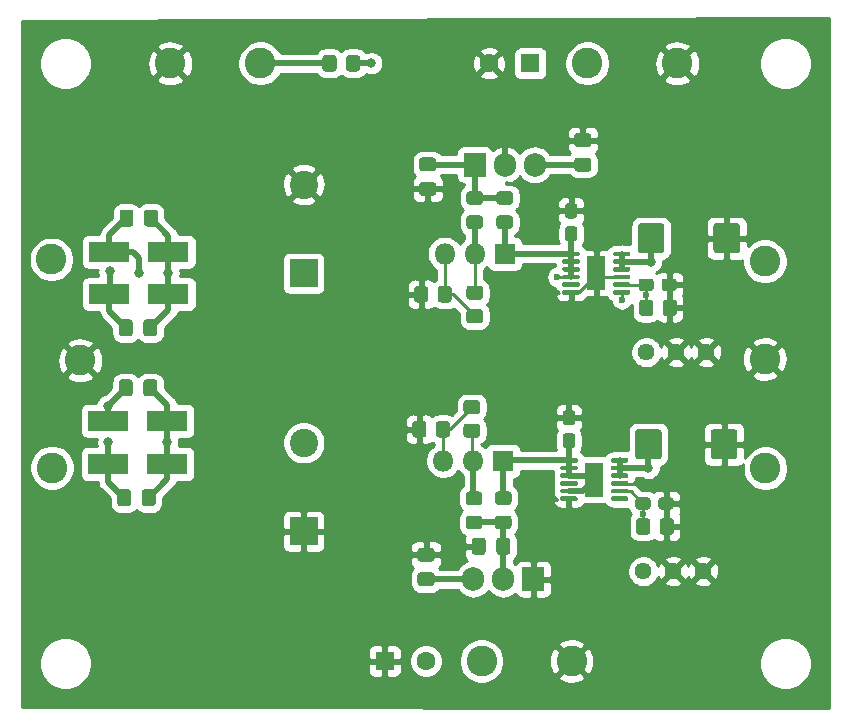
<source format=gbr>
G04 #@! TF.GenerationSoftware,KiCad,Pcbnew,(5.1.8-0-10_14)*
G04 #@! TF.CreationDate,2020-12-27T15:47:31+01:00*
G04 #@! TF.ProjectId,lv-lownoise-psu,6c762d6c-6f77-46e6-9f69-73652d707375,rev?*
G04 #@! TF.SameCoordinates,Original*
G04 #@! TF.FileFunction,Copper,L1,Top*
G04 #@! TF.FilePolarity,Positive*
%FSLAX46Y46*%
G04 Gerber Fmt 4.6, Leading zero omitted, Abs format (unit mm)*
G04 Created by KiCad (PCBNEW (5.1.8-0-10_14)) date 2020-12-27 15:47:31*
%MOMM*%
%LPD*%
G01*
G04 APERTURE LIST*
G04 #@! TA.AperFunction,ComponentPad*
%ADD10O,1.905000X2.000000*%
G04 #@! TD*
G04 #@! TA.AperFunction,ComponentPad*
%ADD11R,1.905000X2.000000*%
G04 #@! TD*
G04 #@! TA.AperFunction,SMDPad,CuDef*
%ADD12R,3.500000X1.800000*%
G04 #@! TD*
G04 #@! TA.AperFunction,SMDPad,CuDef*
%ADD13R,1.650000X2.850000*%
G04 #@! TD*
G04 #@! TA.AperFunction,ComponentPad*
%ADD14C,1.600000*%
G04 #@! TD*
G04 #@! TA.AperFunction,ComponentPad*
%ADD15R,1.600000X1.600000*%
G04 #@! TD*
G04 #@! TA.AperFunction,ComponentPad*
%ADD16C,2.400000*%
G04 #@! TD*
G04 #@! TA.AperFunction,ComponentPad*
%ADD17R,2.400000X2.400000*%
G04 #@! TD*
G04 #@! TA.AperFunction,ComponentPad*
%ADD18C,2.600000*%
G04 #@! TD*
G04 #@! TA.AperFunction,ComponentPad*
%ADD19C,1.440000*%
G04 #@! TD*
G04 #@! TA.AperFunction,ComponentPad*
%ADD20O,1.800000X1.800000*%
G04 #@! TD*
G04 #@! TA.AperFunction,ComponentPad*
%ADD21R,1.800000X1.800000*%
G04 #@! TD*
G04 #@! TA.AperFunction,ViaPad*
%ADD22C,0.800000*%
G04 #@! TD*
G04 #@! TA.AperFunction,ViaPad*
%ADD23C,0.600000*%
G04 #@! TD*
G04 #@! TA.AperFunction,Conductor*
%ADD24C,0.250000*%
G04 #@! TD*
G04 #@! TA.AperFunction,Conductor*
%ADD25C,0.500000*%
G04 #@! TD*
G04 #@! TA.AperFunction,Conductor*
%ADD26C,0.254000*%
G04 #@! TD*
G04 #@! TA.AperFunction,Conductor*
%ADD27C,0.100000*%
G04 #@! TD*
G04 APERTURE END LIST*
G04 #@! TA.AperFunction,SMDPad,CuDef*
G36*
G01*
X135592600Y-64252999D02*
X135592600Y-66303001D01*
G75*
G02*
X135342601Y-66553000I-249999J0D01*
G01*
X133592599Y-66553000D01*
G75*
G02*
X133342600Y-66303001I0J249999D01*
G01*
X133342600Y-64252999D01*
G75*
G02*
X133592599Y-64003000I249999J0D01*
G01*
X135342601Y-64003000D01*
G75*
G02*
X135592600Y-64252999I0J-249999D01*
G01*
G37*
G04 #@! TD.AperFunction*
G04 #@! TA.AperFunction,SMDPad,CuDef*
G36*
G01*
X141992600Y-64252999D02*
X141992600Y-66303001D01*
G75*
G02*
X141742601Y-66553000I-249999J0D01*
G01*
X139992599Y-66553000D01*
G75*
G02*
X139742600Y-66303001I0J249999D01*
G01*
X139742600Y-64252999D01*
G75*
G02*
X139992599Y-64003000I249999J0D01*
G01*
X141742601Y-64003000D01*
G75*
G02*
X141992600Y-64252999I0J-249999D01*
G01*
G37*
G04 #@! TD.AperFunction*
G04 #@! TA.AperFunction,SMDPad,CuDef*
G36*
G01*
X139971200Y-48853201D02*
X139971200Y-46803199D01*
G75*
G02*
X140221199Y-46553200I249999J0D01*
G01*
X141971201Y-46553200D01*
G75*
G02*
X142221200Y-46803199I0J-249999D01*
G01*
X142221200Y-48853201D01*
G75*
G02*
X141971201Y-49103200I-249999J0D01*
G01*
X140221199Y-49103200D01*
G75*
G02*
X139971200Y-48853201I0J249999D01*
G01*
G37*
G04 #@! TD.AperFunction*
G04 #@! TA.AperFunction,SMDPad,CuDef*
G36*
G01*
X133571200Y-48853201D02*
X133571200Y-46803199D01*
G75*
G02*
X133821199Y-46553200I249999J0D01*
G01*
X135571201Y-46553200D01*
G75*
G02*
X135821200Y-46803199I0J-249999D01*
G01*
X135821200Y-48853201D01*
G75*
G02*
X135571201Y-49103200I-249999J0D01*
G01*
X133821199Y-49103200D01*
G75*
G02*
X133571200Y-48853201I0J249999D01*
G01*
G37*
G04 #@! TD.AperFunction*
D10*
X119634000Y-76708000D03*
X122174000Y-76708000D03*
D11*
X124714000Y-76708000D03*
D10*
X124841000Y-41605200D03*
X122301000Y-41605200D03*
D11*
X119761000Y-41605200D03*
D12*
X88827600Y-52578000D03*
X93827600Y-52578000D03*
X88827600Y-48971200D03*
X93827600Y-48971200D03*
X93726000Y-63296800D03*
X88726000Y-63296800D03*
X93726000Y-66954400D03*
X88726000Y-66954400D03*
G04 #@! TA.AperFunction,SMDPad,CuDef*
G36*
G01*
X134660400Y-70019499D02*
X134660400Y-70569501D01*
G75*
G02*
X134410401Y-70819500I-249999J0D01*
G01*
X133610399Y-70819500D01*
G75*
G02*
X133360400Y-70569501I0J249999D01*
G01*
X133360400Y-70019499D01*
G75*
G02*
X133610399Y-69769500I249999J0D01*
G01*
X134410401Y-69769500D01*
G75*
G02*
X134660400Y-70019499I0J-249999D01*
G01*
G37*
G04 #@! TD.AperFunction*
G04 #@! TA.AperFunction,SMDPad,CuDef*
G36*
G01*
X136610400Y-70019499D02*
X136610400Y-70569501D01*
G75*
G02*
X136360401Y-70819500I-249999J0D01*
G01*
X135560399Y-70819500D01*
G75*
G02*
X135310400Y-70569501I0J249999D01*
G01*
X135310400Y-70019499D01*
G75*
G02*
X135560399Y-69769500I249999J0D01*
G01*
X136360401Y-69769500D01*
G75*
G02*
X136610400Y-70019499I0J-249999D01*
G01*
G37*
G04 #@! TD.AperFunction*
G04 #@! TA.AperFunction,SMDPad,CuDef*
G36*
G01*
X135577100Y-52052901D02*
X135577100Y-51502899D01*
G75*
G02*
X135827099Y-51252900I249999J0D01*
G01*
X136627101Y-51252900D01*
G75*
G02*
X136877100Y-51502899I0J-249999D01*
G01*
X136877100Y-52052901D01*
G75*
G02*
X136627101Y-52302900I-249999J0D01*
G01*
X135827099Y-52302900D01*
G75*
G02*
X135577100Y-52052901I0J249999D01*
G01*
G37*
G04 #@! TD.AperFunction*
G04 #@! TA.AperFunction,SMDPad,CuDef*
G36*
G01*
X133627100Y-52052901D02*
X133627100Y-51502899D01*
G75*
G02*
X133877099Y-51252900I249999J0D01*
G01*
X134677101Y-51252900D01*
G75*
G02*
X134927100Y-51502899I0J-249999D01*
G01*
X134927100Y-52052901D01*
G75*
G02*
X134677101Y-52302900I-249999J0D01*
G01*
X133877099Y-52302900D01*
G75*
G02*
X133627100Y-52052901I0J249999D01*
G01*
G37*
G04 #@! TD.AperFunction*
G04 #@! TA.AperFunction,SMDPad,CuDef*
G36*
G01*
X127461599Y-64333000D02*
X128011601Y-64333000D01*
G75*
G02*
X128261600Y-64582999I0J-249999D01*
G01*
X128261600Y-65383001D01*
G75*
G02*
X128011601Y-65633000I-249999J0D01*
G01*
X127461599Y-65633000D01*
G75*
G02*
X127211600Y-65383001I0J249999D01*
G01*
X127211600Y-64582999D01*
G75*
G02*
X127461599Y-64333000I249999J0D01*
G01*
G37*
G04 #@! TD.AperFunction*
G04 #@! TA.AperFunction,SMDPad,CuDef*
G36*
G01*
X127461599Y-62383000D02*
X128011601Y-62383000D01*
G75*
G02*
X128261600Y-62632999I0J-249999D01*
G01*
X128261600Y-63433001D01*
G75*
G02*
X128011601Y-63683000I-249999J0D01*
G01*
X127461599Y-63683000D01*
G75*
G02*
X127211600Y-63433001I0J249999D01*
G01*
X127211600Y-62632999D01*
G75*
G02*
X127461599Y-62383000I249999J0D01*
G01*
G37*
G04 #@! TD.AperFunction*
G04 #@! TA.AperFunction,SMDPad,CuDef*
G36*
G01*
X128189401Y-46166800D02*
X127639399Y-46166800D01*
G75*
G02*
X127389400Y-45916801I0J249999D01*
G01*
X127389400Y-45116799D01*
G75*
G02*
X127639399Y-44866800I249999J0D01*
G01*
X128189401Y-44866800D01*
G75*
G02*
X128439400Y-45116799I0J-249999D01*
G01*
X128439400Y-45916801D01*
G75*
G02*
X128189401Y-46166800I-249999J0D01*
G01*
G37*
G04 #@! TD.AperFunction*
G04 #@! TA.AperFunction,SMDPad,CuDef*
G36*
G01*
X128189401Y-48116800D02*
X127639399Y-48116800D01*
G75*
G02*
X127389400Y-47866801I0J249999D01*
G01*
X127389400Y-47066799D01*
G75*
G02*
X127639399Y-46816800I249999J0D01*
G01*
X128189401Y-46816800D01*
G75*
G02*
X128439400Y-47066799I0J-249999D01*
G01*
X128439400Y-47866801D01*
G75*
G02*
X128189401Y-48116800I-249999J0D01*
G01*
G37*
G04 #@! TD.AperFunction*
G04 #@! TA.AperFunction,SMDPad,CuDef*
G36*
G01*
X90808300Y-54947800D02*
X90808300Y-55897800D01*
G75*
G02*
X90558300Y-56147800I-250000J0D01*
G01*
X89883300Y-56147800D01*
G75*
G02*
X89633300Y-55897800I0J250000D01*
G01*
X89633300Y-54947800D01*
G75*
G02*
X89883300Y-54697800I250000J0D01*
G01*
X90558300Y-54697800D01*
G75*
G02*
X90808300Y-54947800I0J-250000D01*
G01*
G37*
G04 #@! TD.AperFunction*
G04 #@! TA.AperFunction,SMDPad,CuDef*
G36*
G01*
X92883300Y-54947800D02*
X92883300Y-55897800D01*
G75*
G02*
X92633300Y-56147800I-250000J0D01*
G01*
X91958300Y-56147800D01*
G75*
G02*
X91708300Y-55897800I0J250000D01*
G01*
X91708300Y-54947800D01*
G75*
G02*
X91958300Y-54697800I250000J0D01*
G01*
X92633300Y-54697800D01*
G75*
G02*
X92883300Y-54947800I0J-250000D01*
G01*
G37*
G04 #@! TD.AperFunction*
G04 #@! TA.AperFunction,SMDPad,CuDef*
G36*
G01*
X91759100Y-46601400D02*
X91759100Y-45651400D01*
G75*
G02*
X92009100Y-45401400I250000J0D01*
G01*
X92684100Y-45401400D01*
G75*
G02*
X92934100Y-45651400I0J-250000D01*
G01*
X92934100Y-46601400D01*
G75*
G02*
X92684100Y-46851400I-250000J0D01*
G01*
X92009100Y-46851400D01*
G75*
G02*
X91759100Y-46601400I0J250000D01*
G01*
G37*
G04 #@! TD.AperFunction*
G04 #@! TA.AperFunction,SMDPad,CuDef*
G36*
G01*
X89684100Y-46601400D02*
X89684100Y-45651400D01*
G75*
G02*
X89934100Y-45401400I250000J0D01*
G01*
X90609100Y-45401400D01*
G75*
G02*
X90859100Y-45651400I0J-250000D01*
G01*
X90859100Y-46601400D01*
G75*
G02*
X90609100Y-46851400I-250000J0D01*
G01*
X89934100Y-46851400D01*
G75*
G02*
X89684100Y-46601400I0J250000D01*
G01*
G37*
G04 #@! TD.AperFunction*
G04 #@! TA.AperFunction,SMDPad,CuDef*
G36*
G01*
X90808300Y-60027800D02*
X90808300Y-60977800D01*
G75*
G02*
X90558300Y-61227800I-250000J0D01*
G01*
X89883300Y-61227800D01*
G75*
G02*
X89633300Y-60977800I0J250000D01*
G01*
X89633300Y-60027800D01*
G75*
G02*
X89883300Y-59777800I250000J0D01*
G01*
X90558300Y-59777800D01*
G75*
G02*
X90808300Y-60027800I0J-250000D01*
G01*
G37*
G04 #@! TD.AperFunction*
G04 #@! TA.AperFunction,SMDPad,CuDef*
G36*
G01*
X92883300Y-60027800D02*
X92883300Y-60977800D01*
G75*
G02*
X92633300Y-61227800I-250000J0D01*
G01*
X91958300Y-61227800D01*
G75*
G02*
X91708300Y-60977800I0J250000D01*
G01*
X91708300Y-60027800D01*
G75*
G02*
X91958300Y-59777800I250000J0D01*
G01*
X92633300Y-59777800D01*
G75*
G02*
X92883300Y-60027800I0J-250000D01*
G01*
G37*
G04 #@! TD.AperFunction*
G04 #@! TA.AperFunction,SMDPad,CuDef*
G36*
G01*
X91563700Y-70274200D02*
X91563700Y-69324200D01*
G75*
G02*
X91813700Y-69074200I250000J0D01*
G01*
X92488700Y-69074200D01*
G75*
G02*
X92738700Y-69324200I0J-250000D01*
G01*
X92738700Y-70274200D01*
G75*
G02*
X92488700Y-70524200I-250000J0D01*
G01*
X91813700Y-70524200D01*
G75*
G02*
X91563700Y-70274200I0J250000D01*
G01*
G37*
G04 #@! TD.AperFunction*
G04 #@! TA.AperFunction,SMDPad,CuDef*
G36*
G01*
X89488700Y-70274200D02*
X89488700Y-69324200D01*
G75*
G02*
X89738700Y-69074200I250000J0D01*
G01*
X90413700Y-69074200D01*
G75*
G02*
X90663700Y-69324200I0J-250000D01*
G01*
X90663700Y-70274200D01*
G75*
G02*
X90413700Y-70524200I-250000J0D01*
G01*
X89738700Y-70524200D01*
G75*
G02*
X89488700Y-70274200I0J250000D01*
G01*
G37*
G04 #@! TD.AperFunction*
D13*
X129886600Y-68261900D03*
G04 #@! TA.AperFunction,SMDPad,CuDef*
G36*
G01*
X131311600Y-66736900D02*
X131311600Y-66536900D01*
G75*
G02*
X131411600Y-66436900I100000J0D01*
G01*
X132661600Y-66436900D01*
G75*
G02*
X132761600Y-66536900I0J-100000D01*
G01*
X132761600Y-66736900D01*
G75*
G02*
X132661600Y-66836900I-100000J0D01*
G01*
X131411600Y-66836900D01*
G75*
G02*
X131311600Y-66736900I0J100000D01*
G01*
G37*
G04 #@! TD.AperFunction*
G04 #@! TA.AperFunction,SMDPad,CuDef*
G36*
G01*
X131311600Y-67386900D02*
X131311600Y-67186900D01*
G75*
G02*
X131411600Y-67086900I100000J0D01*
G01*
X132661600Y-67086900D01*
G75*
G02*
X132761600Y-67186900I0J-100000D01*
G01*
X132761600Y-67386900D01*
G75*
G02*
X132661600Y-67486900I-100000J0D01*
G01*
X131411600Y-67486900D01*
G75*
G02*
X131311600Y-67386900I0J100000D01*
G01*
G37*
G04 #@! TD.AperFunction*
G04 #@! TA.AperFunction,SMDPad,CuDef*
G36*
G01*
X131311600Y-68036900D02*
X131311600Y-67836900D01*
G75*
G02*
X131411600Y-67736900I100000J0D01*
G01*
X132661600Y-67736900D01*
G75*
G02*
X132761600Y-67836900I0J-100000D01*
G01*
X132761600Y-68036900D01*
G75*
G02*
X132661600Y-68136900I-100000J0D01*
G01*
X131411600Y-68136900D01*
G75*
G02*
X131311600Y-68036900I0J100000D01*
G01*
G37*
G04 #@! TD.AperFunction*
G04 #@! TA.AperFunction,SMDPad,CuDef*
G36*
G01*
X131311600Y-68686900D02*
X131311600Y-68486900D01*
G75*
G02*
X131411600Y-68386900I100000J0D01*
G01*
X132661600Y-68386900D01*
G75*
G02*
X132761600Y-68486900I0J-100000D01*
G01*
X132761600Y-68686900D01*
G75*
G02*
X132661600Y-68786900I-100000J0D01*
G01*
X131411600Y-68786900D01*
G75*
G02*
X131311600Y-68686900I0J100000D01*
G01*
G37*
G04 #@! TD.AperFunction*
G04 #@! TA.AperFunction,SMDPad,CuDef*
G36*
G01*
X131311600Y-69336900D02*
X131311600Y-69136900D01*
G75*
G02*
X131411600Y-69036900I100000J0D01*
G01*
X132661600Y-69036900D01*
G75*
G02*
X132761600Y-69136900I0J-100000D01*
G01*
X132761600Y-69336900D01*
G75*
G02*
X132661600Y-69436900I-100000J0D01*
G01*
X131411600Y-69436900D01*
G75*
G02*
X131311600Y-69336900I0J100000D01*
G01*
G37*
G04 #@! TD.AperFunction*
G04 #@! TA.AperFunction,SMDPad,CuDef*
G36*
G01*
X131311600Y-69986900D02*
X131311600Y-69786900D01*
G75*
G02*
X131411600Y-69686900I100000J0D01*
G01*
X132661600Y-69686900D01*
G75*
G02*
X132761600Y-69786900I0J-100000D01*
G01*
X132761600Y-69986900D01*
G75*
G02*
X132661600Y-70086900I-100000J0D01*
G01*
X131411600Y-70086900D01*
G75*
G02*
X131311600Y-69986900I0J100000D01*
G01*
G37*
G04 #@! TD.AperFunction*
G04 #@! TA.AperFunction,SMDPad,CuDef*
G36*
G01*
X127011600Y-69986900D02*
X127011600Y-69786900D01*
G75*
G02*
X127111600Y-69686900I100000J0D01*
G01*
X128361600Y-69686900D01*
G75*
G02*
X128461600Y-69786900I0J-100000D01*
G01*
X128461600Y-69986900D01*
G75*
G02*
X128361600Y-70086900I-100000J0D01*
G01*
X127111600Y-70086900D01*
G75*
G02*
X127011600Y-69986900I0J100000D01*
G01*
G37*
G04 #@! TD.AperFunction*
G04 #@! TA.AperFunction,SMDPad,CuDef*
G36*
G01*
X127011600Y-69336900D02*
X127011600Y-69136900D01*
G75*
G02*
X127111600Y-69036900I100000J0D01*
G01*
X128361600Y-69036900D01*
G75*
G02*
X128461600Y-69136900I0J-100000D01*
G01*
X128461600Y-69336900D01*
G75*
G02*
X128361600Y-69436900I-100000J0D01*
G01*
X127111600Y-69436900D01*
G75*
G02*
X127011600Y-69336900I0J100000D01*
G01*
G37*
G04 #@! TD.AperFunction*
G04 #@! TA.AperFunction,SMDPad,CuDef*
G36*
G01*
X127011600Y-68686900D02*
X127011600Y-68486900D01*
G75*
G02*
X127111600Y-68386900I100000J0D01*
G01*
X128361600Y-68386900D01*
G75*
G02*
X128461600Y-68486900I0J-100000D01*
G01*
X128461600Y-68686900D01*
G75*
G02*
X128361600Y-68786900I-100000J0D01*
G01*
X127111600Y-68786900D01*
G75*
G02*
X127011600Y-68686900I0J100000D01*
G01*
G37*
G04 #@! TD.AperFunction*
G04 #@! TA.AperFunction,SMDPad,CuDef*
G36*
G01*
X127011600Y-68036900D02*
X127011600Y-67836900D01*
G75*
G02*
X127111600Y-67736900I100000J0D01*
G01*
X128361600Y-67736900D01*
G75*
G02*
X128461600Y-67836900I0J-100000D01*
G01*
X128461600Y-68036900D01*
G75*
G02*
X128361600Y-68136900I-100000J0D01*
G01*
X127111600Y-68136900D01*
G75*
G02*
X127011600Y-68036900I0J100000D01*
G01*
G37*
G04 #@! TD.AperFunction*
G04 #@! TA.AperFunction,SMDPad,CuDef*
G36*
G01*
X127011600Y-67386900D02*
X127011600Y-67186900D01*
G75*
G02*
X127111600Y-67086900I100000J0D01*
G01*
X128361600Y-67086900D01*
G75*
G02*
X128461600Y-67186900I0J-100000D01*
G01*
X128461600Y-67386900D01*
G75*
G02*
X128361600Y-67486900I-100000J0D01*
G01*
X127111600Y-67486900D01*
G75*
G02*
X127011600Y-67386900I0J100000D01*
G01*
G37*
G04 #@! TD.AperFunction*
G04 #@! TA.AperFunction,SMDPad,CuDef*
G36*
G01*
X127011600Y-66736900D02*
X127011600Y-66536900D01*
G75*
G02*
X127111600Y-66436900I100000J0D01*
G01*
X128361600Y-66436900D01*
G75*
G02*
X128461600Y-66536900I0J-100000D01*
G01*
X128461600Y-66736900D01*
G75*
G02*
X128361600Y-66836900I-100000J0D01*
G01*
X127111600Y-66836900D01*
G75*
G02*
X127011600Y-66736900I0J100000D01*
G01*
G37*
G04 #@! TD.AperFunction*
D14*
X120960000Y-33020000D03*
D15*
X124460000Y-33020000D03*
G04 #@! TA.AperFunction,SMDPad,CuDef*
G36*
G01*
X121723999Y-71325000D02*
X122624001Y-71325000D01*
G75*
G02*
X122874000Y-71574999I0J-249999D01*
G01*
X122874000Y-72225001D01*
G75*
G02*
X122624001Y-72475000I-249999J0D01*
G01*
X121723999Y-72475000D01*
G75*
G02*
X121474000Y-72225001I0J249999D01*
G01*
X121474000Y-71574999D01*
G75*
G02*
X121723999Y-71325000I249999J0D01*
G01*
G37*
G04 #@! TD.AperFunction*
G04 #@! TA.AperFunction,SMDPad,CuDef*
G36*
G01*
X121723999Y-69275000D02*
X122624001Y-69275000D01*
G75*
G02*
X122874000Y-69524999I0J-249999D01*
G01*
X122874000Y-70175001D01*
G75*
G02*
X122624001Y-70425000I-249999J0D01*
G01*
X121723999Y-70425000D01*
G75*
G02*
X121474000Y-70175001I0J249999D01*
G01*
X121474000Y-69524999D01*
G75*
G02*
X121723999Y-69275000I249999J0D01*
G01*
G37*
G04 #@! TD.AperFunction*
G04 #@! TA.AperFunction,SMDPad,CuDef*
G36*
G01*
X119247499Y-71325000D02*
X120147501Y-71325000D01*
G75*
G02*
X120397500Y-71574999I0J-249999D01*
G01*
X120397500Y-72225001D01*
G75*
G02*
X120147501Y-72475000I-249999J0D01*
G01*
X119247499Y-72475000D01*
G75*
G02*
X118997500Y-72225001I0J249999D01*
G01*
X118997500Y-71574999D01*
G75*
G02*
X119247499Y-71325000I249999J0D01*
G01*
G37*
G04 #@! TD.AperFunction*
G04 #@! TA.AperFunction,SMDPad,CuDef*
G36*
G01*
X119247499Y-69275000D02*
X120147501Y-69275000D01*
G75*
G02*
X120397500Y-69524999I0J-249999D01*
G01*
X120397500Y-70175001D01*
G75*
G02*
X120147501Y-70425000I-249999J0D01*
G01*
X119247499Y-70425000D01*
G75*
G02*
X118997500Y-70175001I0J249999D01*
G01*
X118997500Y-69524999D01*
G75*
G02*
X119247499Y-69275000I249999J0D01*
G01*
G37*
G04 #@! TD.AperFunction*
G04 #@! TA.AperFunction,SMDPad,CuDef*
G36*
G01*
X121850999Y-45907000D02*
X122751001Y-45907000D01*
G75*
G02*
X123001000Y-46156999I0J-249999D01*
G01*
X123001000Y-46807001D01*
G75*
G02*
X122751001Y-47057000I-249999J0D01*
G01*
X121850999Y-47057000D01*
G75*
G02*
X121601000Y-46807001I0J249999D01*
G01*
X121601000Y-46156999D01*
G75*
G02*
X121850999Y-45907000I249999J0D01*
G01*
G37*
G04 #@! TD.AperFunction*
G04 #@! TA.AperFunction,SMDPad,CuDef*
G36*
G01*
X121850999Y-43857000D02*
X122751001Y-43857000D01*
G75*
G02*
X123001000Y-44106999I0J-249999D01*
G01*
X123001000Y-44757001D01*
G75*
G02*
X122751001Y-45007000I-249999J0D01*
G01*
X121850999Y-45007000D01*
G75*
G02*
X121601000Y-44757001I0J249999D01*
G01*
X121601000Y-44106999D01*
G75*
G02*
X121850999Y-43857000I249999J0D01*
G01*
G37*
G04 #@! TD.AperFunction*
G04 #@! TA.AperFunction,SMDPad,CuDef*
G36*
G01*
X119310999Y-45907000D02*
X120211001Y-45907000D01*
G75*
G02*
X120461000Y-46156999I0J-249999D01*
G01*
X120461000Y-46807001D01*
G75*
G02*
X120211001Y-47057000I-249999J0D01*
G01*
X119310999Y-47057000D01*
G75*
G02*
X119061000Y-46807001I0J249999D01*
G01*
X119061000Y-46156999D01*
G75*
G02*
X119310999Y-45907000I249999J0D01*
G01*
G37*
G04 #@! TD.AperFunction*
G04 #@! TA.AperFunction,SMDPad,CuDef*
G36*
G01*
X119310999Y-43857000D02*
X120211001Y-43857000D01*
G75*
G02*
X120461000Y-44106999I0J-249999D01*
G01*
X120461000Y-44757001D01*
G75*
G02*
X120211001Y-45007000I-249999J0D01*
G01*
X119310999Y-45007000D01*
G75*
G02*
X119061000Y-44757001I0J249999D01*
G01*
X119061000Y-44106999D01*
G75*
G02*
X119310999Y-43857000I249999J0D01*
G01*
G37*
G04 #@! TD.AperFunction*
D14*
X115633500Y-83629500D03*
D15*
X112133500Y-83629500D03*
D16*
X105283000Y-65151000D03*
D17*
X105283000Y-72651000D03*
D16*
X105283000Y-43300000D03*
D17*
X105283000Y-50800000D03*
G04 #@! TA.AperFunction,SMDPad,CuDef*
G36*
G01*
X115821000Y-52127999D02*
X115821000Y-53028001D01*
G75*
G02*
X115571001Y-53278000I-249999J0D01*
G01*
X114870999Y-53278000D01*
G75*
G02*
X114621000Y-53028001I0J249999D01*
G01*
X114621000Y-52127999D01*
G75*
G02*
X114870999Y-51878000I249999J0D01*
G01*
X115571001Y-51878000D01*
G75*
G02*
X115821000Y-52127999I0J-249999D01*
G01*
G37*
G04 #@! TD.AperFunction*
G04 #@! TA.AperFunction,SMDPad,CuDef*
G36*
G01*
X117821000Y-52127999D02*
X117821000Y-53028001D01*
G75*
G02*
X117571001Y-53278000I-249999J0D01*
G01*
X116870999Y-53278000D01*
G75*
G02*
X116621000Y-53028001I0J249999D01*
G01*
X116621000Y-52127999D01*
G75*
G02*
X116870999Y-51878000I249999J0D01*
G01*
X117571001Y-51878000D01*
G75*
G02*
X117821000Y-52127999I0J-249999D01*
G01*
G37*
G04 #@! TD.AperFunction*
G04 #@! TA.AperFunction,SMDPad,CuDef*
G36*
G01*
X108858000Y-33470001D02*
X108858000Y-32569999D01*
G75*
G02*
X109107999Y-32320000I249999J0D01*
G01*
X109808001Y-32320000D01*
G75*
G02*
X110058000Y-32569999I0J-249999D01*
G01*
X110058000Y-33470001D01*
G75*
G02*
X109808001Y-33720000I-249999J0D01*
G01*
X109107999Y-33720000D01*
G75*
G02*
X108858000Y-33470001I0J249999D01*
G01*
G37*
G04 #@! TD.AperFunction*
G04 #@! TA.AperFunction,SMDPad,CuDef*
G36*
G01*
X106858000Y-33470001D02*
X106858000Y-32569999D01*
G75*
G02*
X107107999Y-32320000I249999J0D01*
G01*
X107808001Y-32320000D01*
G75*
G02*
X108058000Y-32569999I0J-249999D01*
G01*
X108058000Y-33470001D01*
G75*
G02*
X107808001Y-33720000I-249999J0D01*
G01*
X107107999Y-33720000D01*
G75*
G02*
X106858000Y-33470001I0J249999D01*
G01*
G37*
G04 #@! TD.AperFunction*
D18*
X120332500Y-83629500D03*
X127952500Y-83629500D03*
X136906000Y-33020000D03*
X129286000Y-33020000D03*
X93980000Y-33020000D03*
X101600000Y-33020000D03*
G04 #@! TA.AperFunction,SMDPad,CuDef*
G36*
G01*
X115158500Y-76120500D02*
X116108500Y-76120500D01*
G75*
G02*
X116358500Y-76370500I0J-250000D01*
G01*
X116358500Y-77045500D01*
G75*
G02*
X116108500Y-77295500I-250000J0D01*
G01*
X115158500Y-77295500D01*
G75*
G02*
X114908500Y-77045500I0J250000D01*
G01*
X114908500Y-76370500D01*
G75*
G02*
X115158500Y-76120500I250000J0D01*
G01*
G37*
G04 #@! TD.AperFunction*
G04 #@! TA.AperFunction,SMDPad,CuDef*
G36*
G01*
X115158500Y-74045500D02*
X116108500Y-74045500D01*
G75*
G02*
X116358500Y-74295500I0J-250000D01*
G01*
X116358500Y-74970500D01*
G75*
G02*
X116108500Y-75220500I-250000J0D01*
G01*
X115158500Y-75220500D01*
G75*
G02*
X114908500Y-74970500I0J250000D01*
G01*
X114908500Y-74295500D01*
G75*
G02*
X115158500Y-74045500I250000J0D01*
G01*
G37*
G04 #@! TD.AperFunction*
G04 #@! TA.AperFunction,SMDPad,CuDef*
G36*
G01*
X129380000Y-40117700D02*
X128430000Y-40117700D01*
G75*
G02*
X128180000Y-39867700I0J250000D01*
G01*
X128180000Y-39192700D01*
G75*
G02*
X128430000Y-38942700I250000J0D01*
G01*
X129380000Y-38942700D01*
G75*
G02*
X129630000Y-39192700I0J-250000D01*
G01*
X129630000Y-39867700D01*
G75*
G02*
X129380000Y-40117700I-250000J0D01*
G01*
G37*
G04 #@! TD.AperFunction*
G04 #@! TA.AperFunction,SMDPad,CuDef*
G36*
G01*
X129380000Y-42192700D02*
X128430000Y-42192700D01*
G75*
G02*
X128180000Y-41942700I0J250000D01*
G01*
X128180000Y-41267700D01*
G75*
G02*
X128430000Y-41017700I250000J0D01*
G01*
X129380000Y-41017700D01*
G75*
G02*
X129630000Y-41267700I0J-250000D01*
G01*
X129630000Y-41942700D01*
G75*
G02*
X129380000Y-42192700I-250000J0D01*
G01*
G37*
G04 #@! TD.AperFunction*
G04 #@! TA.AperFunction,SMDPad,CuDef*
G36*
G01*
X121586500Y-74389000D02*
X121586500Y-73439000D01*
G75*
G02*
X121836500Y-73189000I250000J0D01*
G01*
X122511500Y-73189000D01*
G75*
G02*
X122761500Y-73439000I0J-250000D01*
G01*
X122761500Y-74389000D01*
G75*
G02*
X122511500Y-74639000I-250000J0D01*
G01*
X121836500Y-74639000D01*
G75*
G02*
X121586500Y-74389000I0J250000D01*
G01*
G37*
G04 #@! TD.AperFunction*
G04 #@! TA.AperFunction,SMDPad,CuDef*
G36*
G01*
X119511500Y-74389000D02*
X119511500Y-73439000D01*
G75*
G02*
X119761500Y-73189000I250000J0D01*
G01*
X120436500Y-73189000D01*
G75*
G02*
X120686500Y-73439000I0J-250000D01*
G01*
X120686500Y-74389000D01*
G75*
G02*
X120436500Y-74639000I-250000J0D01*
G01*
X119761500Y-74639000D01*
G75*
G02*
X119511500Y-74389000I0J250000D01*
G01*
G37*
G04 #@! TD.AperFunction*
G04 #@! TA.AperFunction,SMDPad,CuDef*
G36*
G01*
X115298200Y-43071200D02*
X116248200Y-43071200D01*
G75*
G02*
X116498200Y-43321200I0J-250000D01*
G01*
X116498200Y-43996200D01*
G75*
G02*
X116248200Y-44246200I-250000J0D01*
G01*
X115298200Y-44246200D01*
G75*
G02*
X115048200Y-43996200I0J250000D01*
G01*
X115048200Y-43321200D01*
G75*
G02*
X115298200Y-43071200I250000J0D01*
G01*
G37*
G04 #@! TD.AperFunction*
G04 #@! TA.AperFunction,SMDPad,CuDef*
G36*
G01*
X115298200Y-40996200D02*
X116248200Y-40996200D01*
G75*
G02*
X116498200Y-41246200I0J-250000D01*
G01*
X116498200Y-41921200D01*
G75*
G02*
X116248200Y-42171200I-250000J0D01*
G01*
X115298200Y-42171200D01*
G75*
G02*
X115048200Y-41921200I0J250000D01*
G01*
X115048200Y-41246200D01*
G75*
G02*
X115298200Y-40996200I250000J0D01*
G01*
G37*
G04 #@! TD.AperFunction*
D19*
X139103100Y-76022200D03*
X136563100Y-76022200D03*
X134023100Y-76022200D03*
G04 #@! TA.AperFunction,SMDPad,CuDef*
G36*
G01*
X134623100Y-71787599D02*
X134623100Y-72687601D01*
G75*
G02*
X134373101Y-72937600I-249999J0D01*
G01*
X133673099Y-72937600D01*
G75*
G02*
X133423100Y-72687601I0J249999D01*
G01*
X133423100Y-71787599D01*
G75*
G02*
X133673099Y-71537600I249999J0D01*
G01*
X134373101Y-71537600D01*
G75*
G02*
X134623100Y-71787599I0J-249999D01*
G01*
G37*
G04 #@! TD.AperFunction*
G04 #@! TA.AperFunction,SMDPad,CuDef*
G36*
G01*
X136623100Y-71787599D02*
X136623100Y-72687601D01*
G75*
G02*
X136373101Y-72937600I-249999J0D01*
G01*
X135673099Y-72937600D01*
G75*
G02*
X135423100Y-72687601I0J249999D01*
G01*
X135423100Y-71787599D01*
G75*
G02*
X135673099Y-71537600I249999J0D01*
G01*
X136373101Y-71537600D01*
G75*
G02*
X136623100Y-71787599I0J-249999D01*
G01*
G37*
G04 #@! TD.AperFunction*
D13*
X130064400Y-50787900D03*
G04 #@! TA.AperFunction,SMDPad,CuDef*
G36*
G01*
X131489400Y-49262900D02*
X131489400Y-49062900D01*
G75*
G02*
X131589400Y-48962900I100000J0D01*
G01*
X132839400Y-48962900D01*
G75*
G02*
X132939400Y-49062900I0J-100000D01*
G01*
X132939400Y-49262900D01*
G75*
G02*
X132839400Y-49362900I-100000J0D01*
G01*
X131589400Y-49362900D01*
G75*
G02*
X131489400Y-49262900I0J100000D01*
G01*
G37*
G04 #@! TD.AperFunction*
G04 #@! TA.AperFunction,SMDPad,CuDef*
G36*
G01*
X131489400Y-49912900D02*
X131489400Y-49712900D01*
G75*
G02*
X131589400Y-49612900I100000J0D01*
G01*
X132839400Y-49612900D01*
G75*
G02*
X132939400Y-49712900I0J-100000D01*
G01*
X132939400Y-49912900D01*
G75*
G02*
X132839400Y-50012900I-100000J0D01*
G01*
X131589400Y-50012900D01*
G75*
G02*
X131489400Y-49912900I0J100000D01*
G01*
G37*
G04 #@! TD.AperFunction*
G04 #@! TA.AperFunction,SMDPad,CuDef*
G36*
G01*
X131489400Y-50562900D02*
X131489400Y-50362900D01*
G75*
G02*
X131589400Y-50262900I100000J0D01*
G01*
X132839400Y-50262900D01*
G75*
G02*
X132939400Y-50362900I0J-100000D01*
G01*
X132939400Y-50562900D01*
G75*
G02*
X132839400Y-50662900I-100000J0D01*
G01*
X131589400Y-50662900D01*
G75*
G02*
X131489400Y-50562900I0J100000D01*
G01*
G37*
G04 #@! TD.AperFunction*
G04 #@! TA.AperFunction,SMDPad,CuDef*
G36*
G01*
X131489400Y-51212900D02*
X131489400Y-51012900D01*
G75*
G02*
X131589400Y-50912900I100000J0D01*
G01*
X132839400Y-50912900D01*
G75*
G02*
X132939400Y-51012900I0J-100000D01*
G01*
X132939400Y-51212900D01*
G75*
G02*
X132839400Y-51312900I-100000J0D01*
G01*
X131589400Y-51312900D01*
G75*
G02*
X131489400Y-51212900I0J100000D01*
G01*
G37*
G04 #@! TD.AperFunction*
G04 #@! TA.AperFunction,SMDPad,CuDef*
G36*
G01*
X131489400Y-51862900D02*
X131489400Y-51662900D01*
G75*
G02*
X131589400Y-51562900I100000J0D01*
G01*
X132839400Y-51562900D01*
G75*
G02*
X132939400Y-51662900I0J-100000D01*
G01*
X132939400Y-51862900D01*
G75*
G02*
X132839400Y-51962900I-100000J0D01*
G01*
X131589400Y-51962900D01*
G75*
G02*
X131489400Y-51862900I0J100000D01*
G01*
G37*
G04 #@! TD.AperFunction*
G04 #@! TA.AperFunction,SMDPad,CuDef*
G36*
G01*
X131489400Y-52512900D02*
X131489400Y-52312900D01*
G75*
G02*
X131589400Y-52212900I100000J0D01*
G01*
X132839400Y-52212900D01*
G75*
G02*
X132939400Y-52312900I0J-100000D01*
G01*
X132939400Y-52512900D01*
G75*
G02*
X132839400Y-52612900I-100000J0D01*
G01*
X131589400Y-52612900D01*
G75*
G02*
X131489400Y-52512900I0J100000D01*
G01*
G37*
G04 #@! TD.AperFunction*
G04 #@! TA.AperFunction,SMDPad,CuDef*
G36*
G01*
X127189400Y-52512900D02*
X127189400Y-52312900D01*
G75*
G02*
X127289400Y-52212900I100000J0D01*
G01*
X128539400Y-52212900D01*
G75*
G02*
X128639400Y-52312900I0J-100000D01*
G01*
X128639400Y-52512900D01*
G75*
G02*
X128539400Y-52612900I-100000J0D01*
G01*
X127289400Y-52612900D01*
G75*
G02*
X127189400Y-52512900I0J100000D01*
G01*
G37*
G04 #@! TD.AperFunction*
G04 #@! TA.AperFunction,SMDPad,CuDef*
G36*
G01*
X127189400Y-51862900D02*
X127189400Y-51662900D01*
G75*
G02*
X127289400Y-51562900I100000J0D01*
G01*
X128539400Y-51562900D01*
G75*
G02*
X128639400Y-51662900I0J-100000D01*
G01*
X128639400Y-51862900D01*
G75*
G02*
X128539400Y-51962900I-100000J0D01*
G01*
X127289400Y-51962900D01*
G75*
G02*
X127189400Y-51862900I0J100000D01*
G01*
G37*
G04 #@! TD.AperFunction*
G04 #@! TA.AperFunction,SMDPad,CuDef*
G36*
G01*
X127189400Y-51212900D02*
X127189400Y-51012900D01*
G75*
G02*
X127289400Y-50912900I100000J0D01*
G01*
X128539400Y-50912900D01*
G75*
G02*
X128639400Y-51012900I0J-100000D01*
G01*
X128639400Y-51212900D01*
G75*
G02*
X128539400Y-51312900I-100000J0D01*
G01*
X127289400Y-51312900D01*
G75*
G02*
X127189400Y-51212900I0J100000D01*
G01*
G37*
G04 #@! TD.AperFunction*
G04 #@! TA.AperFunction,SMDPad,CuDef*
G36*
G01*
X127189400Y-50562900D02*
X127189400Y-50362900D01*
G75*
G02*
X127289400Y-50262900I100000J0D01*
G01*
X128539400Y-50262900D01*
G75*
G02*
X128639400Y-50362900I0J-100000D01*
G01*
X128639400Y-50562900D01*
G75*
G02*
X128539400Y-50662900I-100000J0D01*
G01*
X127289400Y-50662900D01*
G75*
G02*
X127189400Y-50562900I0J100000D01*
G01*
G37*
G04 #@! TD.AperFunction*
G04 #@! TA.AperFunction,SMDPad,CuDef*
G36*
G01*
X127189400Y-49912900D02*
X127189400Y-49712900D01*
G75*
G02*
X127289400Y-49612900I100000J0D01*
G01*
X128539400Y-49612900D01*
G75*
G02*
X128639400Y-49712900I0J-100000D01*
G01*
X128639400Y-49912900D01*
G75*
G02*
X128539400Y-50012900I-100000J0D01*
G01*
X127289400Y-50012900D01*
G75*
G02*
X127189400Y-49912900I0J100000D01*
G01*
G37*
G04 #@! TD.AperFunction*
G04 #@! TA.AperFunction,SMDPad,CuDef*
G36*
G01*
X127189400Y-49262900D02*
X127189400Y-49062900D01*
G75*
G02*
X127289400Y-48962900I100000J0D01*
G01*
X128539400Y-48962900D01*
G75*
G02*
X128639400Y-49062900I0J-100000D01*
G01*
X128639400Y-49262900D01*
G75*
G02*
X128539400Y-49362900I-100000J0D01*
G01*
X127289400Y-49362900D01*
G75*
G02*
X127189400Y-49262900I0J100000D01*
G01*
G37*
G04 #@! TD.AperFunction*
G04 #@! TA.AperFunction,SMDPad,CuDef*
G36*
G01*
X119056999Y-63535000D02*
X119957001Y-63535000D01*
G75*
G02*
X120207000Y-63784999I0J-249999D01*
G01*
X120207000Y-64485001D01*
G75*
G02*
X119957001Y-64735000I-249999J0D01*
G01*
X119056999Y-64735000D01*
G75*
G02*
X118807000Y-64485001I0J249999D01*
G01*
X118807000Y-63784999D01*
G75*
G02*
X119056999Y-63535000I249999J0D01*
G01*
G37*
G04 #@! TD.AperFunction*
G04 #@! TA.AperFunction,SMDPad,CuDef*
G36*
G01*
X119056999Y-61535000D02*
X119957001Y-61535000D01*
G75*
G02*
X120207000Y-61784999I0J-249999D01*
G01*
X120207000Y-62485001D01*
G75*
G02*
X119957001Y-62735000I-249999J0D01*
G01*
X119056999Y-62735000D01*
G75*
G02*
X118807000Y-62485001I0J249999D01*
G01*
X118807000Y-61784999D01*
G75*
G02*
X119056999Y-61535000I249999J0D01*
G01*
G37*
G04 #@! TD.AperFunction*
G04 #@! TA.AperFunction,SMDPad,CuDef*
G36*
G01*
X116462000Y-64458001D02*
X116462000Y-63557999D01*
G75*
G02*
X116711999Y-63308000I249999J0D01*
G01*
X117412001Y-63308000D01*
G75*
G02*
X117662000Y-63557999I0J-249999D01*
G01*
X117662000Y-64458001D01*
G75*
G02*
X117412001Y-64708000I-249999J0D01*
G01*
X116711999Y-64708000D01*
G75*
G02*
X116462000Y-64458001I0J249999D01*
G01*
G37*
G04 #@! TD.AperFunction*
G04 #@! TA.AperFunction,SMDPad,CuDef*
G36*
G01*
X114462000Y-64458001D02*
X114462000Y-63557999D01*
G75*
G02*
X114711999Y-63308000I249999J0D01*
G01*
X115412001Y-63308000D01*
G75*
G02*
X115662000Y-63557999I0J-249999D01*
G01*
X115662000Y-64458001D01*
G75*
G02*
X115412001Y-64708000I-249999J0D01*
G01*
X114711999Y-64708000D01*
G75*
G02*
X114462000Y-64458001I0J249999D01*
G01*
G37*
G04 #@! TD.AperFunction*
G04 #@! TA.AperFunction,SMDPad,CuDef*
G36*
G01*
X119310999Y-53851000D02*
X120211001Y-53851000D01*
G75*
G02*
X120461000Y-54100999I0J-249999D01*
G01*
X120461000Y-54801001D01*
G75*
G02*
X120211001Y-55051000I-249999J0D01*
G01*
X119310999Y-55051000D01*
G75*
G02*
X119061000Y-54801001I0J249999D01*
G01*
X119061000Y-54100999D01*
G75*
G02*
X119310999Y-53851000I249999J0D01*
G01*
G37*
G04 #@! TD.AperFunction*
G04 #@! TA.AperFunction,SMDPad,CuDef*
G36*
G01*
X119310999Y-51851000D02*
X120211001Y-51851000D01*
G75*
G02*
X120461000Y-52100999I0J-249999D01*
G01*
X120461000Y-52801001D01*
G75*
G02*
X120211001Y-53051000I-249999J0D01*
G01*
X119310999Y-53051000D01*
G75*
G02*
X119061000Y-52801001I0J249999D01*
G01*
X119061000Y-52100999D01*
G75*
G02*
X119310999Y-51851000I249999J0D01*
G01*
G37*
G04 #@! TD.AperFunction*
D20*
X117094000Y-66675000D03*
X119634000Y-66675000D03*
D21*
X122174000Y-66675000D03*
D20*
X117221000Y-49149000D03*
X119761000Y-49149000D03*
D21*
X122301000Y-49149000D03*
D19*
X139357100Y-57480200D03*
X136817100Y-57480200D03*
X134277100Y-57480200D03*
G04 #@! TA.AperFunction,SMDPad,CuDef*
G36*
G01*
X135677100Y-54171001D02*
X135677100Y-53270999D01*
G75*
G02*
X135927099Y-53021000I249999J0D01*
G01*
X136627101Y-53021000D01*
G75*
G02*
X136877100Y-53270999I0J-249999D01*
G01*
X136877100Y-54171001D01*
G75*
G02*
X136627101Y-54421000I-249999J0D01*
G01*
X135927099Y-54421000D01*
G75*
G02*
X135677100Y-54171001I0J249999D01*
G01*
G37*
G04 #@! TD.AperFunction*
G04 #@! TA.AperFunction,SMDPad,CuDef*
G36*
G01*
X133677100Y-54171001D02*
X133677100Y-53270999D01*
G75*
G02*
X133927099Y-53021000I249999J0D01*
G01*
X134627101Y-53021000D01*
G75*
G02*
X134877100Y-53270999I0J-249999D01*
G01*
X134877100Y-54171001D01*
G75*
G02*
X134627101Y-54421000I-249999J0D01*
G01*
X133927099Y-54421000D01*
G75*
G02*
X133677100Y-54171001I0J249999D01*
G01*
G37*
G04 #@! TD.AperFunction*
D18*
X144373600Y-67310000D03*
X144322800Y-58064400D03*
X144322800Y-49784000D03*
X83921600Y-49631600D03*
X86360000Y-58166000D03*
X83972400Y-67259200D03*
D22*
X93827600Y-50800000D03*
X88849200Y-50647600D03*
X88726000Y-61997600D03*
X110998000Y-33020000D03*
X93726000Y-65125600D03*
D23*
X132207000Y-53022500D03*
X126746000Y-51117500D03*
X134277100Y-52654200D03*
X134023100Y-71196200D03*
D22*
X134696200Y-49809400D03*
X134467600Y-67284600D03*
X88747600Y-65125600D03*
X91338400Y-50800000D03*
D24*
X130064400Y-50987900D02*
X130064400Y-50787900D01*
X130389400Y-51112900D02*
X130064400Y-50787900D01*
X132214400Y-51112900D02*
X130389400Y-51112900D01*
X130064400Y-50938958D02*
X130064400Y-50787900D01*
X128590458Y-52412900D02*
X130064400Y-50938958D01*
X127914400Y-52412900D02*
X128590458Y-52412900D01*
D25*
X127711200Y-69962310D02*
X127736600Y-69936910D01*
D24*
X132080500Y-68630800D02*
X132036600Y-68586900D01*
X133756400Y-68630800D02*
X132080500Y-68630800D01*
D25*
X127711200Y-71069200D02*
X127711200Y-69962310D01*
D24*
X119761000Y-52451000D02*
X119761000Y-49149000D01*
D25*
X119761000Y-46482000D02*
X119761000Y-49149000D01*
X93827600Y-52244000D02*
X93798400Y-52273200D01*
X93827600Y-47607400D02*
X92346600Y-46126400D01*
X93827600Y-48971200D02*
X93827600Y-47607400D01*
X93827600Y-53891000D02*
X92295800Y-55422800D01*
X93827600Y-52578000D02*
X93827600Y-53891000D01*
X93827600Y-50800000D02*
X93827600Y-48971200D01*
X93827600Y-50800000D02*
X93827600Y-52578000D01*
X88726000Y-61997600D02*
X90220800Y-60502800D01*
X88726000Y-63296800D02*
X88726000Y-61997600D01*
X88827600Y-54029600D02*
X90220800Y-55422800D01*
X88827600Y-52578000D02*
X88827600Y-54029600D01*
X88849200Y-52556400D02*
X88827600Y-52578000D01*
X88849200Y-50647600D02*
X88849200Y-52556400D01*
D24*
X117221000Y-49149000D02*
X117221000Y-52578000D01*
X117888000Y-52578000D02*
X119761000Y-54451000D01*
X117221000Y-52578000D02*
X117888000Y-52578000D01*
X117094000Y-64040000D02*
X117062000Y-64008000D01*
X117094000Y-66675000D02*
X117094000Y-64040000D01*
X117634000Y-64008000D02*
X119507000Y-62135000D01*
X117062000Y-64008000D02*
X117634000Y-64008000D01*
D25*
X122174000Y-71900000D02*
X119697500Y-71900000D01*
X122174000Y-71900000D02*
X122174000Y-73914000D01*
X122174000Y-73914000D02*
X122174000Y-76708000D01*
X109475000Y-33037000D02*
X109475000Y-33037000D01*
X109475000Y-33037000D02*
X109458000Y-33020000D01*
X109458000Y-33020000D02*
X110998000Y-33020000D01*
X128905000Y-41605200D02*
X124841000Y-41605200D01*
X119634000Y-76708000D02*
X115633500Y-76708000D01*
X107458000Y-33020000D02*
X101600000Y-33020000D01*
X120886000Y-44432000D02*
X119761000Y-44432000D01*
X122301000Y-44432000D02*
X120886000Y-44432000D01*
X120904000Y-44414000D02*
X120886000Y-44432000D01*
X119761000Y-44432000D02*
X119761000Y-41605200D01*
X115794700Y-41605200D02*
X115773200Y-41583700D01*
X119761000Y-41605200D02*
X115794700Y-41605200D01*
D24*
X119507000Y-66548000D02*
X119634000Y-66675000D01*
X119507000Y-64135000D02*
X119507000Y-66548000D01*
D25*
X119634000Y-69786500D02*
X119697500Y-69850000D01*
X119634000Y-66675000D02*
X119634000Y-69786500D01*
X93726000Y-68224400D02*
X92151200Y-69799200D01*
X93726000Y-66954400D02*
X93726000Y-68224400D01*
X93726000Y-61933000D02*
X92295800Y-60502800D01*
X93726000Y-63296800D02*
X93726000Y-61933000D01*
X93726000Y-65125600D02*
X93726000Y-63296800D01*
X93726000Y-65125600D02*
X93726000Y-66954400D01*
D24*
X125603800Y-49162900D02*
X125603000Y-49162100D01*
X132214400Y-53015100D02*
X132207000Y-53022500D01*
X132214400Y-52412900D02*
X132214400Y-53015100D01*
X127826994Y-51200306D02*
X127914400Y-51112900D01*
X127909800Y-51117500D02*
X127914400Y-51112900D01*
X126746000Y-51117500D02*
X127909800Y-51117500D01*
D25*
X127913600Y-49162100D02*
X127914400Y-49162900D01*
X125603000Y-49162100D02*
X127913600Y-49162100D01*
X127914400Y-49162900D02*
X127914400Y-51112900D01*
X122314100Y-49162100D02*
X122301000Y-49149000D01*
X125603000Y-49162100D02*
X122314100Y-49162100D01*
X122301000Y-46482000D02*
X122301000Y-49149000D01*
X127914400Y-49162900D02*
X127914400Y-47466800D01*
X125349000Y-66611500D02*
X125374400Y-66636900D01*
X125374400Y-66636900D02*
X127736600Y-66636900D01*
X127736600Y-66636900D02*
X127736600Y-67936900D01*
X129561590Y-67936890D02*
X127736600Y-67936890D01*
X129886600Y-68261900D02*
X129561590Y-67936890D01*
X128911600Y-69236900D02*
X129886600Y-68261900D01*
X127736600Y-69236900D02*
X128911600Y-69236900D01*
X122212100Y-66636900D02*
X122174000Y-66675000D01*
X125374400Y-66636900D02*
X122212100Y-66636900D01*
X122174000Y-66675000D02*
X122174000Y-69850000D01*
X127736600Y-66636900D02*
X127736600Y-64983000D01*
D24*
X134277100Y-52654200D02*
X134277100Y-51777900D01*
X132229400Y-51777900D02*
X132214400Y-51762900D01*
X134277100Y-51777900D02*
X132229400Y-51777900D01*
X134277100Y-52654200D02*
X134277100Y-53721000D01*
X132952800Y-69236900D02*
X132036600Y-69236900D01*
X134010400Y-70294500D02*
X132952800Y-69236900D01*
X134023100Y-70307200D02*
X134010400Y-70294500D01*
X134023100Y-71196200D02*
X134023100Y-70307200D01*
X134023100Y-71196200D02*
X134023100Y-72237600D01*
D25*
X132214400Y-49162900D02*
X132214400Y-50462900D01*
X134692700Y-49812900D02*
X134696200Y-49809400D01*
X132214400Y-49812900D02*
X134692700Y-49812900D01*
X134696200Y-49809400D02*
X134696200Y-47828200D01*
X132038500Y-67285000D02*
X132036600Y-67286900D01*
X132036600Y-66636900D02*
X132036600Y-67936900D01*
X134465300Y-67286900D02*
X134467600Y-67284600D01*
X132036600Y-67286900D02*
X134465300Y-67286900D01*
X134467600Y-67284600D02*
X134467600Y-65278000D01*
X88726000Y-68449000D02*
X90076200Y-69799200D01*
X88726000Y-66954400D02*
X88726000Y-68449000D01*
X88827600Y-47570400D02*
X90271600Y-46126400D01*
X88827600Y-48971200D02*
X88827600Y-47570400D01*
X88747600Y-66932800D02*
X88726000Y-66954400D01*
X88747600Y-65125600D02*
X88747600Y-66932800D01*
X91338400Y-50800000D02*
X91338400Y-49479200D01*
X90830400Y-48971200D02*
X88827600Y-48971200D01*
X91338400Y-49479200D02*
X90830400Y-48971200D01*
D26*
X149733000Y-87621842D02*
X81407000Y-87503220D01*
X81407000Y-83599872D01*
X82855000Y-83599872D01*
X82855000Y-84040128D01*
X82940890Y-84471925D01*
X83109369Y-84878669D01*
X83353962Y-85244729D01*
X83665271Y-85556038D01*
X84031331Y-85800631D01*
X84438075Y-85969110D01*
X84869872Y-86055000D01*
X85310128Y-86055000D01*
X85741925Y-85969110D01*
X86148669Y-85800631D01*
X86514729Y-85556038D01*
X86826038Y-85244729D01*
X87070631Y-84878669D01*
X87239110Y-84471925D01*
X87247548Y-84429500D01*
X110695428Y-84429500D01*
X110707688Y-84553982D01*
X110743998Y-84673680D01*
X110802963Y-84783994D01*
X110882315Y-84880685D01*
X110979006Y-84960037D01*
X111089320Y-85019002D01*
X111209018Y-85055312D01*
X111333500Y-85067572D01*
X111847750Y-85064500D01*
X112006500Y-84905750D01*
X112006500Y-83756500D01*
X112260500Y-83756500D01*
X112260500Y-84905750D01*
X112419250Y-85064500D01*
X112933500Y-85067572D01*
X113057982Y-85055312D01*
X113177680Y-85019002D01*
X113287994Y-84960037D01*
X113384685Y-84880685D01*
X113464037Y-84783994D01*
X113523002Y-84673680D01*
X113559312Y-84553982D01*
X113571572Y-84429500D01*
X113568500Y-83915250D01*
X113409750Y-83756500D01*
X112260500Y-83756500D01*
X112006500Y-83756500D01*
X110857250Y-83756500D01*
X110698500Y-83915250D01*
X110695428Y-84429500D01*
X87247548Y-84429500D01*
X87325000Y-84040128D01*
X87325000Y-83599872D01*
X87239110Y-83168075D01*
X87098868Y-82829500D01*
X110695428Y-82829500D01*
X110698500Y-83343750D01*
X110857250Y-83502500D01*
X112006500Y-83502500D01*
X112006500Y-82353250D01*
X112260500Y-82353250D01*
X112260500Y-83502500D01*
X113409750Y-83502500D01*
X113424085Y-83488165D01*
X114198500Y-83488165D01*
X114198500Y-83770835D01*
X114253647Y-84048074D01*
X114361820Y-84309227D01*
X114518863Y-84544259D01*
X114718741Y-84744137D01*
X114953773Y-84901180D01*
X115214926Y-85009353D01*
X115492165Y-85064500D01*
X115774835Y-85064500D01*
X116052074Y-85009353D01*
X116313227Y-84901180D01*
X116548259Y-84744137D01*
X116748137Y-84544259D01*
X116905180Y-84309227D01*
X117013353Y-84048074D01*
X117068500Y-83770835D01*
X117068500Y-83488165D01*
X117058705Y-83438919D01*
X118397500Y-83438919D01*
X118397500Y-83820081D01*
X118471861Y-84193919D01*
X118617725Y-84546066D01*
X118829487Y-84862991D01*
X119099009Y-85132513D01*
X119415934Y-85344275D01*
X119768081Y-85490139D01*
X120141919Y-85564500D01*
X120523081Y-85564500D01*
X120896919Y-85490139D01*
X121249066Y-85344275D01*
X121565991Y-85132513D01*
X121719780Y-84978724D01*
X126782881Y-84978724D01*
X126914817Y-85273812D01*
X127255545Y-85444659D01*
X127623057Y-85545750D01*
X128003229Y-85573201D01*
X128381451Y-85525957D01*
X128743190Y-85405833D01*
X128990183Y-85273812D01*
X129122119Y-84978724D01*
X127952500Y-83809105D01*
X126782881Y-84978724D01*
X121719780Y-84978724D01*
X121835513Y-84862991D01*
X122047275Y-84546066D01*
X122193139Y-84193919D01*
X122267500Y-83820081D01*
X122267500Y-83680229D01*
X126008799Y-83680229D01*
X126056043Y-84058451D01*
X126176167Y-84420190D01*
X126308188Y-84667183D01*
X126603276Y-84799119D01*
X127772895Y-83629500D01*
X128132105Y-83629500D01*
X129301724Y-84799119D01*
X129596812Y-84667183D01*
X129767659Y-84326455D01*
X129868750Y-83958943D01*
X129894677Y-83599872D01*
X143815000Y-83599872D01*
X143815000Y-84040128D01*
X143900890Y-84471925D01*
X144069369Y-84878669D01*
X144313962Y-85244729D01*
X144625271Y-85556038D01*
X144991331Y-85800631D01*
X145398075Y-85969110D01*
X145829872Y-86055000D01*
X146270128Y-86055000D01*
X146701925Y-85969110D01*
X147108669Y-85800631D01*
X147474729Y-85556038D01*
X147786038Y-85244729D01*
X148030631Y-84878669D01*
X148199110Y-84471925D01*
X148285000Y-84040128D01*
X148285000Y-83599872D01*
X148199110Y-83168075D01*
X148030631Y-82761331D01*
X147786038Y-82395271D01*
X147474729Y-82083962D01*
X147108669Y-81839369D01*
X146701925Y-81670890D01*
X146270128Y-81585000D01*
X145829872Y-81585000D01*
X145398075Y-81670890D01*
X144991331Y-81839369D01*
X144625271Y-82083962D01*
X144313962Y-82395271D01*
X144069369Y-82761331D01*
X143900890Y-83168075D01*
X143815000Y-83599872D01*
X129894677Y-83599872D01*
X129896201Y-83578771D01*
X129848957Y-83200549D01*
X129728833Y-82838810D01*
X129596812Y-82591817D01*
X129301724Y-82459881D01*
X128132105Y-83629500D01*
X127772895Y-83629500D01*
X126603276Y-82459881D01*
X126308188Y-82591817D01*
X126137341Y-82932545D01*
X126036250Y-83300057D01*
X126008799Y-83680229D01*
X122267500Y-83680229D01*
X122267500Y-83438919D01*
X122193139Y-83065081D01*
X122047275Y-82712934D01*
X121835513Y-82396009D01*
X121719780Y-82280276D01*
X126782881Y-82280276D01*
X127952500Y-83449895D01*
X129122119Y-82280276D01*
X128990183Y-81985188D01*
X128649455Y-81814341D01*
X128281943Y-81713250D01*
X127901771Y-81685799D01*
X127523549Y-81733043D01*
X127161810Y-81853167D01*
X126914817Y-81985188D01*
X126782881Y-82280276D01*
X121719780Y-82280276D01*
X121565991Y-82126487D01*
X121249066Y-81914725D01*
X120896919Y-81768861D01*
X120523081Y-81694500D01*
X120141919Y-81694500D01*
X119768081Y-81768861D01*
X119415934Y-81914725D01*
X119099009Y-82126487D01*
X118829487Y-82396009D01*
X118617725Y-82712934D01*
X118471861Y-83065081D01*
X118397500Y-83438919D01*
X117058705Y-83438919D01*
X117013353Y-83210926D01*
X116905180Y-82949773D01*
X116748137Y-82714741D01*
X116548259Y-82514863D01*
X116313227Y-82357820D01*
X116052074Y-82249647D01*
X115774835Y-82194500D01*
X115492165Y-82194500D01*
X115214926Y-82249647D01*
X114953773Y-82357820D01*
X114718741Y-82514863D01*
X114518863Y-82714741D01*
X114361820Y-82949773D01*
X114253647Y-83210926D01*
X114198500Y-83488165D01*
X113424085Y-83488165D01*
X113568500Y-83343750D01*
X113571572Y-82829500D01*
X113559312Y-82705018D01*
X113523002Y-82585320D01*
X113464037Y-82475006D01*
X113384685Y-82378315D01*
X113287994Y-82298963D01*
X113177680Y-82239998D01*
X113057982Y-82203688D01*
X112933500Y-82191428D01*
X112419250Y-82194500D01*
X112260500Y-82353250D01*
X112006500Y-82353250D01*
X111847750Y-82194500D01*
X111333500Y-82191428D01*
X111209018Y-82203688D01*
X111089320Y-82239998D01*
X110979006Y-82298963D01*
X110882315Y-82378315D01*
X110802963Y-82475006D01*
X110743998Y-82585320D01*
X110707688Y-82705018D01*
X110695428Y-82829500D01*
X87098868Y-82829500D01*
X87070631Y-82761331D01*
X86826038Y-82395271D01*
X86514729Y-82083962D01*
X86148669Y-81839369D01*
X85741925Y-81670890D01*
X85310128Y-81585000D01*
X84869872Y-81585000D01*
X84438075Y-81670890D01*
X84031331Y-81839369D01*
X83665271Y-82083962D01*
X83353962Y-82395271D01*
X83109369Y-82761331D01*
X82940890Y-83168075D01*
X82855000Y-83599872D01*
X81407000Y-83599872D01*
X81407000Y-75220500D01*
X114270428Y-75220500D01*
X114282688Y-75344982D01*
X114318998Y-75464680D01*
X114377963Y-75574994D01*
X114457315Y-75671685D01*
X114537094Y-75737158D01*
X114530538Y-75742538D01*
X114420095Y-75877114D01*
X114338028Y-76030650D01*
X114287492Y-76197246D01*
X114270428Y-76370500D01*
X114270428Y-77045500D01*
X114287492Y-77218754D01*
X114338028Y-77385350D01*
X114420095Y-77538886D01*
X114530538Y-77673462D01*
X114665114Y-77783905D01*
X114818650Y-77865972D01*
X114985246Y-77916508D01*
X115158500Y-77933572D01*
X116108500Y-77933572D01*
X116281754Y-77916508D01*
X116448350Y-77865972D01*
X116601886Y-77783905D01*
X116736462Y-77673462D01*
X116802495Y-77593000D01*
X118281606Y-77593000D01*
X118307655Y-77641734D01*
X118506037Y-77883463D01*
X118747765Y-78081845D01*
X119023551Y-78229255D01*
X119322796Y-78320030D01*
X119634000Y-78350681D01*
X119945203Y-78320030D01*
X120244448Y-78229255D01*
X120520234Y-78081845D01*
X120761963Y-77883463D01*
X120904000Y-77710391D01*
X121046037Y-77883463D01*
X121287765Y-78081845D01*
X121563551Y-78229255D01*
X121862796Y-78320030D01*
X122174000Y-78350681D01*
X122485203Y-78320030D01*
X122784448Y-78229255D01*
X123060234Y-78081845D01*
X123186095Y-77978553D01*
X123230963Y-78062494D01*
X123310315Y-78159185D01*
X123407006Y-78238537D01*
X123517320Y-78297502D01*
X123637018Y-78333812D01*
X123761500Y-78346072D01*
X124428250Y-78343000D01*
X124587000Y-78184250D01*
X124587000Y-76835000D01*
X124841000Y-76835000D01*
X124841000Y-78184250D01*
X124999750Y-78343000D01*
X125666500Y-78346072D01*
X125790982Y-78333812D01*
X125910680Y-78297502D01*
X126020994Y-78238537D01*
X126117685Y-78159185D01*
X126197037Y-78062494D01*
X126256002Y-77952180D01*
X126292312Y-77832482D01*
X126304572Y-77708000D01*
X126301500Y-76993750D01*
X126142750Y-76835000D01*
X124841000Y-76835000D01*
X124587000Y-76835000D01*
X124567000Y-76835000D01*
X124567000Y-76581000D01*
X124587000Y-76581000D01*
X124587000Y-75231750D01*
X124841000Y-75231750D01*
X124841000Y-76581000D01*
X126142750Y-76581000D01*
X126301500Y-76422250D01*
X126303794Y-75888744D01*
X132668100Y-75888744D01*
X132668100Y-76155656D01*
X132720172Y-76417439D01*
X132822315Y-76664033D01*
X132970603Y-76885962D01*
X133159338Y-77074697D01*
X133381267Y-77222985D01*
X133627861Y-77325128D01*
X133889644Y-77377200D01*
X134156556Y-77377200D01*
X134418339Y-77325128D01*
X134664933Y-77222985D01*
X134886862Y-77074697D01*
X135003799Y-76957760D01*
X135807145Y-76957760D01*
X135869032Y-77193568D01*
X136110890Y-77306466D01*
X136370127Y-77370011D01*
X136636780Y-77381761D01*
X136900601Y-77341263D01*
X137151453Y-77250075D01*
X137257168Y-77193568D01*
X137319055Y-76957760D01*
X138347145Y-76957760D01*
X138409032Y-77193568D01*
X138650890Y-77306466D01*
X138910127Y-77370011D01*
X139176780Y-77381761D01*
X139440601Y-77341263D01*
X139691453Y-77250075D01*
X139797168Y-77193568D01*
X139859055Y-76957760D01*
X139103100Y-76201805D01*
X138347145Y-76957760D01*
X137319055Y-76957760D01*
X136563100Y-76201805D01*
X135807145Y-76957760D01*
X135003799Y-76957760D01*
X135075597Y-76885962D01*
X135223885Y-76664033D01*
X135293538Y-76495876D01*
X135335225Y-76610553D01*
X135391732Y-76716268D01*
X135627540Y-76778155D01*
X136383495Y-76022200D01*
X136742705Y-76022200D01*
X137498660Y-76778155D01*
X137734468Y-76716268D01*
X137835205Y-76500462D01*
X137875225Y-76610553D01*
X137931732Y-76716268D01*
X138167540Y-76778155D01*
X138923495Y-76022200D01*
X139282705Y-76022200D01*
X140038660Y-76778155D01*
X140274468Y-76716268D01*
X140387366Y-76474410D01*
X140450911Y-76215173D01*
X140462661Y-75948520D01*
X140422163Y-75684699D01*
X140330975Y-75433847D01*
X140274468Y-75328132D01*
X140038660Y-75266245D01*
X139282705Y-76022200D01*
X138923495Y-76022200D01*
X138167540Y-75266245D01*
X137931732Y-75328132D01*
X137830995Y-75543938D01*
X137790975Y-75433847D01*
X137734468Y-75328132D01*
X137498660Y-75266245D01*
X136742705Y-76022200D01*
X136383495Y-76022200D01*
X135627540Y-75266245D01*
X135391732Y-75328132D01*
X135291336Y-75543207D01*
X135223885Y-75380367D01*
X135075597Y-75158438D01*
X135003799Y-75086640D01*
X135807145Y-75086640D01*
X136563100Y-75842595D01*
X137319055Y-75086640D01*
X138347145Y-75086640D01*
X139103100Y-75842595D01*
X139859055Y-75086640D01*
X139797168Y-74850832D01*
X139555310Y-74737934D01*
X139296073Y-74674389D01*
X139029420Y-74662639D01*
X138765599Y-74703137D01*
X138514747Y-74794325D01*
X138409032Y-74850832D01*
X138347145Y-75086640D01*
X137319055Y-75086640D01*
X137257168Y-74850832D01*
X137015310Y-74737934D01*
X136756073Y-74674389D01*
X136489420Y-74662639D01*
X136225599Y-74703137D01*
X135974747Y-74794325D01*
X135869032Y-74850832D01*
X135807145Y-75086640D01*
X135003799Y-75086640D01*
X134886862Y-74969703D01*
X134664933Y-74821415D01*
X134418339Y-74719272D01*
X134156556Y-74667200D01*
X133889644Y-74667200D01*
X133627861Y-74719272D01*
X133381267Y-74821415D01*
X133159338Y-74969703D01*
X132970603Y-75158438D01*
X132822315Y-75380367D01*
X132720172Y-75626961D01*
X132668100Y-75888744D01*
X126303794Y-75888744D01*
X126304572Y-75708000D01*
X126292312Y-75583518D01*
X126256002Y-75463820D01*
X126197037Y-75353506D01*
X126117685Y-75256815D01*
X126020994Y-75177463D01*
X125910680Y-75118498D01*
X125790982Y-75082188D01*
X125666500Y-75069928D01*
X124999750Y-75073000D01*
X124841000Y-75231750D01*
X124587000Y-75231750D01*
X124428250Y-75073000D01*
X123761500Y-75069928D01*
X123637018Y-75082188D01*
X123517320Y-75118498D01*
X123407006Y-75177463D01*
X123310315Y-75256815D01*
X123230963Y-75353506D01*
X123186095Y-75437446D01*
X123060235Y-75334155D01*
X123059000Y-75333495D01*
X123059000Y-75082995D01*
X123139462Y-75016962D01*
X123249905Y-74882386D01*
X123331972Y-74728850D01*
X123382508Y-74562254D01*
X123399572Y-74389000D01*
X123399572Y-73439000D01*
X123382508Y-73265746D01*
X123331972Y-73099150D01*
X123249905Y-72945614D01*
X123205297Y-72891259D01*
X123251962Y-72852962D01*
X123362405Y-72718387D01*
X123444472Y-72564851D01*
X123495008Y-72398255D01*
X123512072Y-72225001D01*
X123512072Y-71574999D01*
X123495008Y-71401745D01*
X123444472Y-71235149D01*
X123362405Y-71081613D01*
X123251962Y-70947038D01*
X123164184Y-70875000D01*
X123251962Y-70802962D01*
X123362405Y-70668387D01*
X123444472Y-70514851D01*
X123495008Y-70348255D01*
X123512072Y-70175001D01*
X123512072Y-69524999D01*
X123495008Y-69351745D01*
X123444472Y-69185149D01*
X123362405Y-69031613D01*
X123251962Y-68897038D01*
X123117387Y-68786595D01*
X123059000Y-68755386D01*
X123059000Y-68213072D01*
X123074000Y-68213072D01*
X123198482Y-68200812D01*
X123318180Y-68164502D01*
X123428494Y-68105537D01*
X123525185Y-68026185D01*
X123604537Y-67929494D01*
X123663502Y-67819180D01*
X123699812Y-67699482D01*
X123712072Y-67575000D01*
X123712072Y-67521900D01*
X125330933Y-67521900D01*
X125374399Y-67526181D01*
X125417866Y-67521900D01*
X126386824Y-67521900D01*
X126387710Y-67530891D01*
X126412284Y-67611900D01*
X126387710Y-67692909D01*
X126373528Y-67836900D01*
X126373528Y-68036900D01*
X126387710Y-68180891D01*
X126412284Y-68261900D01*
X126387710Y-68342909D01*
X126373528Y-68486900D01*
X126373528Y-68686900D01*
X126387710Y-68830891D01*
X126412284Y-68911900D01*
X126387710Y-68992909D01*
X126373528Y-69136900D01*
X126373528Y-69336900D01*
X126387710Y-69480891D01*
X126398948Y-69517937D01*
X126387756Y-69552904D01*
X126376600Y-69655150D01*
X126535350Y-69813900D01*
X126552859Y-69813900D01*
X126589704Y-69858796D01*
X126701549Y-69950584D01*
X126718978Y-69959900D01*
X126535350Y-69959900D01*
X126376600Y-70118650D01*
X126387756Y-70220896D01*
X126425885Y-70340027D01*
X126486522Y-70449431D01*
X126567337Y-70544903D01*
X126665225Y-70622774D01*
X126776425Y-70680051D01*
X126896661Y-70714534D01*
X127021315Y-70724898D01*
X127450850Y-70721900D01*
X127609600Y-70563150D01*
X127609600Y-70113674D01*
X127693123Y-70121900D01*
X127863600Y-70121900D01*
X127863600Y-70563150D01*
X128022350Y-70721900D01*
X128451885Y-70724898D01*
X128576539Y-70714534D01*
X128696775Y-70680051D01*
X128807975Y-70622774D01*
X128905863Y-70544903D01*
X128986678Y-70449431D01*
X129047315Y-70340027D01*
X129052423Y-70324068D01*
X129061600Y-70324972D01*
X130711600Y-70324972D01*
X130757049Y-70320496D01*
X130797916Y-70396951D01*
X130889704Y-70508796D01*
X131001549Y-70600584D01*
X131129152Y-70668790D01*
X131267609Y-70710790D01*
X131411600Y-70724972D01*
X132661600Y-70724972D01*
X132736910Y-70717555D01*
X132739392Y-70742755D01*
X132789928Y-70909351D01*
X132871995Y-71062887D01*
X132982438Y-71197462D01*
X133001355Y-71212987D01*
X132934695Y-71294213D01*
X132852628Y-71447749D01*
X132802092Y-71614345D01*
X132785028Y-71787599D01*
X132785028Y-72687601D01*
X132802092Y-72860855D01*
X132852628Y-73027451D01*
X132934695Y-73180987D01*
X133045138Y-73315562D01*
X133179713Y-73426005D01*
X133333249Y-73508072D01*
X133499845Y-73558608D01*
X133673099Y-73575672D01*
X134373101Y-73575672D01*
X134546355Y-73558608D01*
X134712951Y-73508072D01*
X134866487Y-73426005D01*
X134947737Y-73359324D01*
X134971915Y-73388785D01*
X135068606Y-73468137D01*
X135178920Y-73527102D01*
X135298618Y-73563412D01*
X135423100Y-73575672D01*
X135737350Y-73572600D01*
X135896100Y-73413850D01*
X135896100Y-72364600D01*
X136150100Y-72364600D01*
X136150100Y-73413850D01*
X136308850Y-73572600D01*
X136623100Y-73575672D01*
X136747582Y-73563412D01*
X136867280Y-73527102D01*
X136977594Y-73468137D01*
X137074285Y-73388785D01*
X137153637Y-73292094D01*
X137212602Y-73181780D01*
X137248912Y-73062082D01*
X137261172Y-72937600D01*
X137258100Y-72523350D01*
X137099350Y-72364600D01*
X136150100Y-72364600D01*
X135896100Y-72364600D01*
X135876100Y-72364600D01*
X135876100Y-72110600D01*
X135896100Y-72110600D01*
X135896100Y-71061350D01*
X135833400Y-70998650D01*
X135833400Y-70421500D01*
X136087400Y-70421500D01*
X136087400Y-71295750D01*
X136150100Y-71358450D01*
X136150100Y-72110600D01*
X137099350Y-72110600D01*
X137258100Y-71951850D01*
X137261172Y-71537600D01*
X137248912Y-71413118D01*
X137212602Y-71293420D01*
X137153637Y-71183106D01*
X137142997Y-71170141D01*
X137199902Y-71063680D01*
X137236212Y-70943982D01*
X137248472Y-70819500D01*
X137245400Y-70580250D01*
X137086650Y-70421500D01*
X136087400Y-70421500D01*
X135833400Y-70421500D01*
X135813400Y-70421500D01*
X135813400Y-70167500D01*
X135833400Y-70167500D01*
X135833400Y-69293250D01*
X136087400Y-69293250D01*
X136087400Y-70167500D01*
X137086650Y-70167500D01*
X137245400Y-70008750D01*
X137248472Y-69769500D01*
X137236212Y-69645018D01*
X137199902Y-69525320D01*
X137140937Y-69415006D01*
X137061585Y-69318315D01*
X136964894Y-69238963D01*
X136854580Y-69179998D01*
X136734882Y-69143688D01*
X136610400Y-69131428D01*
X136246150Y-69134500D01*
X136087400Y-69293250D01*
X135833400Y-69293250D01*
X135674650Y-69134500D01*
X135310400Y-69131428D01*
X135185918Y-69143688D01*
X135066220Y-69179998D01*
X134955906Y-69238963D01*
X134904177Y-69281415D01*
X134903787Y-69281095D01*
X134750251Y-69199028D01*
X134583655Y-69148492D01*
X134410401Y-69131428D01*
X133922129Y-69131428D01*
X133516604Y-68725902D01*
X133492801Y-68696899D01*
X133377076Y-68601926D01*
X133245047Y-68531354D01*
X133213796Y-68521874D01*
X133220341Y-68513900D01*
X133237850Y-68513900D01*
X133396600Y-68355150D01*
X133385444Y-68252904D01*
X133374252Y-68217937D01*
X133385490Y-68180891D01*
X133386376Y-68171900D01*
X133932588Y-68171900D01*
X133977344Y-68201805D01*
X134165702Y-68279826D01*
X134365661Y-68319600D01*
X134569539Y-68319600D01*
X134769498Y-68279826D01*
X134957856Y-68201805D01*
X135127374Y-68088537D01*
X135271537Y-67944374D01*
X135384805Y-67774856D01*
X135462826Y-67586498D01*
X135502600Y-67386539D01*
X135502600Y-67182661D01*
X135501167Y-67175455D01*
X135515855Y-67174008D01*
X135682451Y-67123472D01*
X135835987Y-67041405D01*
X135970562Y-66930962D01*
X136081005Y-66796387D01*
X136163072Y-66642851D01*
X136190327Y-66553000D01*
X139104528Y-66553000D01*
X139116788Y-66677482D01*
X139153098Y-66797180D01*
X139212063Y-66907494D01*
X139291415Y-67004185D01*
X139388106Y-67083537D01*
X139498420Y-67142502D01*
X139618118Y-67178812D01*
X139742600Y-67191072D01*
X140581850Y-67188000D01*
X140740600Y-67029250D01*
X140740600Y-65405000D01*
X140994600Y-65405000D01*
X140994600Y-67029250D01*
X141153350Y-67188000D01*
X141992600Y-67191072D01*
X142117082Y-67178812D01*
X142236780Y-67142502D01*
X142347094Y-67083537D01*
X142443785Y-67004185D01*
X142467196Y-66975659D01*
X142438600Y-67119419D01*
X142438600Y-67500581D01*
X142512961Y-67874419D01*
X142658825Y-68226566D01*
X142870587Y-68543491D01*
X143140109Y-68813013D01*
X143457034Y-69024775D01*
X143809181Y-69170639D01*
X144183019Y-69245000D01*
X144564181Y-69245000D01*
X144938019Y-69170639D01*
X145290166Y-69024775D01*
X145607091Y-68813013D01*
X145876613Y-68543491D01*
X146088375Y-68226566D01*
X146234239Y-67874419D01*
X146308600Y-67500581D01*
X146308600Y-67119419D01*
X146234239Y-66745581D01*
X146088375Y-66393434D01*
X145876613Y-66076509D01*
X145607091Y-65806987D01*
X145290166Y-65595225D01*
X144938019Y-65449361D01*
X144564181Y-65375000D01*
X144183019Y-65375000D01*
X143809181Y-65449361D01*
X143457034Y-65595225D01*
X143140109Y-65806987D01*
X142870587Y-66076509D01*
X142658825Y-66393434D01*
X142630390Y-66462083D01*
X142627600Y-65563750D01*
X142468850Y-65405000D01*
X140994600Y-65405000D01*
X140740600Y-65405000D01*
X139266350Y-65405000D01*
X139107600Y-65563750D01*
X139104528Y-66553000D01*
X136190327Y-66553000D01*
X136213608Y-66476255D01*
X136230672Y-66303001D01*
X136230672Y-64252999D01*
X136213608Y-64079745D01*
X136190328Y-64003000D01*
X139104528Y-64003000D01*
X139107600Y-64992250D01*
X139266350Y-65151000D01*
X140740600Y-65151000D01*
X140740600Y-63526750D01*
X140994600Y-63526750D01*
X140994600Y-65151000D01*
X142468850Y-65151000D01*
X142627600Y-64992250D01*
X142630672Y-64003000D01*
X142618412Y-63878518D01*
X142582102Y-63758820D01*
X142523137Y-63648506D01*
X142443785Y-63551815D01*
X142347094Y-63472463D01*
X142236780Y-63413498D01*
X142117082Y-63377188D01*
X141992600Y-63364928D01*
X141153350Y-63368000D01*
X140994600Y-63526750D01*
X140740600Y-63526750D01*
X140581850Y-63368000D01*
X139742600Y-63364928D01*
X139618118Y-63377188D01*
X139498420Y-63413498D01*
X139388106Y-63472463D01*
X139291415Y-63551815D01*
X139212063Y-63648506D01*
X139153098Y-63758820D01*
X139116788Y-63878518D01*
X139104528Y-64003000D01*
X136190328Y-64003000D01*
X136163072Y-63913149D01*
X136081005Y-63759613D01*
X135970562Y-63625038D01*
X135835987Y-63514595D01*
X135682451Y-63432528D01*
X135515855Y-63381992D01*
X135342601Y-63364928D01*
X133592599Y-63364928D01*
X133419345Y-63381992D01*
X133252749Y-63432528D01*
X133099213Y-63514595D01*
X132964638Y-63625038D01*
X132854195Y-63759613D01*
X132772128Y-63913149D01*
X132721592Y-64079745D01*
X132704528Y-64252999D01*
X132704528Y-65803056D01*
X132661600Y-65798828D01*
X132322576Y-65798828D01*
X132210089Y-65764705D01*
X132036600Y-65747618D01*
X131863110Y-65764705D01*
X131750623Y-65798828D01*
X131411600Y-65798828D01*
X131267609Y-65813010D01*
X131129152Y-65855010D01*
X131001549Y-65923216D01*
X130889704Y-66015004D01*
X130797916Y-66126849D01*
X130757049Y-66203304D01*
X130711600Y-66198828D01*
X129061600Y-66198828D01*
X129016151Y-66203304D01*
X128975284Y-66126849D01*
X128883496Y-66015004D01*
X128771651Y-65923216D01*
X128729892Y-65900895D01*
X128750005Y-65876387D01*
X128832072Y-65722851D01*
X128882608Y-65556255D01*
X128899672Y-65383001D01*
X128899672Y-64582999D01*
X128882608Y-64409745D01*
X128832072Y-64243149D01*
X128750005Y-64089613D01*
X128749685Y-64089223D01*
X128792137Y-64037494D01*
X128851102Y-63927180D01*
X128887412Y-63807482D01*
X128899672Y-63683000D01*
X128896600Y-63318750D01*
X128737850Y-63160000D01*
X127863600Y-63160000D01*
X127863600Y-63180000D01*
X127609600Y-63180000D01*
X127609600Y-63160000D01*
X126735350Y-63160000D01*
X126576600Y-63318750D01*
X126573528Y-63683000D01*
X126585788Y-63807482D01*
X126622098Y-63927180D01*
X126681063Y-64037494D01*
X126723515Y-64089223D01*
X126723195Y-64089613D01*
X126641128Y-64243149D01*
X126590592Y-64409745D01*
X126573528Y-64582999D01*
X126573528Y-65383001D01*
X126590592Y-65556255D01*
X126641128Y-65722851D01*
X126656655Y-65751900D01*
X125564009Y-65751900D01*
X125522490Y-65739305D01*
X125349000Y-65722219D01*
X125175510Y-65739305D01*
X125133991Y-65751900D01*
X123709797Y-65751900D01*
X123699812Y-65650518D01*
X123663502Y-65530820D01*
X123604537Y-65420506D01*
X123525185Y-65323815D01*
X123428494Y-65244463D01*
X123318180Y-65185498D01*
X123198482Y-65149188D01*
X123074000Y-65136928D01*
X121274000Y-65136928D01*
X121149518Y-65149188D01*
X121029820Y-65185498D01*
X120919506Y-65244463D01*
X120822815Y-65323815D01*
X120743463Y-65420506D01*
X120684498Y-65530820D01*
X120678944Y-65549127D01*
X120612505Y-65482688D01*
X120361095Y-65314701D01*
X120315172Y-65295679D01*
X120450387Y-65223405D01*
X120584962Y-65112962D01*
X120695405Y-64978387D01*
X120777472Y-64824851D01*
X120828008Y-64658255D01*
X120845072Y-64485001D01*
X120845072Y-63784999D01*
X120828008Y-63611745D01*
X120777472Y-63445149D01*
X120695405Y-63291613D01*
X120584962Y-63157038D01*
X120558109Y-63135000D01*
X120584962Y-63112962D01*
X120695405Y-62978387D01*
X120777472Y-62824851D01*
X120828008Y-62658255D01*
X120845072Y-62485001D01*
X120845072Y-62383000D01*
X126573528Y-62383000D01*
X126576600Y-62747250D01*
X126735350Y-62906000D01*
X127609600Y-62906000D01*
X127609600Y-61906750D01*
X127863600Y-61906750D01*
X127863600Y-62906000D01*
X128737850Y-62906000D01*
X128896600Y-62747250D01*
X128899672Y-62383000D01*
X128887412Y-62258518D01*
X128851102Y-62138820D01*
X128792137Y-62028506D01*
X128712785Y-61931815D01*
X128616094Y-61852463D01*
X128505780Y-61793498D01*
X128386082Y-61757188D01*
X128261600Y-61744928D01*
X128022350Y-61748000D01*
X127863600Y-61906750D01*
X127609600Y-61906750D01*
X127450850Y-61748000D01*
X127211600Y-61744928D01*
X127087118Y-61757188D01*
X126967420Y-61793498D01*
X126857106Y-61852463D01*
X126760415Y-61931815D01*
X126681063Y-62028506D01*
X126622098Y-62138820D01*
X126585788Y-62258518D01*
X126573528Y-62383000D01*
X120845072Y-62383000D01*
X120845072Y-61784999D01*
X120828008Y-61611745D01*
X120777472Y-61445149D01*
X120695405Y-61291613D01*
X120584962Y-61157038D01*
X120450387Y-61046595D01*
X120296851Y-60964528D01*
X120130255Y-60913992D01*
X119957001Y-60896928D01*
X119056999Y-60896928D01*
X118883745Y-60913992D01*
X118717149Y-60964528D01*
X118563613Y-61046595D01*
X118429038Y-61157038D01*
X118318595Y-61291613D01*
X118236528Y-61445149D01*
X118185992Y-61611745D01*
X118168928Y-61784999D01*
X118168928Y-62398270D01*
X117802564Y-62764635D01*
X117751851Y-62737528D01*
X117585255Y-62686992D01*
X117412001Y-62669928D01*
X116711999Y-62669928D01*
X116538745Y-62686992D01*
X116372149Y-62737528D01*
X116218613Y-62819595D01*
X116137363Y-62886276D01*
X116113185Y-62856815D01*
X116016494Y-62777463D01*
X115906180Y-62718498D01*
X115786482Y-62682188D01*
X115662000Y-62669928D01*
X115347750Y-62673000D01*
X115189000Y-62831750D01*
X115189000Y-63881000D01*
X115209000Y-63881000D01*
X115209000Y-64135000D01*
X115189000Y-64135000D01*
X115189000Y-65184250D01*
X115347750Y-65343000D01*
X115662000Y-65346072D01*
X115786482Y-65333812D01*
X115906180Y-65297502D01*
X116016494Y-65238537D01*
X116113185Y-65159185D01*
X116137363Y-65129724D01*
X116218613Y-65196405D01*
X116334001Y-65258081D01*
X116334001Y-65336687D01*
X116115495Y-65482688D01*
X115901688Y-65696495D01*
X115733701Y-65947905D01*
X115617989Y-66227257D01*
X115559000Y-66523816D01*
X115559000Y-66826184D01*
X115617989Y-67122743D01*
X115733701Y-67402095D01*
X115901688Y-67653505D01*
X116115495Y-67867312D01*
X116366905Y-68035299D01*
X116646257Y-68151011D01*
X116942816Y-68210000D01*
X117245184Y-68210000D01*
X117541743Y-68151011D01*
X117821095Y-68035299D01*
X118072505Y-67867312D01*
X118286312Y-67653505D01*
X118364000Y-67537237D01*
X118441688Y-67653505D01*
X118655495Y-67867312D01*
X118749000Y-67929790D01*
X118749001Y-68790791D01*
X118619538Y-68897038D01*
X118509095Y-69031613D01*
X118427028Y-69185149D01*
X118376492Y-69351745D01*
X118359428Y-69524999D01*
X118359428Y-70175001D01*
X118376492Y-70348255D01*
X118427028Y-70514851D01*
X118509095Y-70668387D01*
X118619538Y-70802962D01*
X118707316Y-70875000D01*
X118619538Y-70947038D01*
X118509095Y-71081613D01*
X118427028Y-71235149D01*
X118376492Y-71401745D01*
X118359428Y-71574999D01*
X118359428Y-72225001D01*
X118376492Y-72398255D01*
X118427028Y-72564851D01*
X118509095Y-72718387D01*
X118619538Y-72852962D01*
X118754113Y-72963405D01*
X118893723Y-73038029D01*
X118885688Y-73064518D01*
X118873428Y-73189000D01*
X118876500Y-73628250D01*
X119035250Y-73787000D01*
X119972000Y-73787000D01*
X119972000Y-73767000D01*
X120226000Y-73767000D01*
X120226000Y-73787000D01*
X120246000Y-73787000D01*
X120246000Y-74041000D01*
X120226000Y-74041000D01*
X120226000Y-74061000D01*
X119972000Y-74061000D01*
X119972000Y-74041000D01*
X119035250Y-74041000D01*
X118876500Y-74199750D01*
X118873428Y-74639000D01*
X118885688Y-74763482D01*
X118921998Y-74883180D01*
X118980963Y-74993494D01*
X119060315Y-75090185D01*
X119136299Y-75152543D01*
X119023552Y-75186745D01*
X118747766Y-75334155D01*
X118506037Y-75532537D01*
X118307655Y-75774265D01*
X118281606Y-75823000D01*
X116802495Y-75823000D01*
X116736462Y-75742538D01*
X116729906Y-75737158D01*
X116809685Y-75671685D01*
X116889037Y-75574994D01*
X116948002Y-75464680D01*
X116984312Y-75344982D01*
X116996572Y-75220500D01*
X116993500Y-74918750D01*
X116834750Y-74760000D01*
X115760500Y-74760000D01*
X115760500Y-74780000D01*
X115506500Y-74780000D01*
X115506500Y-74760000D01*
X114432250Y-74760000D01*
X114273500Y-74918750D01*
X114270428Y-75220500D01*
X81407000Y-75220500D01*
X81407000Y-73851000D01*
X103444928Y-73851000D01*
X103457188Y-73975482D01*
X103493498Y-74095180D01*
X103552463Y-74205494D01*
X103631815Y-74302185D01*
X103728506Y-74381537D01*
X103838820Y-74440502D01*
X103958518Y-74476812D01*
X104083000Y-74489072D01*
X104997250Y-74486000D01*
X105156000Y-74327250D01*
X105156000Y-72778000D01*
X105410000Y-72778000D01*
X105410000Y-74327250D01*
X105568750Y-74486000D01*
X106483000Y-74489072D01*
X106607482Y-74476812D01*
X106727180Y-74440502D01*
X106837494Y-74381537D01*
X106934185Y-74302185D01*
X107013537Y-74205494D01*
X107072502Y-74095180D01*
X107087572Y-74045500D01*
X114270428Y-74045500D01*
X114273500Y-74347250D01*
X114432250Y-74506000D01*
X115506500Y-74506000D01*
X115506500Y-73569250D01*
X115760500Y-73569250D01*
X115760500Y-74506000D01*
X116834750Y-74506000D01*
X116993500Y-74347250D01*
X116996572Y-74045500D01*
X116984312Y-73921018D01*
X116948002Y-73801320D01*
X116889037Y-73691006D01*
X116809685Y-73594315D01*
X116712994Y-73514963D01*
X116602680Y-73455998D01*
X116482982Y-73419688D01*
X116358500Y-73407428D01*
X115919250Y-73410500D01*
X115760500Y-73569250D01*
X115506500Y-73569250D01*
X115347750Y-73410500D01*
X114908500Y-73407428D01*
X114784018Y-73419688D01*
X114664320Y-73455998D01*
X114554006Y-73514963D01*
X114457315Y-73594315D01*
X114377963Y-73691006D01*
X114318998Y-73801320D01*
X114282688Y-73921018D01*
X114270428Y-74045500D01*
X107087572Y-74045500D01*
X107108812Y-73975482D01*
X107121072Y-73851000D01*
X107118000Y-72936750D01*
X106959250Y-72778000D01*
X105410000Y-72778000D01*
X105156000Y-72778000D01*
X103606750Y-72778000D01*
X103448000Y-72936750D01*
X103444928Y-73851000D01*
X81407000Y-73851000D01*
X81407000Y-71451000D01*
X103444928Y-71451000D01*
X103448000Y-72365250D01*
X103606750Y-72524000D01*
X105156000Y-72524000D01*
X105156000Y-70974750D01*
X105410000Y-70974750D01*
X105410000Y-72524000D01*
X106959250Y-72524000D01*
X107118000Y-72365250D01*
X107121072Y-71451000D01*
X107108812Y-71326518D01*
X107072502Y-71206820D01*
X107013537Y-71096506D01*
X106934185Y-70999815D01*
X106837494Y-70920463D01*
X106727180Y-70861498D01*
X106607482Y-70825188D01*
X106483000Y-70812928D01*
X105568750Y-70816000D01*
X105410000Y-70974750D01*
X105156000Y-70974750D01*
X104997250Y-70816000D01*
X104083000Y-70812928D01*
X103958518Y-70825188D01*
X103838820Y-70861498D01*
X103728506Y-70920463D01*
X103631815Y-70999815D01*
X103552463Y-71096506D01*
X103493498Y-71206820D01*
X103457188Y-71326518D01*
X103444928Y-71451000D01*
X81407000Y-71451000D01*
X81407000Y-67068619D01*
X82037400Y-67068619D01*
X82037400Y-67449781D01*
X82111761Y-67823619D01*
X82257625Y-68175766D01*
X82469387Y-68492691D01*
X82738909Y-68762213D01*
X83055834Y-68973975D01*
X83407981Y-69119839D01*
X83781819Y-69194200D01*
X84162981Y-69194200D01*
X84536819Y-69119839D01*
X84888966Y-68973975D01*
X85205891Y-68762213D01*
X85475413Y-68492691D01*
X85687175Y-68175766D01*
X85833039Y-67823619D01*
X85907400Y-67449781D01*
X85907400Y-67068619D01*
X85833039Y-66694781D01*
X85687175Y-66342634D01*
X85475413Y-66025709D01*
X85205891Y-65756187D01*
X84888966Y-65544425D01*
X84536819Y-65398561D01*
X84162981Y-65324200D01*
X83781819Y-65324200D01*
X83407981Y-65398561D01*
X83055834Y-65544425D01*
X82738909Y-65756187D01*
X82469387Y-66025709D01*
X82257625Y-66342634D01*
X82111761Y-66694781D01*
X82037400Y-67068619D01*
X81407000Y-67068619D01*
X81407000Y-62396800D01*
X86337928Y-62396800D01*
X86337928Y-64196800D01*
X86350188Y-64321282D01*
X86386498Y-64440980D01*
X86445463Y-64551294D01*
X86524815Y-64647985D01*
X86621506Y-64727337D01*
X86731820Y-64786302D01*
X86851518Y-64822612D01*
X86976000Y-64834872D01*
X87750152Y-64834872D01*
X87712600Y-65023661D01*
X87712600Y-65227539D01*
X87750152Y-65416328D01*
X86976000Y-65416328D01*
X86851518Y-65428588D01*
X86731820Y-65464898D01*
X86621506Y-65523863D01*
X86524815Y-65603215D01*
X86445463Y-65699906D01*
X86386498Y-65810220D01*
X86350188Y-65929918D01*
X86337928Y-66054400D01*
X86337928Y-67854400D01*
X86350188Y-67978882D01*
X86386498Y-68098580D01*
X86445463Y-68208894D01*
X86524815Y-68305585D01*
X86621506Y-68384937D01*
X86731820Y-68443902D01*
X86851518Y-68480212D01*
X86976000Y-68492472D01*
X87841000Y-68492472D01*
X87853805Y-68622490D01*
X87904412Y-68789313D01*
X87986590Y-68943059D01*
X88069468Y-69044046D01*
X88069471Y-69044049D01*
X88097184Y-69077817D01*
X88130951Y-69105529D01*
X88850628Y-69825207D01*
X88850628Y-70274200D01*
X88867692Y-70447454D01*
X88918228Y-70614050D01*
X89000295Y-70767586D01*
X89110738Y-70902162D01*
X89245314Y-71012605D01*
X89398850Y-71094672D01*
X89565446Y-71145208D01*
X89738700Y-71162272D01*
X90413700Y-71162272D01*
X90586954Y-71145208D01*
X90753550Y-71094672D01*
X90907086Y-71012605D01*
X91041662Y-70902162D01*
X91113700Y-70814383D01*
X91185738Y-70902162D01*
X91320314Y-71012605D01*
X91473850Y-71094672D01*
X91640446Y-71145208D01*
X91813700Y-71162272D01*
X92488700Y-71162272D01*
X92661954Y-71145208D01*
X92828550Y-71094672D01*
X92982086Y-71012605D01*
X93116662Y-70902162D01*
X93227105Y-70767586D01*
X93309172Y-70614050D01*
X93359708Y-70447454D01*
X93376772Y-70274200D01*
X93376772Y-69825206D01*
X94321049Y-68880930D01*
X94354817Y-68853217D01*
X94388132Y-68812624D01*
X94465411Y-68718459D01*
X94547589Y-68564714D01*
X94569504Y-68492472D01*
X95476000Y-68492472D01*
X95600482Y-68480212D01*
X95720180Y-68443902D01*
X95830494Y-68384937D01*
X95927185Y-68305585D01*
X96006537Y-68208894D01*
X96065502Y-68098580D01*
X96101812Y-67978882D01*
X96114072Y-67854400D01*
X96114072Y-66054400D01*
X96101812Y-65929918D01*
X96065502Y-65810220D01*
X96006537Y-65699906D01*
X95927185Y-65603215D01*
X95830494Y-65523863D01*
X95720180Y-65464898D01*
X95600482Y-65428588D01*
X95476000Y-65416328D01*
X94723448Y-65416328D01*
X94761000Y-65227539D01*
X94761000Y-65023661D01*
X94750380Y-64970268D01*
X103448000Y-64970268D01*
X103448000Y-65331732D01*
X103518518Y-65686250D01*
X103656844Y-66020199D01*
X103857662Y-66320744D01*
X104113256Y-66576338D01*
X104413801Y-66777156D01*
X104747750Y-66915482D01*
X105102268Y-66986000D01*
X105463732Y-66986000D01*
X105818250Y-66915482D01*
X106152199Y-66777156D01*
X106452744Y-66576338D01*
X106708338Y-66320744D01*
X106909156Y-66020199D01*
X107047482Y-65686250D01*
X107118000Y-65331732D01*
X107118000Y-64970268D01*
X107065832Y-64708000D01*
X113823928Y-64708000D01*
X113836188Y-64832482D01*
X113872498Y-64952180D01*
X113931463Y-65062494D01*
X114010815Y-65159185D01*
X114107506Y-65238537D01*
X114217820Y-65297502D01*
X114337518Y-65333812D01*
X114462000Y-65346072D01*
X114776250Y-65343000D01*
X114935000Y-65184250D01*
X114935000Y-64135000D01*
X113985750Y-64135000D01*
X113827000Y-64293750D01*
X113823928Y-64708000D01*
X107065832Y-64708000D01*
X107047482Y-64615750D01*
X106909156Y-64281801D01*
X106708338Y-63981256D01*
X106452744Y-63725662D01*
X106152199Y-63524844D01*
X105818250Y-63386518D01*
X105463732Y-63316000D01*
X105102268Y-63316000D01*
X104747750Y-63386518D01*
X104413801Y-63524844D01*
X104113256Y-63725662D01*
X103857662Y-63981256D01*
X103656844Y-64281801D01*
X103518518Y-64615750D01*
X103448000Y-64970268D01*
X94750380Y-64970268D01*
X94723448Y-64834872D01*
X95476000Y-64834872D01*
X95600482Y-64822612D01*
X95720180Y-64786302D01*
X95830494Y-64727337D01*
X95927185Y-64647985D01*
X96006537Y-64551294D01*
X96065502Y-64440980D01*
X96101812Y-64321282D01*
X96114072Y-64196800D01*
X96114072Y-63308000D01*
X113823928Y-63308000D01*
X113827000Y-63722250D01*
X113985750Y-63881000D01*
X114935000Y-63881000D01*
X114935000Y-62831750D01*
X114776250Y-62673000D01*
X114462000Y-62669928D01*
X114337518Y-62682188D01*
X114217820Y-62718498D01*
X114107506Y-62777463D01*
X114010815Y-62856815D01*
X113931463Y-62953506D01*
X113872498Y-63063820D01*
X113836188Y-63183518D01*
X113823928Y-63308000D01*
X96114072Y-63308000D01*
X96114072Y-62396800D01*
X96101812Y-62272318D01*
X96065502Y-62152620D01*
X96006537Y-62042306D01*
X95927185Y-61945615D01*
X95830494Y-61866263D01*
X95720180Y-61807298D01*
X95600482Y-61770988D01*
X95476000Y-61758728D01*
X94597958Y-61758728D01*
X94547589Y-61592687D01*
X94465411Y-61438941D01*
X94435549Y-61402554D01*
X94382532Y-61337953D01*
X94382530Y-61337951D01*
X94354817Y-61304183D01*
X94321049Y-61276470D01*
X93521372Y-60476794D01*
X93521372Y-60027800D01*
X93504308Y-59854546D01*
X93453772Y-59687950D01*
X93371705Y-59534414D01*
X93272576Y-59413624D01*
X143153181Y-59413624D01*
X143285117Y-59708712D01*
X143625845Y-59879559D01*
X143993357Y-59980650D01*
X144373529Y-60008101D01*
X144751751Y-59960857D01*
X145113490Y-59840733D01*
X145360483Y-59708712D01*
X145492419Y-59413624D01*
X144322800Y-58244005D01*
X143153181Y-59413624D01*
X93272576Y-59413624D01*
X93261262Y-59399838D01*
X93126686Y-59289395D01*
X92973150Y-59207328D01*
X92806554Y-59156792D01*
X92633300Y-59139728D01*
X91958300Y-59139728D01*
X91785046Y-59156792D01*
X91618450Y-59207328D01*
X91464914Y-59289395D01*
X91330338Y-59399838D01*
X91258300Y-59487617D01*
X91186262Y-59399838D01*
X91051686Y-59289395D01*
X90898150Y-59207328D01*
X90731554Y-59156792D01*
X90558300Y-59139728D01*
X89883300Y-59139728D01*
X89710046Y-59156792D01*
X89543450Y-59207328D01*
X89389914Y-59289395D01*
X89255338Y-59399838D01*
X89144895Y-59534414D01*
X89062828Y-59687950D01*
X89012292Y-59854546D01*
X88995228Y-60027800D01*
X88995228Y-60476793D01*
X88480957Y-60991065D01*
X88424102Y-61002374D01*
X88235744Y-61080395D01*
X88066226Y-61193663D01*
X87922063Y-61337826D01*
X87808795Y-61507344D01*
X87730774Y-61695702D01*
X87718237Y-61758728D01*
X86976000Y-61758728D01*
X86851518Y-61770988D01*
X86731820Y-61807298D01*
X86621506Y-61866263D01*
X86524815Y-61945615D01*
X86445463Y-62042306D01*
X86386498Y-62152620D01*
X86350188Y-62272318D01*
X86337928Y-62396800D01*
X81407000Y-62396800D01*
X81407000Y-59515224D01*
X85190381Y-59515224D01*
X85322317Y-59810312D01*
X85663045Y-59981159D01*
X86030557Y-60082250D01*
X86410729Y-60109701D01*
X86788951Y-60062457D01*
X87150690Y-59942333D01*
X87397683Y-59810312D01*
X87529619Y-59515224D01*
X86360000Y-58345605D01*
X85190381Y-59515224D01*
X81407000Y-59515224D01*
X81407000Y-58216729D01*
X84416299Y-58216729D01*
X84463543Y-58594951D01*
X84583667Y-58956690D01*
X84715688Y-59203683D01*
X85010776Y-59335619D01*
X86180395Y-58166000D01*
X86539605Y-58166000D01*
X87709224Y-59335619D01*
X88004312Y-59203683D01*
X88175159Y-58862955D01*
X88276250Y-58495443D01*
X88303701Y-58115271D01*
X88256457Y-57737049D01*
X88136333Y-57375310D01*
X88121065Y-57346744D01*
X132922100Y-57346744D01*
X132922100Y-57613656D01*
X132974172Y-57875439D01*
X133076315Y-58122033D01*
X133224603Y-58343962D01*
X133413338Y-58532697D01*
X133635267Y-58680985D01*
X133881861Y-58783128D01*
X134143644Y-58835200D01*
X134410556Y-58835200D01*
X134672339Y-58783128D01*
X134918933Y-58680985D01*
X135140862Y-58532697D01*
X135257799Y-58415760D01*
X136061145Y-58415760D01*
X136123032Y-58651568D01*
X136364890Y-58764466D01*
X136624127Y-58828011D01*
X136890780Y-58839761D01*
X137154601Y-58799263D01*
X137405453Y-58708075D01*
X137511168Y-58651568D01*
X137573055Y-58415760D01*
X138601145Y-58415760D01*
X138663032Y-58651568D01*
X138904890Y-58764466D01*
X139164127Y-58828011D01*
X139430780Y-58839761D01*
X139694601Y-58799263D01*
X139945453Y-58708075D01*
X140051168Y-58651568D01*
X140113055Y-58415760D01*
X139357100Y-57659805D01*
X138601145Y-58415760D01*
X137573055Y-58415760D01*
X136817100Y-57659805D01*
X136061145Y-58415760D01*
X135257799Y-58415760D01*
X135329597Y-58343962D01*
X135477885Y-58122033D01*
X135547538Y-57953876D01*
X135589225Y-58068553D01*
X135645732Y-58174268D01*
X135881540Y-58236155D01*
X136637495Y-57480200D01*
X136996705Y-57480200D01*
X137752660Y-58236155D01*
X137988468Y-58174268D01*
X138089205Y-57958462D01*
X138129225Y-58068553D01*
X138185732Y-58174268D01*
X138421540Y-58236155D01*
X139177495Y-57480200D01*
X139536705Y-57480200D01*
X140292660Y-58236155D01*
X140528468Y-58174268D01*
X140556073Y-58115129D01*
X142379099Y-58115129D01*
X142426343Y-58493351D01*
X142546467Y-58855090D01*
X142678488Y-59102083D01*
X142973576Y-59234019D01*
X144143195Y-58064400D01*
X144502405Y-58064400D01*
X145672024Y-59234019D01*
X145967112Y-59102083D01*
X146137959Y-58761355D01*
X146239050Y-58393843D01*
X146266501Y-58013671D01*
X146219257Y-57635449D01*
X146099133Y-57273710D01*
X145967112Y-57026717D01*
X145672024Y-56894781D01*
X144502405Y-58064400D01*
X144143195Y-58064400D01*
X142973576Y-56894781D01*
X142678488Y-57026717D01*
X142507641Y-57367445D01*
X142406550Y-57734957D01*
X142379099Y-58115129D01*
X140556073Y-58115129D01*
X140641366Y-57932410D01*
X140704911Y-57673173D01*
X140716661Y-57406520D01*
X140676163Y-57142699D01*
X140584975Y-56891847D01*
X140528468Y-56786132D01*
X140292660Y-56724245D01*
X139536705Y-57480200D01*
X139177495Y-57480200D01*
X138421540Y-56724245D01*
X138185732Y-56786132D01*
X138084995Y-57001938D01*
X138044975Y-56891847D01*
X137988468Y-56786132D01*
X137752660Y-56724245D01*
X136996705Y-57480200D01*
X136637495Y-57480200D01*
X135881540Y-56724245D01*
X135645732Y-56786132D01*
X135545336Y-57001207D01*
X135477885Y-56838367D01*
X135329597Y-56616438D01*
X135257799Y-56544640D01*
X136061145Y-56544640D01*
X136817100Y-57300595D01*
X137573055Y-56544640D01*
X138601145Y-56544640D01*
X139357100Y-57300595D01*
X139942519Y-56715176D01*
X143153181Y-56715176D01*
X144322800Y-57884795D01*
X145492419Y-56715176D01*
X145360483Y-56420088D01*
X145019755Y-56249241D01*
X144652243Y-56148150D01*
X144272071Y-56120699D01*
X143893849Y-56167943D01*
X143532110Y-56288067D01*
X143285117Y-56420088D01*
X143153181Y-56715176D01*
X139942519Y-56715176D01*
X140113055Y-56544640D01*
X140051168Y-56308832D01*
X139809310Y-56195934D01*
X139550073Y-56132389D01*
X139283420Y-56120639D01*
X139019599Y-56161137D01*
X138768747Y-56252325D01*
X138663032Y-56308832D01*
X138601145Y-56544640D01*
X137573055Y-56544640D01*
X137511168Y-56308832D01*
X137269310Y-56195934D01*
X137010073Y-56132389D01*
X136743420Y-56120639D01*
X136479599Y-56161137D01*
X136228747Y-56252325D01*
X136123032Y-56308832D01*
X136061145Y-56544640D01*
X135257799Y-56544640D01*
X135140862Y-56427703D01*
X134918933Y-56279415D01*
X134672339Y-56177272D01*
X134410556Y-56125200D01*
X134143644Y-56125200D01*
X133881861Y-56177272D01*
X133635267Y-56279415D01*
X133413338Y-56427703D01*
X133224603Y-56616438D01*
X133076315Y-56838367D01*
X132974172Y-57084961D01*
X132922100Y-57346744D01*
X88121065Y-57346744D01*
X88004312Y-57128317D01*
X87709224Y-56996381D01*
X86539605Y-58166000D01*
X86180395Y-58166000D01*
X85010776Y-56996381D01*
X84715688Y-57128317D01*
X84544841Y-57469045D01*
X84443750Y-57836557D01*
X84416299Y-58216729D01*
X81407000Y-58216729D01*
X81407000Y-56816776D01*
X85190381Y-56816776D01*
X86360000Y-57986395D01*
X87529619Y-56816776D01*
X87397683Y-56521688D01*
X87056955Y-56350841D01*
X86689443Y-56249750D01*
X86309271Y-56222299D01*
X85931049Y-56269543D01*
X85569310Y-56389667D01*
X85322317Y-56521688D01*
X85190381Y-56816776D01*
X81407000Y-56816776D01*
X81407000Y-49441019D01*
X81986600Y-49441019D01*
X81986600Y-49822181D01*
X82060961Y-50196019D01*
X82206825Y-50548166D01*
X82418587Y-50865091D01*
X82688109Y-51134613D01*
X83005034Y-51346375D01*
X83357181Y-51492239D01*
X83731019Y-51566600D01*
X84112181Y-51566600D01*
X84486019Y-51492239D01*
X84838166Y-51346375D01*
X85155091Y-51134613D01*
X85424613Y-50865091D01*
X85636375Y-50548166D01*
X85782239Y-50196019D01*
X85856600Y-49822181D01*
X85856600Y-49441019D01*
X85782239Y-49067181D01*
X85636375Y-48715034D01*
X85424613Y-48398109D01*
X85155091Y-48128587D01*
X85069206Y-48071200D01*
X86439528Y-48071200D01*
X86439528Y-49871200D01*
X86451788Y-49995682D01*
X86488098Y-50115380D01*
X86547063Y-50225694D01*
X86626415Y-50322385D01*
X86723106Y-50401737D01*
X86833420Y-50460702D01*
X86953118Y-50497012D01*
X87077600Y-50509272D01*
X87821438Y-50509272D01*
X87814200Y-50545661D01*
X87814200Y-50749539D01*
X87853974Y-50949498D01*
X87891432Y-51039928D01*
X87077600Y-51039928D01*
X86953118Y-51052188D01*
X86833420Y-51088498D01*
X86723106Y-51147463D01*
X86626415Y-51226815D01*
X86547063Y-51323506D01*
X86488098Y-51433820D01*
X86451788Y-51553518D01*
X86439528Y-51678000D01*
X86439528Y-53478000D01*
X86451788Y-53602482D01*
X86488098Y-53722180D01*
X86547063Y-53832494D01*
X86626415Y-53929185D01*
X86723106Y-54008537D01*
X86833420Y-54067502D01*
X86953118Y-54103812D01*
X87077600Y-54116072D01*
X87946835Y-54116072D01*
X87955405Y-54203090D01*
X88006012Y-54369913D01*
X88088190Y-54523659D01*
X88171068Y-54624646D01*
X88171071Y-54624649D01*
X88198784Y-54658417D01*
X88232551Y-54686129D01*
X88995228Y-55448807D01*
X88995228Y-55897800D01*
X89012292Y-56071054D01*
X89062828Y-56237650D01*
X89144895Y-56391186D01*
X89255338Y-56525762D01*
X89389914Y-56636205D01*
X89543450Y-56718272D01*
X89710046Y-56768808D01*
X89883300Y-56785872D01*
X90558300Y-56785872D01*
X90731554Y-56768808D01*
X90898150Y-56718272D01*
X91051686Y-56636205D01*
X91186262Y-56525762D01*
X91258300Y-56437983D01*
X91330338Y-56525762D01*
X91464914Y-56636205D01*
X91618450Y-56718272D01*
X91785046Y-56768808D01*
X91958300Y-56785872D01*
X92633300Y-56785872D01*
X92806554Y-56768808D01*
X92973150Y-56718272D01*
X93126686Y-56636205D01*
X93261262Y-56525762D01*
X93371705Y-56391186D01*
X93453772Y-56237650D01*
X93504308Y-56071054D01*
X93521372Y-55897800D01*
X93521372Y-55448806D01*
X94422649Y-54547530D01*
X94456417Y-54519817D01*
X94510093Y-54454414D01*
X94567010Y-54385060D01*
X94567011Y-54385059D01*
X94649189Y-54231313D01*
X94684148Y-54116072D01*
X95577600Y-54116072D01*
X95702082Y-54103812D01*
X95821780Y-54067502D01*
X95932094Y-54008537D01*
X96028785Y-53929185D01*
X96108137Y-53832494D01*
X96167102Y-53722180D01*
X96203412Y-53602482D01*
X96215672Y-53478000D01*
X96215672Y-53278000D01*
X113982928Y-53278000D01*
X113995188Y-53402482D01*
X114031498Y-53522180D01*
X114090463Y-53632494D01*
X114169815Y-53729185D01*
X114266506Y-53808537D01*
X114376820Y-53867502D01*
X114496518Y-53903812D01*
X114621000Y-53916072D01*
X114935250Y-53913000D01*
X115094000Y-53754250D01*
X115094000Y-52705000D01*
X114144750Y-52705000D01*
X113986000Y-52863750D01*
X113982928Y-53278000D01*
X96215672Y-53278000D01*
X96215672Y-51678000D01*
X96203412Y-51553518D01*
X96167102Y-51433820D01*
X96108137Y-51323506D01*
X96028785Y-51226815D01*
X95932094Y-51147463D01*
X95821780Y-51088498D01*
X95702082Y-51052188D01*
X95577600Y-51039928D01*
X94835153Y-51039928D01*
X94862600Y-50901939D01*
X94862600Y-50698061D01*
X94825048Y-50509272D01*
X95577600Y-50509272D01*
X95702082Y-50497012D01*
X95821780Y-50460702D01*
X95932094Y-50401737D01*
X96028785Y-50322385D01*
X96108137Y-50225694D01*
X96167102Y-50115380D01*
X96203412Y-49995682D01*
X96215672Y-49871200D01*
X96215672Y-49600000D01*
X103444928Y-49600000D01*
X103444928Y-52000000D01*
X103457188Y-52124482D01*
X103493498Y-52244180D01*
X103552463Y-52354494D01*
X103631815Y-52451185D01*
X103728506Y-52530537D01*
X103838820Y-52589502D01*
X103958518Y-52625812D01*
X104083000Y-52638072D01*
X106483000Y-52638072D01*
X106607482Y-52625812D01*
X106727180Y-52589502D01*
X106837494Y-52530537D01*
X106934185Y-52451185D01*
X107013537Y-52354494D01*
X107072502Y-52244180D01*
X107108812Y-52124482D01*
X107121072Y-52000000D01*
X107121072Y-51878000D01*
X113982928Y-51878000D01*
X113986000Y-52292250D01*
X114144750Y-52451000D01*
X115094000Y-52451000D01*
X115094000Y-51401750D01*
X114935250Y-51243000D01*
X114621000Y-51239928D01*
X114496518Y-51252188D01*
X114376820Y-51288498D01*
X114266506Y-51347463D01*
X114169815Y-51426815D01*
X114090463Y-51523506D01*
X114031498Y-51633820D01*
X113995188Y-51753518D01*
X113982928Y-51878000D01*
X107121072Y-51878000D01*
X107121072Y-49600000D01*
X107108812Y-49475518D01*
X107072502Y-49355820D01*
X107013537Y-49245506D01*
X106934185Y-49148815D01*
X106837494Y-49069463D01*
X106727180Y-49010498D01*
X106607482Y-48974188D01*
X106483000Y-48961928D01*
X104083000Y-48961928D01*
X103958518Y-48974188D01*
X103838820Y-49010498D01*
X103728506Y-49069463D01*
X103631815Y-49148815D01*
X103552463Y-49245506D01*
X103493498Y-49355820D01*
X103457188Y-49475518D01*
X103444928Y-49600000D01*
X96215672Y-49600000D01*
X96215672Y-48071200D01*
X96203412Y-47946718D01*
X96167102Y-47827020D01*
X96108137Y-47716706D01*
X96028785Y-47620015D01*
X95932094Y-47540663D01*
X95821780Y-47481698D01*
X95702082Y-47445388D01*
X95577600Y-47433128D01*
X94699558Y-47433128D01*
X94649189Y-47267087D01*
X94567011Y-47113341D01*
X94456417Y-46978583D01*
X94422649Y-46950870D01*
X93572172Y-46100394D01*
X93572172Y-45651400D01*
X93555108Y-45478146D01*
X93504572Y-45311550D01*
X93422505Y-45158014D01*
X93312062Y-45023438D01*
X93177486Y-44912995D01*
X93023950Y-44830928D01*
X92857354Y-44780392D01*
X92684100Y-44763328D01*
X92009100Y-44763328D01*
X91835846Y-44780392D01*
X91669250Y-44830928D01*
X91515714Y-44912995D01*
X91381138Y-45023438D01*
X91309100Y-45111217D01*
X91237062Y-45023438D01*
X91102486Y-44912995D01*
X90948950Y-44830928D01*
X90782354Y-44780392D01*
X90609100Y-44763328D01*
X89934100Y-44763328D01*
X89760846Y-44780392D01*
X89594250Y-44830928D01*
X89440714Y-44912995D01*
X89306138Y-45023438D01*
X89195695Y-45158014D01*
X89113628Y-45311550D01*
X89063092Y-45478146D01*
X89046028Y-45651400D01*
X89046028Y-46100393D01*
X88232551Y-46913871D01*
X88198784Y-46941583D01*
X88171071Y-46975351D01*
X88171068Y-46975354D01*
X88088190Y-47076341D01*
X88006012Y-47230087D01*
X87955405Y-47396910D01*
X87951838Y-47433128D01*
X87077600Y-47433128D01*
X86953118Y-47445388D01*
X86833420Y-47481698D01*
X86723106Y-47540663D01*
X86626415Y-47620015D01*
X86547063Y-47716706D01*
X86488098Y-47827020D01*
X86451788Y-47946718D01*
X86439528Y-48071200D01*
X85069206Y-48071200D01*
X84838166Y-47916825D01*
X84486019Y-47770961D01*
X84112181Y-47696600D01*
X83731019Y-47696600D01*
X83357181Y-47770961D01*
X83005034Y-47916825D01*
X82688109Y-48128587D01*
X82418587Y-48398109D01*
X82206825Y-48715034D01*
X82060961Y-49067181D01*
X81986600Y-49441019D01*
X81407000Y-49441019D01*
X81407000Y-44577980D01*
X104184626Y-44577980D01*
X104304514Y-44862836D01*
X104628210Y-45023699D01*
X104977069Y-45118322D01*
X105337684Y-45143067D01*
X105696198Y-45096985D01*
X106038833Y-44981846D01*
X106261486Y-44862836D01*
X106381374Y-44577980D01*
X105283000Y-43479605D01*
X104184626Y-44577980D01*
X81407000Y-44577980D01*
X81407000Y-43354684D01*
X103439933Y-43354684D01*
X103486015Y-43713198D01*
X103601154Y-44055833D01*
X103720164Y-44278486D01*
X104005020Y-44398374D01*
X105103395Y-43300000D01*
X105462605Y-43300000D01*
X106560980Y-44398374D01*
X106845836Y-44278486D01*
X106861880Y-44246200D01*
X114410128Y-44246200D01*
X114422388Y-44370682D01*
X114458698Y-44490380D01*
X114517663Y-44600694D01*
X114597015Y-44697385D01*
X114693706Y-44776737D01*
X114804020Y-44835702D01*
X114923718Y-44872012D01*
X115048200Y-44884272D01*
X115487450Y-44881200D01*
X115646200Y-44722450D01*
X115646200Y-43785700D01*
X115900200Y-43785700D01*
X115900200Y-44722450D01*
X116058950Y-44881200D01*
X116498200Y-44884272D01*
X116622682Y-44872012D01*
X116742380Y-44835702D01*
X116852694Y-44776737D01*
X116949385Y-44697385D01*
X117028737Y-44600694D01*
X117087702Y-44490380D01*
X117124012Y-44370682D01*
X117136272Y-44246200D01*
X117133200Y-43944450D01*
X116974450Y-43785700D01*
X115900200Y-43785700D01*
X115646200Y-43785700D01*
X114571950Y-43785700D01*
X114413200Y-43944450D01*
X114410128Y-44246200D01*
X106861880Y-44246200D01*
X107006699Y-43954790D01*
X107101322Y-43605931D01*
X107126067Y-43245316D01*
X107079985Y-42886802D01*
X106964846Y-42544167D01*
X106845836Y-42321514D01*
X106560980Y-42201626D01*
X105462605Y-43300000D01*
X105103395Y-43300000D01*
X104005020Y-42201626D01*
X103720164Y-42321514D01*
X103559301Y-42645210D01*
X103464678Y-42994069D01*
X103439933Y-43354684D01*
X81407000Y-43354684D01*
X81407000Y-42022020D01*
X104184626Y-42022020D01*
X105283000Y-43120395D01*
X106381374Y-42022020D01*
X106261486Y-41737164D01*
X105937790Y-41576301D01*
X105588931Y-41481678D01*
X105228316Y-41456933D01*
X104869802Y-41503015D01*
X104527167Y-41618154D01*
X104304514Y-41737164D01*
X104184626Y-42022020D01*
X81407000Y-42022020D01*
X81407000Y-41246200D01*
X114410128Y-41246200D01*
X114410128Y-41921200D01*
X114427192Y-42094454D01*
X114477728Y-42261050D01*
X114559795Y-42414586D01*
X114670238Y-42549162D01*
X114676794Y-42554542D01*
X114597015Y-42620015D01*
X114517663Y-42716706D01*
X114458698Y-42827020D01*
X114422388Y-42946718D01*
X114410128Y-43071200D01*
X114413200Y-43372950D01*
X114571950Y-43531700D01*
X115646200Y-43531700D01*
X115646200Y-43511700D01*
X115900200Y-43511700D01*
X115900200Y-43531700D01*
X116974450Y-43531700D01*
X117133200Y-43372950D01*
X117136272Y-43071200D01*
X117124012Y-42946718D01*
X117087702Y-42827020D01*
X117028737Y-42716706D01*
X116949385Y-42620015D01*
X116869606Y-42554542D01*
X116876162Y-42549162D01*
X116924551Y-42490200D01*
X118170428Y-42490200D01*
X118170428Y-42605200D01*
X118182688Y-42729682D01*
X118218998Y-42849380D01*
X118277963Y-42959694D01*
X118357315Y-43056385D01*
X118454006Y-43135737D01*
X118564320Y-43194702D01*
X118684018Y-43231012D01*
X118808500Y-43243272D01*
X118876000Y-43243272D01*
X118876000Y-43337386D01*
X118817613Y-43368595D01*
X118683038Y-43479038D01*
X118572595Y-43613613D01*
X118490528Y-43767149D01*
X118439992Y-43933745D01*
X118422928Y-44106999D01*
X118422928Y-44757001D01*
X118439992Y-44930255D01*
X118490528Y-45096851D01*
X118572595Y-45250387D01*
X118683038Y-45384962D01*
X118770816Y-45457000D01*
X118683038Y-45529038D01*
X118572595Y-45663613D01*
X118490528Y-45817149D01*
X118439992Y-45983745D01*
X118422928Y-46156999D01*
X118422928Y-46807001D01*
X118439992Y-46980255D01*
X118490528Y-47146851D01*
X118572595Y-47300387D01*
X118683038Y-47434962D01*
X118817613Y-47545405D01*
X118876000Y-47576614D01*
X118876001Y-47894210D01*
X118782495Y-47956688D01*
X118568688Y-48170495D01*
X118491000Y-48286763D01*
X118413312Y-48170495D01*
X118199505Y-47956688D01*
X117948095Y-47788701D01*
X117668743Y-47672989D01*
X117372184Y-47614000D01*
X117069816Y-47614000D01*
X116773257Y-47672989D01*
X116493905Y-47788701D01*
X116242495Y-47956688D01*
X116028688Y-48170495D01*
X115860701Y-48421905D01*
X115744989Y-48701257D01*
X115686000Y-48997816D01*
X115686000Y-49300184D01*
X115744989Y-49596743D01*
X115860701Y-49876095D01*
X116028688Y-50127505D01*
X116242495Y-50341312D01*
X116461000Y-50487313D01*
X116461001Y-51345023D01*
X116377613Y-51389595D01*
X116296363Y-51456276D01*
X116272185Y-51426815D01*
X116175494Y-51347463D01*
X116065180Y-51288498D01*
X115945482Y-51252188D01*
X115821000Y-51239928D01*
X115506750Y-51243000D01*
X115348000Y-51401750D01*
X115348000Y-52451000D01*
X115368000Y-52451000D01*
X115368000Y-52705000D01*
X115348000Y-52705000D01*
X115348000Y-53754250D01*
X115506750Y-53913000D01*
X115821000Y-53916072D01*
X115945482Y-53903812D01*
X116065180Y-53867502D01*
X116175494Y-53808537D01*
X116272185Y-53729185D01*
X116296363Y-53699724D01*
X116377613Y-53766405D01*
X116531149Y-53848472D01*
X116697745Y-53899008D01*
X116870999Y-53916072D01*
X117571001Y-53916072D01*
X117744255Y-53899008D01*
X117910851Y-53848472D01*
X118023473Y-53788274D01*
X118422928Y-54187730D01*
X118422928Y-54801001D01*
X118439992Y-54974255D01*
X118490528Y-55140851D01*
X118572595Y-55294387D01*
X118683038Y-55428962D01*
X118817613Y-55539405D01*
X118971149Y-55621472D01*
X119137745Y-55672008D01*
X119310999Y-55689072D01*
X120211001Y-55689072D01*
X120384255Y-55672008D01*
X120550851Y-55621472D01*
X120704387Y-55539405D01*
X120838962Y-55428962D01*
X120949405Y-55294387D01*
X121031472Y-55140851D01*
X121082008Y-54974255D01*
X121099072Y-54801001D01*
X121099072Y-54100999D01*
X121082008Y-53927745D01*
X121031472Y-53761149D01*
X120949405Y-53607613D01*
X120838962Y-53473038D01*
X120812109Y-53451000D01*
X120838962Y-53428962D01*
X120949405Y-53294387D01*
X121031472Y-53140851D01*
X121082008Y-52974255D01*
X121099072Y-52801001D01*
X121099072Y-52100999D01*
X121082008Y-51927745D01*
X121031472Y-51761149D01*
X120949405Y-51607613D01*
X120838962Y-51473038D01*
X120704387Y-51362595D01*
X120550851Y-51280528D01*
X120521000Y-51271473D01*
X120521000Y-50487313D01*
X120739505Y-50341312D01*
X120805944Y-50274873D01*
X120811498Y-50293180D01*
X120870463Y-50403494D01*
X120949815Y-50500185D01*
X121046506Y-50579537D01*
X121156820Y-50638502D01*
X121276518Y-50674812D01*
X121401000Y-50687072D01*
X123201000Y-50687072D01*
X123325482Y-50674812D01*
X123445180Y-50638502D01*
X123555494Y-50579537D01*
X123652185Y-50500185D01*
X123731537Y-50403494D01*
X123790502Y-50293180D01*
X123826812Y-50173482D01*
X123839072Y-50049000D01*
X123839072Y-50047100D01*
X126564546Y-50047100D01*
X126565510Y-50056891D01*
X126590084Y-50137900D01*
X126571587Y-50198875D01*
X126473271Y-50218432D01*
X126303111Y-50288914D01*
X126149972Y-50391238D01*
X126019738Y-50521472D01*
X125917414Y-50674611D01*
X125846932Y-50844771D01*
X125811000Y-51025411D01*
X125811000Y-51209589D01*
X125846932Y-51390229D01*
X125917414Y-51560389D01*
X126019738Y-51713528D01*
X126149972Y-51843762D01*
X126303111Y-51946086D01*
X126473271Y-52016568D01*
X126574557Y-52036715D01*
X126576748Y-52043937D01*
X126565556Y-52078904D01*
X126554400Y-52181150D01*
X126713150Y-52339900D01*
X126730659Y-52339900D01*
X126767504Y-52384796D01*
X126879349Y-52476584D01*
X126896778Y-52485900D01*
X126713150Y-52485900D01*
X126554400Y-52644650D01*
X126565556Y-52746896D01*
X126603685Y-52866027D01*
X126664322Y-52975431D01*
X126745137Y-53070903D01*
X126843025Y-53148774D01*
X126954225Y-53206051D01*
X127074461Y-53240534D01*
X127199115Y-53250898D01*
X127628650Y-53247900D01*
X127787400Y-53089150D01*
X127787400Y-52600972D01*
X128041400Y-52600972D01*
X128041400Y-53089150D01*
X128200150Y-53247900D01*
X128629685Y-53250898D01*
X128754339Y-53240534D01*
X128874575Y-53206051D01*
X128985775Y-53148774D01*
X129083663Y-53070903D01*
X129164478Y-52975431D01*
X129225115Y-52866027D01*
X129230223Y-52850068D01*
X129239400Y-52850972D01*
X129778650Y-52847900D01*
X129937400Y-52689150D01*
X129937400Y-50914900D01*
X129917400Y-50914900D01*
X129917400Y-50660900D01*
X129937400Y-50660900D01*
X129937400Y-48886650D01*
X130191400Y-48886650D01*
X130191400Y-50660900D01*
X130211400Y-50660900D01*
X130211400Y-50914900D01*
X130191400Y-50914900D01*
X130191400Y-52689150D01*
X130350150Y-52847900D01*
X130889400Y-52850972D01*
X130934849Y-52846496D01*
X130975716Y-52922951D01*
X131067504Y-53034796D01*
X131179349Y-53126584D01*
X131285693Y-53183427D01*
X131307932Y-53295229D01*
X131378414Y-53465389D01*
X131480738Y-53618528D01*
X131610972Y-53748762D01*
X131764111Y-53851086D01*
X131934271Y-53921568D01*
X132114911Y-53957500D01*
X132299089Y-53957500D01*
X132479729Y-53921568D01*
X132649889Y-53851086D01*
X132803028Y-53748762D01*
X132933262Y-53618528D01*
X133035586Y-53465389D01*
X133039028Y-53457079D01*
X133039028Y-54171001D01*
X133056092Y-54344255D01*
X133106628Y-54510851D01*
X133188695Y-54664387D01*
X133299138Y-54798962D01*
X133433713Y-54909405D01*
X133587249Y-54991472D01*
X133753845Y-55042008D01*
X133927099Y-55059072D01*
X134627101Y-55059072D01*
X134800355Y-55042008D01*
X134966951Y-54991472D01*
X135120487Y-54909405D01*
X135201737Y-54842724D01*
X135225915Y-54872185D01*
X135322606Y-54951537D01*
X135432920Y-55010502D01*
X135552618Y-55046812D01*
X135677100Y-55059072D01*
X135991350Y-55056000D01*
X136150100Y-54897250D01*
X136150100Y-53848000D01*
X136404100Y-53848000D01*
X136404100Y-54897250D01*
X136562850Y-55056000D01*
X136877100Y-55059072D01*
X137001582Y-55046812D01*
X137121280Y-55010502D01*
X137231594Y-54951537D01*
X137328285Y-54872185D01*
X137407637Y-54775494D01*
X137466602Y-54665180D01*
X137502912Y-54545482D01*
X137515172Y-54421000D01*
X137512100Y-54006750D01*
X137353350Y-53848000D01*
X136404100Y-53848000D01*
X136150100Y-53848000D01*
X136130100Y-53848000D01*
X136130100Y-53594000D01*
X136150100Y-53594000D01*
X136150100Y-52544750D01*
X136100100Y-52494750D01*
X136100100Y-51904900D01*
X136354100Y-51904900D01*
X136354100Y-52779150D01*
X136404100Y-52829150D01*
X136404100Y-53594000D01*
X137353350Y-53594000D01*
X137512100Y-53435250D01*
X137515172Y-53021000D01*
X137502912Y-52896518D01*
X137466602Y-52776820D01*
X137407637Y-52666506D01*
X137403898Y-52661950D01*
X137407637Y-52657394D01*
X137466602Y-52547080D01*
X137502912Y-52427382D01*
X137515172Y-52302900D01*
X137512100Y-52063650D01*
X137353350Y-51904900D01*
X136354100Y-51904900D01*
X136100100Y-51904900D01*
X136080100Y-51904900D01*
X136080100Y-51650900D01*
X136100100Y-51650900D01*
X136100100Y-50776650D01*
X136354100Y-50776650D01*
X136354100Y-51650900D01*
X137353350Y-51650900D01*
X137512100Y-51492150D01*
X137515172Y-51252900D01*
X137502912Y-51128418D01*
X137466602Y-51008720D01*
X137407637Y-50898406D01*
X137328285Y-50801715D01*
X137231594Y-50722363D01*
X137121280Y-50663398D01*
X137001582Y-50627088D01*
X136877100Y-50614828D01*
X136512850Y-50617900D01*
X136354100Y-50776650D01*
X136100100Y-50776650D01*
X135941350Y-50617900D01*
X135577100Y-50614828D01*
X135452618Y-50627088D01*
X135332920Y-50663398D01*
X135222606Y-50722363D01*
X135170877Y-50764815D01*
X135170487Y-50764495D01*
X135137521Y-50746874D01*
X135186456Y-50726605D01*
X135355974Y-50613337D01*
X135500137Y-50469174D01*
X135613405Y-50299656D01*
X135691426Y-50111298D01*
X135731200Y-49911339D01*
X135731200Y-49725514D01*
X135744455Y-49724208D01*
X135911051Y-49673672D01*
X136064587Y-49591605D01*
X136199162Y-49481162D01*
X136309605Y-49346587D01*
X136391672Y-49193051D01*
X136418927Y-49103200D01*
X139333128Y-49103200D01*
X139345388Y-49227682D01*
X139381698Y-49347380D01*
X139440663Y-49457694D01*
X139520015Y-49554385D01*
X139616706Y-49633737D01*
X139727020Y-49692702D01*
X139846718Y-49729012D01*
X139971200Y-49741272D01*
X140810450Y-49738200D01*
X140969200Y-49579450D01*
X140969200Y-47955200D01*
X141223200Y-47955200D01*
X141223200Y-49579450D01*
X141381950Y-49738200D01*
X142221200Y-49741272D01*
X142345682Y-49729012D01*
X142387800Y-49716236D01*
X142387800Y-49974581D01*
X142462161Y-50348419D01*
X142608025Y-50700566D01*
X142819787Y-51017491D01*
X143089309Y-51287013D01*
X143406234Y-51498775D01*
X143758381Y-51644639D01*
X144132219Y-51719000D01*
X144513381Y-51719000D01*
X144887219Y-51644639D01*
X145239366Y-51498775D01*
X145556291Y-51287013D01*
X145825813Y-51017491D01*
X146037575Y-50700566D01*
X146183439Y-50348419D01*
X146257800Y-49974581D01*
X146257800Y-49593419D01*
X146183439Y-49219581D01*
X146037575Y-48867434D01*
X145825813Y-48550509D01*
X145556291Y-48280987D01*
X145239366Y-48069225D01*
X144887219Y-47923361D01*
X144513381Y-47849000D01*
X144132219Y-47849000D01*
X143758381Y-47923361D01*
X143406234Y-48069225D01*
X143089309Y-48280987D01*
X142857439Y-48512857D01*
X142856200Y-48113950D01*
X142697450Y-47955200D01*
X141223200Y-47955200D01*
X140969200Y-47955200D01*
X139494950Y-47955200D01*
X139336200Y-48113950D01*
X139333128Y-49103200D01*
X136418927Y-49103200D01*
X136442208Y-49026455D01*
X136459272Y-48853201D01*
X136459272Y-46803199D01*
X136442208Y-46629945D01*
X136418928Y-46553200D01*
X139333128Y-46553200D01*
X139336200Y-47542450D01*
X139494950Y-47701200D01*
X140969200Y-47701200D01*
X140969200Y-46076950D01*
X141223200Y-46076950D01*
X141223200Y-47701200D01*
X142697450Y-47701200D01*
X142856200Y-47542450D01*
X142859272Y-46553200D01*
X142847012Y-46428718D01*
X142810702Y-46309020D01*
X142751737Y-46198706D01*
X142672385Y-46102015D01*
X142575694Y-46022663D01*
X142465380Y-45963698D01*
X142345682Y-45927388D01*
X142221200Y-45915128D01*
X141381950Y-45918200D01*
X141223200Y-46076950D01*
X140969200Y-46076950D01*
X140810450Y-45918200D01*
X139971200Y-45915128D01*
X139846718Y-45927388D01*
X139727020Y-45963698D01*
X139616706Y-46022663D01*
X139520015Y-46102015D01*
X139440663Y-46198706D01*
X139381698Y-46309020D01*
X139345388Y-46428718D01*
X139333128Y-46553200D01*
X136418928Y-46553200D01*
X136391672Y-46463349D01*
X136309605Y-46309813D01*
X136199162Y-46175238D01*
X136064587Y-46064795D01*
X135911051Y-45982728D01*
X135744455Y-45932192D01*
X135571201Y-45915128D01*
X133821199Y-45915128D01*
X133647945Y-45932192D01*
X133481349Y-45982728D01*
X133327813Y-46064795D01*
X133193238Y-46175238D01*
X133082795Y-46309813D01*
X133000728Y-46463349D01*
X132950192Y-46629945D01*
X132933128Y-46803199D01*
X132933128Y-48334059D01*
X132839400Y-48324828D01*
X132500376Y-48324828D01*
X132387889Y-48290705D01*
X132214400Y-48273618D01*
X132040910Y-48290705D01*
X131928423Y-48324828D01*
X131589400Y-48324828D01*
X131445409Y-48339010D01*
X131306952Y-48381010D01*
X131179349Y-48449216D01*
X131067504Y-48541004D01*
X130975716Y-48652849D01*
X130934849Y-48729304D01*
X130889400Y-48724828D01*
X130350150Y-48727900D01*
X130191400Y-48886650D01*
X129937400Y-48886650D01*
X129778650Y-48727900D01*
X129239400Y-48724828D01*
X129193951Y-48729304D01*
X129153084Y-48652849D01*
X129061296Y-48541004D01*
X128949451Y-48449216D01*
X128883619Y-48414028D01*
X128927805Y-48360187D01*
X129009872Y-48206651D01*
X129060408Y-48040055D01*
X129077472Y-47866801D01*
X129077472Y-47066799D01*
X129060408Y-46893545D01*
X129009872Y-46726949D01*
X128927805Y-46573413D01*
X128927485Y-46573023D01*
X128969937Y-46521294D01*
X129028902Y-46410980D01*
X129065212Y-46291282D01*
X129077472Y-46166800D01*
X129074400Y-45802550D01*
X128915650Y-45643800D01*
X128041400Y-45643800D01*
X128041400Y-45663800D01*
X127787400Y-45663800D01*
X127787400Y-45643800D01*
X126913150Y-45643800D01*
X126754400Y-45802550D01*
X126751328Y-46166800D01*
X126763588Y-46291282D01*
X126799898Y-46410980D01*
X126858863Y-46521294D01*
X126901315Y-46573023D01*
X126900995Y-46573413D01*
X126818928Y-46726949D01*
X126768392Y-46893545D01*
X126751328Y-47066799D01*
X126751328Y-47866801D01*
X126768392Y-48040055D01*
X126818928Y-48206651D01*
X126856584Y-48277100D01*
X123839072Y-48277100D01*
X123839072Y-48249000D01*
X123826812Y-48124518D01*
X123790502Y-48004820D01*
X123731537Y-47894506D01*
X123652185Y-47797815D01*
X123555494Y-47718463D01*
X123445180Y-47659498D01*
X123325482Y-47623188D01*
X123201000Y-47610928D01*
X123186000Y-47610928D01*
X123186000Y-47576614D01*
X123244387Y-47545405D01*
X123378962Y-47434962D01*
X123489405Y-47300387D01*
X123571472Y-47146851D01*
X123622008Y-46980255D01*
X123639072Y-46807001D01*
X123639072Y-46156999D01*
X123622008Y-45983745D01*
X123571472Y-45817149D01*
X123489405Y-45663613D01*
X123378962Y-45529038D01*
X123291184Y-45457000D01*
X123378962Y-45384962D01*
X123489405Y-45250387D01*
X123571472Y-45096851D01*
X123622008Y-44930255D01*
X123628257Y-44866800D01*
X126751328Y-44866800D01*
X126754400Y-45231050D01*
X126913150Y-45389800D01*
X127787400Y-45389800D01*
X127787400Y-44390550D01*
X128041400Y-44390550D01*
X128041400Y-45389800D01*
X128915650Y-45389800D01*
X129074400Y-45231050D01*
X129077472Y-44866800D01*
X129065212Y-44742318D01*
X129028902Y-44622620D01*
X128969937Y-44512306D01*
X128890585Y-44415615D01*
X128793894Y-44336263D01*
X128683580Y-44277298D01*
X128563882Y-44240988D01*
X128439400Y-44228728D01*
X128200150Y-44231800D01*
X128041400Y-44390550D01*
X127787400Y-44390550D01*
X127628650Y-44231800D01*
X127389400Y-44228728D01*
X127264918Y-44240988D01*
X127145220Y-44277298D01*
X127034906Y-44336263D01*
X126938215Y-44415615D01*
X126858863Y-44512306D01*
X126799898Y-44622620D01*
X126763588Y-44742318D01*
X126751328Y-44866800D01*
X123628257Y-44866800D01*
X123639072Y-44757001D01*
X123639072Y-44106999D01*
X123622008Y-43933745D01*
X123571472Y-43767149D01*
X123489405Y-43613613D01*
X123378962Y-43479038D01*
X123244387Y-43368595D01*
X123090851Y-43286528D01*
X122924255Y-43235992D01*
X122751001Y-43218928D01*
X122428002Y-43218928D01*
X122428002Y-43075795D01*
X122673980Y-43195763D01*
X122892094Y-43124771D01*
X123167923Y-42981169D01*
X123410437Y-42786515D01*
X123565837Y-42601301D01*
X123713037Y-42780663D01*
X123954766Y-42979045D01*
X124230552Y-43126455D01*
X124529797Y-43217230D01*
X124841000Y-43247881D01*
X125152204Y-43217230D01*
X125451449Y-43126455D01*
X125727235Y-42979045D01*
X125968963Y-42780663D01*
X126167345Y-42538934D01*
X126193394Y-42490200D01*
X127736005Y-42490200D01*
X127802038Y-42570662D01*
X127936614Y-42681105D01*
X128090150Y-42763172D01*
X128256746Y-42813708D01*
X128430000Y-42830772D01*
X129380000Y-42830772D01*
X129553254Y-42813708D01*
X129719850Y-42763172D01*
X129873386Y-42681105D01*
X130007962Y-42570662D01*
X130118405Y-42436086D01*
X130200472Y-42282550D01*
X130251008Y-42115954D01*
X130268072Y-41942700D01*
X130268072Y-41267700D01*
X130251008Y-41094446D01*
X130200472Y-40927850D01*
X130118405Y-40774314D01*
X130007962Y-40639738D01*
X130001406Y-40634358D01*
X130081185Y-40568885D01*
X130160537Y-40472194D01*
X130219502Y-40361880D01*
X130255812Y-40242182D01*
X130268072Y-40117700D01*
X130265000Y-39815950D01*
X130106250Y-39657200D01*
X129032000Y-39657200D01*
X129032000Y-39677200D01*
X128778000Y-39677200D01*
X128778000Y-39657200D01*
X127703750Y-39657200D01*
X127545000Y-39815950D01*
X127541928Y-40117700D01*
X127554188Y-40242182D01*
X127590498Y-40361880D01*
X127649463Y-40472194D01*
X127728815Y-40568885D01*
X127808594Y-40634358D01*
X127802038Y-40639738D01*
X127736005Y-40720200D01*
X126193394Y-40720200D01*
X126167345Y-40671465D01*
X125968963Y-40429737D01*
X125727234Y-40231355D01*
X125451448Y-40083945D01*
X125152203Y-39993170D01*
X124841000Y-39962519D01*
X124529796Y-39993170D01*
X124230551Y-40083945D01*
X123954765Y-40231355D01*
X123713037Y-40429737D01*
X123565838Y-40609100D01*
X123410437Y-40423885D01*
X123167923Y-40229231D01*
X122892094Y-40085629D01*
X122673980Y-40014637D01*
X122428000Y-40134606D01*
X122428000Y-41478200D01*
X122448000Y-41478200D01*
X122448000Y-41732200D01*
X122428000Y-41732200D01*
X122428000Y-41752200D01*
X122174000Y-41752200D01*
X122174000Y-41732200D01*
X122154000Y-41732200D01*
X122154000Y-41478200D01*
X122174000Y-41478200D01*
X122174000Y-40134606D01*
X121928020Y-40014637D01*
X121709906Y-40085629D01*
X121434077Y-40229231D01*
X121293059Y-40342419D01*
X121244037Y-40250706D01*
X121164685Y-40154015D01*
X121067994Y-40074663D01*
X120957680Y-40015698D01*
X120837982Y-39979388D01*
X120713500Y-39967128D01*
X118808500Y-39967128D01*
X118684018Y-39979388D01*
X118564320Y-40015698D01*
X118454006Y-40074663D01*
X118357315Y-40154015D01*
X118277963Y-40250706D01*
X118218998Y-40361020D01*
X118182688Y-40480718D01*
X118170428Y-40605200D01*
X118170428Y-40720200D01*
X116959840Y-40720200D01*
X116876162Y-40618238D01*
X116741586Y-40507795D01*
X116588050Y-40425728D01*
X116421454Y-40375192D01*
X116248200Y-40358128D01*
X115298200Y-40358128D01*
X115124946Y-40375192D01*
X114958350Y-40425728D01*
X114804814Y-40507795D01*
X114670238Y-40618238D01*
X114559795Y-40752814D01*
X114477728Y-40906350D01*
X114427192Y-41072946D01*
X114410128Y-41246200D01*
X81407000Y-41246200D01*
X81407000Y-38942700D01*
X127541928Y-38942700D01*
X127545000Y-39244450D01*
X127703750Y-39403200D01*
X128778000Y-39403200D01*
X128778000Y-38466450D01*
X129032000Y-38466450D01*
X129032000Y-39403200D01*
X130106250Y-39403200D01*
X130265000Y-39244450D01*
X130268072Y-38942700D01*
X130255812Y-38818218D01*
X130219502Y-38698520D01*
X130160537Y-38588206D01*
X130081185Y-38491515D01*
X129984494Y-38412163D01*
X129874180Y-38353198D01*
X129754482Y-38316888D01*
X129630000Y-38304628D01*
X129190750Y-38307700D01*
X129032000Y-38466450D01*
X128778000Y-38466450D01*
X128619250Y-38307700D01*
X128180000Y-38304628D01*
X128055518Y-38316888D01*
X127935820Y-38353198D01*
X127825506Y-38412163D01*
X127728815Y-38491515D01*
X127649463Y-38588206D01*
X127590498Y-38698520D01*
X127554188Y-38818218D01*
X127541928Y-38942700D01*
X81407000Y-38942700D01*
X81407000Y-32799872D01*
X82855000Y-32799872D01*
X82855000Y-33240128D01*
X82940890Y-33671925D01*
X83109369Y-34078669D01*
X83353962Y-34444729D01*
X83665271Y-34756038D01*
X84031331Y-35000631D01*
X84438075Y-35169110D01*
X84869872Y-35255000D01*
X85310128Y-35255000D01*
X85741925Y-35169110D01*
X86148669Y-35000631D01*
X86514729Y-34756038D01*
X86826038Y-34444729D01*
X86876488Y-34369224D01*
X92810381Y-34369224D01*
X92942317Y-34664312D01*
X93283045Y-34835159D01*
X93650557Y-34936250D01*
X94030729Y-34963701D01*
X94408951Y-34916457D01*
X94770690Y-34796333D01*
X95017683Y-34664312D01*
X95149619Y-34369224D01*
X93980000Y-33199605D01*
X92810381Y-34369224D01*
X86876488Y-34369224D01*
X87070631Y-34078669D01*
X87239110Y-33671925D01*
X87325000Y-33240128D01*
X87325000Y-33070729D01*
X92036299Y-33070729D01*
X92083543Y-33448951D01*
X92203667Y-33810690D01*
X92335688Y-34057683D01*
X92630776Y-34189619D01*
X93800395Y-33020000D01*
X94159605Y-33020000D01*
X95329224Y-34189619D01*
X95624312Y-34057683D01*
X95795159Y-33716955D01*
X95896250Y-33349443D01*
X95923701Y-32969271D01*
X95906232Y-32829419D01*
X99665000Y-32829419D01*
X99665000Y-33210581D01*
X99739361Y-33584419D01*
X99885225Y-33936566D01*
X100096987Y-34253491D01*
X100366509Y-34523013D01*
X100683434Y-34734775D01*
X101035581Y-34880639D01*
X101409419Y-34955000D01*
X101790581Y-34955000D01*
X102164419Y-34880639D01*
X102516566Y-34734775D01*
X102833491Y-34523013D01*
X103103013Y-34253491D01*
X103314775Y-33936566D01*
X103327850Y-33905000D01*
X106338386Y-33905000D01*
X106369595Y-33963387D01*
X106480038Y-34097962D01*
X106614613Y-34208405D01*
X106768149Y-34290472D01*
X106934745Y-34341008D01*
X107107999Y-34358072D01*
X107808001Y-34358072D01*
X107981255Y-34341008D01*
X108147851Y-34290472D01*
X108301387Y-34208405D01*
X108435962Y-34097962D01*
X108458000Y-34071109D01*
X108480038Y-34097962D01*
X108614613Y-34208405D01*
X108768149Y-34290472D01*
X108934745Y-34341008D01*
X109107999Y-34358072D01*
X109808001Y-34358072D01*
X109981255Y-34341008D01*
X110147851Y-34290472D01*
X110301387Y-34208405D01*
X110435962Y-34097962D01*
X110546405Y-33963387D01*
X110550855Y-33955062D01*
X110696102Y-34015226D01*
X110896061Y-34055000D01*
X111099939Y-34055000D01*
X111299898Y-34015226D01*
X111305991Y-34012702D01*
X120146903Y-34012702D01*
X120218486Y-34256671D01*
X120473996Y-34377571D01*
X120748184Y-34446300D01*
X121030512Y-34460217D01*
X121310130Y-34418787D01*
X121576292Y-34323603D01*
X121701514Y-34256671D01*
X121773097Y-34012702D01*
X120960000Y-33199605D01*
X120146903Y-34012702D01*
X111305991Y-34012702D01*
X111488256Y-33937205D01*
X111657774Y-33823937D01*
X111801937Y-33679774D01*
X111915205Y-33510256D01*
X111993226Y-33321898D01*
X112033000Y-33121939D01*
X112033000Y-33090512D01*
X119519783Y-33090512D01*
X119561213Y-33370130D01*
X119656397Y-33636292D01*
X119723329Y-33761514D01*
X119967298Y-33833097D01*
X120780395Y-33020000D01*
X121139605Y-33020000D01*
X121952702Y-33833097D01*
X122196671Y-33761514D01*
X122317571Y-33506004D01*
X122386300Y-33231816D01*
X122400217Y-32949488D01*
X122358787Y-32669870D01*
X122263603Y-32403708D01*
X122196671Y-32278486D01*
X121997340Y-32220000D01*
X123021928Y-32220000D01*
X123021928Y-33820000D01*
X123034188Y-33944482D01*
X123070498Y-34064180D01*
X123129463Y-34174494D01*
X123208815Y-34271185D01*
X123305506Y-34350537D01*
X123415820Y-34409502D01*
X123535518Y-34445812D01*
X123660000Y-34458072D01*
X125260000Y-34458072D01*
X125384482Y-34445812D01*
X125504180Y-34409502D01*
X125614494Y-34350537D01*
X125711185Y-34271185D01*
X125790537Y-34174494D01*
X125849502Y-34064180D01*
X125885812Y-33944482D01*
X125898072Y-33820000D01*
X125898072Y-32829419D01*
X127351000Y-32829419D01*
X127351000Y-33210581D01*
X127425361Y-33584419D01*
X127571225Y-33936566D01*
X127782987Y-34253491D01*
X128052509Y-34523013D01*
X128369434Y-34734775D01*
X128721581Y-34880639D01*
X129095419Y-34955000D01*
X129476581Y-34955000D01*
X129850419Y-34880639D01*
X130202566Y-34734775D01*
X130519491Y-34523013D01*
X130673280Y-34369224D01*
X135736381Y-34369224D01*
X135868317Y-34664312D01*
X136209045Y-34835159D01*
X136576557Y-34936250D01*
X136956729Y-34963701D01*
X137334951Y-34916457D01*
X137696690Y-34796333D01*
X137943683Y-34664312D01*
X138075619Y-34369224D01*
X136906000Y-33199605D01*
X135736381Y-34369224D01*
X130673280Y-34369224D01*
X130789013Y-34253491D01*
X131000775Y-33936566D01*
X131146639Y-33584419D01*
X131221000Y-33210581D01*
X131221000Y-33070729D01*
X134962299Y-33070729D01*
X135009543Y-33448951D01*
X135129667Y-33810690D01*
X135261688Y-34057683D01*
X135556776Y-34189619D01*
X136726395Y-33020000D01*
X137085605Y-33020000D01*
X138255224Y-34189619D01*
X138550312Y-34057683D01*
X138721159Y-33716955D01*
X138822250Y-33349443D01*
X138849701Y-32969271D01*
X138828542Y-32799872D01*
X143815000Y-32799872D01*
X143815000Y-33240128D01*
X143900890Y-33671925D01*
X144069369Y-34078669D01*
X144313962Y-34444729D01*
X144625271Y-34756038D01*
X144991331Y-35000631D01*
X145398075Y-35169110D01*
X145829872Y-35255000D01*
X146270128Y-35255000D01*
X146701925Y-35169110D01*
X147108669Y-35000631D01*
X147474729Y-34756038D01*
X147786038Y-34444729D01*
X148030631Y-34078669D01*
X148199110Y-33671925D01*
X148285000Y-33240128D01*
X148285000Y-32799872D01*
X148199110Y-32368075D01*
X148030631Y-31961331D01*
X147786038Y-31595271D01*
X147474729Y-31283962D01*
X147108669Y-31039369D01*
X146701925Y-30870890D01*
X146270128Y-30785000D01*
X145829872Y-30785000D01*
X145398075Y-30870890D01*
X144991331Y-31039369D01*
X144625271Y-31283962D01*
X144313962Y-31595271D01*
X144069369Y-31961331D01*
X143900890Y-32368075D01*
X143815000Y-32799872D01*
X138828542Y-32799872D01*
X138802457Y-32591049D01*
X138682333Y-32229310D01*
X138550312Y-31982317D01*
X138255224Y-31850381D01*
X137085605Y-33020000D01*
X136726395Y-33020000D01*
X135556776Y-31850381D01*
X135261688Y-31982317D01*
X135090841Y-32323045D01*
X134989750Y-32690557D01*
X134962299Y-33070729D01*
X131221000Y-33070729D01*
X131221000Y-32829419D01*
X131146639Y-32455581D01*
X131000775Y-32103434D01*
X130789013Y-31786509D01*
X130673280Y-31670776D01*
X135736381Y-31670776D01*
X136906000Y-32840395D01*
X138075619Y-31670776D01*
X137943683Y-31375688D01*
X137602955Y-31204841D01*
X137235443Y-31103750D01*
X136855271Y-31076299D01*
X136477049Y-31123543D01*
X136115310Y-31243667D01*
X135868317Y-31375688D01*
X135736381Y-31670776D01*
X130673280Y-31670776D01*
X130519491Y-31516987D01*
X130202566Y-31305225D01*
X129850419Y-31159361D01*
X129476581Y-31085000D01*
X129095419Y-31085000D01*
X128721581Y-31159361D01*
X128369434Y-31305225D01*
X128052509Y-31516987D01*
X127782987Y-31786509D01*
X127571225Y-32103434D01*
X127425361Y-32455581D01*
X127351000Y-32829419D01*
X125898072Y-32829419D01*
X125898072Y-32220000D01*
X125885812Y-32095518D01*
X125849502Y-31975820D01*
X125790537Y-31865506D01*
X125711185Y-31768815D01*
X125614494Y-31689463D01*
X125504180Y-31630498D01*
X125384482Y-31594188D01*
X125260000Y-31581928D01*
X123660000Y-31581928D01*
X123535518Y-31594188D01*
X123415820Y-31630498D01*
X123305506Y-31689463D01*
X123208815Y-31768815D01*
X123129463Y-31865506D01*
X123070498Y-31975820D01*
X123034188Y-32095518D01*
X123021928Y-32220000D01*
X121997340Y-32220000D01*
X121952702Y-32206903D01*
X121139605Y-33020000D01*
X120780395Y-33020000D01*
X119967298Y-32206903D01*
X119723329Y-32278486D01*
X119602429Y-32533996D01*
X119533700Y-32808184D01*
X119519783Y-33090512D01*
X112033000Y-33090512D01*
X112033000Y-32918061D01*
X111993226Y-32718102D01*
X111915205Y-32529744D01*
X111801937Y-32360226D01*
X111657774Y-32216063D01*
X111488256Y-32102795D01*
X111305992Y-32027298D01*
X120146903Y-32027298D01*
X120960000Y-32840395D01*
X121773097Y-32027298D01*
X121701514Y-31783329D01*
X121446004Y-31662429D01*
X121171816Y-31593700D01*
X120889488Y-31579783D01*
X120609870Y-31621213D01*
X120343708Y-31716397D01*
X120218486Y-31783329D01*
X120146903Y-32027298D01*
X111305992Y-32027298D01*
X111299898Y-32024774D01*
X111099939Y-31985000D01*
X110896061Y-31985000D01*
X110696102Y-32024774D01*
X110550855Y-32084938D01*
X110546405Y-32076613D01*
X110435962Y-31942038D01*
X110301387Y-31831595D01*
X110147851Y-31749528D01*
X109981255Y-31698992D01*
X109808001Y-31681928D01*
X109107999Y-31681928D01*
X108934745Y-31698992D01*
X108768149Y-31749528D01*
X108614613Y-31831595D01*
X108480038Y-31942038D01*
X108458000Y-31968891D01*
X108435962Y-31942038D01*
X108301387Y-31831595D01*
X108147851Y-31749528D01*
X107981255Y-31698992D01*
X107808001Y-31681928D01*
X107107999Y-31681928D01*
X106934745Y-31698992D01*
X106768149Y-31749528D01*
X106614613Y-31831595D01*
X106480038Y-31942038D01*
X106369595Y-32076613D01*
X106338386Y-32135000D01*
X103327850Y-32135000D01*
X103314775Y-32103434D01*
X103103013Y-31786509D01*
X102833491Y-31516987D01*
X102516566Y-31305225D01*
X102164419Y-31159361D01*
X101790581Y-31085000D01*
X101409419Y-31085000D01*
X101035581Y-31159361D01*
X100683434Y-31305225D01*
X100366509Y-31516987D01*
X100096987Y-31786509D01*
X99885225Y-32103434D01*
X99739361Y-32455581D01*
X99665000Y-32829419D01*
X95906232Y-32829419D01*
X95876457Y-32591049D01*
X95756333Y-32229310D01*
X95624312Y-31982317D01*
X95329224Y-31850381D01*
X94159605Y-33020000D01*
X93800395Y-33020000D01*
X92630776Y-31850381D01*
X92335688Y-31982317D01*
X92164841Y-32323045D01*
X92063750Y-32690557D01*
X92036299Y-33070729D01*
X87325000Y-33070729D01*
X87325000Y-32799872D01*
X87239110Y-32368075D01*
X87070631Y-31961331D01*
X86876489Y-31670776D01*
X92810381Y-31670776D01*
X93980000Y-32840395D01*
X95149619Y-31670776D01*
X95017683Y-31375688D01*
X94676955Y-31204841D01*
X94309443Y-31103750D01*
X93929271Y-31076299D01*
X93551049Y-31123543D01*
X93189310Y-31243667D01*
X92942317Y-31375688D01*
X92810381Y-31670776D01*
X86876489Y-31670776D01*
X86826038Y-31595271D01*
X86514729Y-31283962D01*
X86148669Y-31039369D01*
X85741925Y-30870890D01*
X85310128Y-30785000D01*
X84869872Y-30785000D01*
X84438075Y-30870890D01*
X84031331Y-31039369D01*
X83665271Y-31283962D01*
X83353962Y-31595271D01*
X83109369Y-31961331D01*
X82940890Y-32368075D01*
X82855000Y-32799872D01*
X81407000Y-32799872D01*
X81407000Y-29416008D01*
X149733000Y-29218306D01*
X149733000Y-87621842D01*
G04 #@! TA.AperFunction,Conductor*
D27*
G36*
X149733000Y-87621842D02*
G01*
X81407000Y-87503220D01*
X81407000Y-83599872D01*
X82855000Y-83599872D01*
X82855000Y-84040128D01*
X82940890Y-84471925D01*
X83109369Y-84878669D01*
X83353962Y-85244729D01*
X83665271Y-85556038D01*
X84031331Y-85800631D01*
X84438075Y-85969110D01*
X84869872Y-86055000D01*
X85310128Y-86055000D01*
X85741925Y-85969110D01*
X86148669Y-85800631D01*
X86514729Y-85556038D01*
X86826038Y-85244729D01*
X87070631Y-84878669D01*
X87239110Y-84471925D01*
X87247548Y-84429500D01*
X110695428Y-84429500D01*
X110707688Y-84553982D01*
X110743998Y-84673680D01*
X110802963Y-84783994D01*
X110882315Y-84880685D01*
X110979006Y-84960037D01*
X111089320Y-85019002D01*
X111209018Y-85055312D01*
X111333500Y-85067572D01*
X111847750Y-85064500D01*
X112006500Y-84905750D01*
X112006500Y-83756500D01*
X112260500Y-83756500D01*
X112260500Y-84905750D01*
X112419250Y-85064500D01*
X112933500Y-85067572D01*
X113057982Y-85055312D01*
X113177680Y-85019002D01*
X113287994Y-84960037D01*
X113384685Y-84880685D01*
X113464037Y-84783994D01*
X113523002Y-84673680D01*
X113559312Y-84553982D01*
X113571572Y-84429500D01*
X113568500Y-83915250D01*
X113409750Y-83756500D01*
X112260500Y-83756500D01*
X112006500Y-83756500D01*
X110857250Y-83756500D01*
X110698500Y-83915250D01*
X110695428Y-84429500D01*
X87247548Y-84429500D01*
X87325000Y-84040128D01*
X87325000Y-83599872D01*
X87239110Y-83168075D01*
X87098868Y-82829500D01*
X110695428Y-82829500D01*
X110698500Y-83343750D01*
X110857250Y-83502500D01*
X112006500Y-83502500D01*
X112006500Y-82353250D01*
X112260500Y-82353250D01*
X112260500Y-83502500D01*
X113409750Y-83502500D01*
X113424085Y-83488165D01*
X114198500Y-83488165D01*
X114198500Y-83770835D01*
X114253647Y-84048074D01*
X114361820Y-84309227D01*
X114518863Y-84544259D01*
X114718741Y-84744137D01*
X114953773Y-84901180D01*
X115214926Y-85009353D01*
X115492165Y-85064500D01*
X115774835Y-85064500D01*
X116052074Y-85009353D01*
X116313227Y-84901180D01*
X116548259Y-84744137D01*
X116748137Y-84544259D01*
X116905180Y-84309227D01*
X117013353Y-84048074D01*
X117068500Y-83770835D01*
X117068500Y-83488165D01*
X117058705Y-83438919D01*
X118397500Y-83438919D01*
X118397500Y-83820081D01*
X118471861Y-84193919D01*
X118617725Y-84546066D01*
X118829487Y-84862991D01*
X119099009Y-85132513D01*
X119415934Y-85344275D01*
X119768081Y-85490139D01*
X120141919Y-85564500D01*
X120523081Y-85564500D01*
X120896919Y-85490139D01*
X121249066Y-85344275D01*
X121565991Y-85132513D01*
X121719780Y-84978724D01*
X126782881Y-84978724D01*
X126914817Y-85273812D01*
X127255545Y-85444659D01*
X127623057Y-85545750D01*
X128003229Y-85573201D01*
X128381451Y-85525957D01*
X128743190Y-85405833D01*
X128990183Y-85273812D01*
X129122119Y-84978724D01*
X127952500Y-83809105D01*
X126782881Y-84978724D01*
X121719780Y-84978724D01*
X121835513Y-84862991D01*
X122047275Y-84546066D01*
X122193139Y-84193919D01*
X122267500Y-83820081D01*
X122267500Y-83680229D01*
X126008799Y-83680229D01*
X126056043Y-84058451D01*
X126176167Y-84420190D01*
X126308188Y-84667183D01*
X126603276Y-84799119D01*
X127772895Y-83629500D01*
X128132105Y-83629500D01*
X129301724Y-84799119D01*
X129596812Y-84667183D01*
X129767659Y-84326455D01*
X129868750Y-83958943D01*
X129894677Y-83599872D01*
X143815000Y-83599872D01*
X143815000Y-84040128D01*
X143900890Y-84471925D01*
X144069369Y-84878669D01*
X144313962Y-85244729D01*
X144625271Y-85556038D01*
X144991331Y-85800631D01*
X145398075Y-85969110D01*
X145829872Y-86055000D01*
X146270128Y-86055000D01*
X146701925Y-85969110D01*
X147108669Y-85800631D01*
X147474729Y-85556038D01*
X147786038Y-85244729D01*
X148030631Y-84878669D01*
X148199110Y-84471925D01*
X148285000Y-84040128D01*
X148285000Y-83599872D01*
X148199110Y-83168075D01*
X148030631Y-82761331D01*
X147786038Y-82395271D01*
X147474729Y-82083962D01*
X147108669Y-81839369D01*
X146701925Y-81670890D01*
X146270128Y-81585000D01*
X145829872Y-81585000D01*
X145398075Y-81670890D01*
X144991331Y-81839369D01*
X144625271Y-82083962D01*
X144313962Y-82395271D01*
X144069369Y-82761331D01*
X143900890Y-83168075D01*
X143815000Y-83599872D01*
X129894677Y-83599872D01*
X129896201Y-83578771D01*
X129848957Y-83200549D01*
X129728833Y-82838810D01*
X129596812Y-82591817D01*
X129301724Y-82459881D01*
X128132105Y-83629500D01*
X127772895Y-83629500D01*
X126603276Y-82459881D01*
X126308188Y-82591817D01*
X126137341Y-82932545D01*
X126036250Y-83300057D01*
X126008799Y-83680229D01*
X122267500Y-83680229D01*
X122267500Y-83438919D01*
X122193139Y-83065081D01*
X122047275Y-82712934D01*
X121835513Y-82396009D01*
X121719780Y-82280276D01*
X126782881Y-82280276D01*
X127952500Y-83449895D01*
X129122119Y-82280276D01*
X128990183Y-81985188D01*
X128649455Y-81814341D01*
X128281943Y-81713250D01*
X127901771Y-81685799D01*
X127523549Y-81733043D01*
X127161810Y-81853167D01*
X126914817Y-81985188D01*
X126782881Y-82280276D01*
X121719780Y-82280276D01*
X121565991Y-82126487D01*
X121249066Y-81914725D01*
X120896919Y-81768861D01*
X120523081Y-81694500D01*
X120141919Y-81694500D01*
X119768081Y-81768861D01*
X119415934Y-81914725D01*
X119099009Y-82126487D01*
X118829487Y-82396009D01*
X118617725Y-82712934D01*
X118471861Y-83065081D01*
X118397500Y-83438919D01*
X117058705Y-83438919D01*
X117013353Y-83210926D01*
X116905180Y-82949773D01*
X116748137Y-82714741D01*
X116548259Y-82514863D01*
X116313227Y-82357820D01*
X116052074Y-82249647D01*
X115774835Y-82194500D01*
X115492165Y-82194500D01*
X115214926Y-82249647D01*
X114953773Y-82357820D01*
X114718741Y-82514863D01*
X114518863Y-82714741D01*
X114361820Y-82949773D01*
X114253647Y-83210926D01*
X114198500Y-83488165D01*
X113424085Y-83488165D01*
X113568500Y-83343750D01*
X113571572Y-82829500D01*
X113559312Y-82705018D01*
X113523002Y-82585320D01*
X113464037Y-82475006D01*
X113384685Y-82378315D01*
X113287994Y-82298963D01*
X113177680Y-82239998D01*
X113057982Y-82203688D01*
X112933500Y-82191428D01*
X112419250Y-82194500D01*
X112260500Y-82353250D01*
X112006500Y-82353250D01*
X111847750Y-82194500D01*
X111333500Y-82191428D01*
X111209018Y-82203688D01*
X111089320Y-82239998D01*
X110979006Y-82298963D01*
X110882315Y-82378315D01*
X110802963Y-82475006D01*
X110743998Y-82585320D01*
X110707688Y-82705018D01*
X110695428Y-82829500D01*
X87098868Y-82829500D01*
X87070631Y-82761331D01*
X86826038Y-82395271D01*
X86514729Y-82083962D01*
X86148669Y-81839369D01*
X85741925Y-81670890D01*
X85310128Y-81585000D01*
X84869872Y-81585000D01*
X84438075Y-81670890D01*
X84031331Y-81839369D01*
X83665271Y-82083962D01*
X83353962Y-82395271D01*
X83109369Y-82761331D01*
X82940890Y-83168075D01*
X82855000Y-83599872D01*
X81407000Y-83599872D01*
X81407000Y-75220500D01*
X114270428Y-75220500D01*
X114282688Y-75344982D01*
X114318998Y-75464680D01*
X114377963Y-75574994D01*
X114457315Y-75671685D01*
X114537094Y-75737158D01*
X114530538Y-75742538D01*
X114420095Y-75877114D01*
X114338028Y-76030650D01*
X114287492Y-76197246D01*
X114270428Y-76370500D01*
X114270428Y-77045500D01*
X114287492Y-77218754D01*
X114338028Y-77385350D01*
X114420095Y-77538886D01*
X114530538Y-77673462D01*
X114665114Y-77783905D01*
X114818650Y-77865972D01*
X114985246Y-77916508D01*
X115158500Y-77933572D01*
X116108500Y-77933572D01*
X116281754Y-77916508D01*
X116448350Y-77865972D01*
X116601886Y-77783905D01*
X116736462Y-77673462D01*
X116802495Y-77593000D01*
X118281606Y-77593000D01*
X118307655Y-77641734D01*
X118506037Y-77883463D01*
X118747765Y-78081845D01*
X119023551Y-78229255D01*
X119322796Y-78320030D01*
X119634000Y-78350681D01*
X119945203Y-78320030D01*
X120244448Y-78229255D01*
X120520234Y-78081845D01*
X120761963Y-77883463D01*
X120904000Y-77710391D01*
X121046037Y-77883463D01*
X121287765Y-78081845D01*
X121563551Y-78229255D01*
X121862796Y-78320030D01*
X122174000Y-78350681D01*
X122485203Y-78320030D01*
X122784448Y-78229255D01*
X123060234Y-78081845D01*
X123186095Y-77978553D01*
X123230963Y-78062494D01*
X123310315Y-78159185D01*
X123407006Y-78238537D01*
X123517320Y-78297502D01*
X123637018Y-78333812D01*
X123761500Y-78346072D01*
X124428250Y-78343000D01*
X124587000Y-78184250D01*
X124587000Y-76835000D01*
X124841000Y-76835000D01*
X124841000Y-78184250D01*
X124999750Y-78343000D01*
X125666500Y-78346072D01*
X125790982Y-78333812D01*
X125910680Y-78297502D01*
X126020994Y-78238537D01*
X126117685Y-78159185D01*
X126197037Y-78062494D01*
X126256002Y-77952180D01*
X126292312Y-77832482D01*
X126304572Y-77708000D01*
X126301500Y-76993750D01*
X126142750Y-76835000D01*
X124841000Y-76835000D01*
X124587000Y-76835000D01*
X124567000Y-76835000D01*
X124567000Y-76581000D01*
X124587000Y-76581000D01*
X124587000Y-75231750D01*
X124841000Y-75231750D01*
X124841000Y-76581000D01*
X126142750Y-76581000D01*
X126301500Y-76422250D01*
X126303794Y-75888744D01*
X132668100Y-75888744D01*
X132668100Y-76155656D01*
X132720172Y-76417439D01*
X132822315Y-76664033D01*
X132970603Y-76885962D01*
X133159338Y-77074697D01*
X133381267Y-77222985D01*
X133627861Y-77325128D01*
X133889644Y-77377200D01*
X134156556Y-77377200D01*
X134418339Y-77325128D01*
X134664933Y-77222985D01*
X134886862Y-77074697D01*
X135003799Y-76957760D01*
X135807145Y-76957760D01*
X135869032Y-77193568D01*
X136110890Y-77306466D01*
X136370127Y-77370011D01*
X136636780Y-77381761D01*
X136900601Y-77341263D01*
X137151453Y-77250075D01*
X137257168Y-77193568D01*
X137319055Y-76957760D01*
X138347145Y-76957760D01*
X138409032Y-77193568D01*
X138650890Y-77306466D01*
X138910127Y-77370011D01*
X139176780Y-77381761D01*
X139440601Y-77341263D01*
X139691453Y-77250075D01*
X139797168Y-77193568D01*
X139859055Y-76957760D01*
X139103100Y-76201805D01*
X138347145Y-76957760D01*
X137319055Y-76957760D01*
X136563100Y-76201805D01*
X135807145Y-76957760D01*
X135003799Y-76957760D01*
X135075597Y-76885962D01*
X135223885Y-76664033D01*
X135293538Y-76495876D01*
X135335225Y-76610553D01*
X135391732Y-76716268D01*
X135627540Y-76778155D01*
X136383495Y-76022200D01*
X136742705Y-76022200D01*
X137498660Y-76778155D01*
X137734468Y-76716268D01*
X137835205Y-76500462D01*
X137875225Y-76610553D01*
X137931732Y-76716268D01*
X138167540Y-76778155D01*
X138923495Y-76022200D01*
X139282705Y-76022200D01*
X140038660Y-76778155D01*
X140274468Y-76716268D01*
X140387366Y-76474410D01*
X140450911Y-76215173D01*
X140462661Y-75948520D01*
X140422163Y-75684699D01*
X140330975Y-75433847D01*
X140274468Y-75328132D01*
X140038660Y-75266245D01*
X139282705Y-76022200D01*
X138923495Y-76022200D01*
X138167540Y-75266245D01*
X137931732Y-75328132D01*
X137830995Y-75543938D01*
X137790975Y-75433847D01*
X137734468Y-75328132D01*
X137498660Y-75266245D01*
X136742705Y-76022200D01*
X136383495Y-76022200D01*
X135627540Y-75266245D01*
X135391732Y-75328132D01*
X135291336Y-75543207D01*
X135223885Y-75380367D01*
X135075597Y-75158438D01*
X135003799Y-75086640D01*
X135807145Y-75086640D01*
X136563100Y-75842595D01*
X137319055Y-75086640D01*
X138347145Y-75086640D01*
X139103100Y-75842595D01*
X139859055Y-75086640D01*
X139797168Y-74850832D01*
X139555310Y-74737934D01*
X139296073Y-74674389D01*
X139029420Y-74662639D01*
X138765599Y-74703137D01*
X138514747Y-74794325D01*
X138409032Y-74850832D01*
X138347145Y-75086640D01*
X137319055Y-75086640D01*
X137257168Y-74850832D01*
X137015310Y-74737934D01*
X136756073Y-74674389D01*
X136489420Y-74662639D01*
X136225599Y-74703137D01*
X135974747Y-74794325D01*
X135869032Y-74850832D01*
X135807145Y-75086640D01*
X135003799Y-75086640D01*
X134886862Y-74969703D01*
X134664933Y-74821415D01*
X134418339Y-74719272D01*
X134156556Y-74667200D01*
X133889644Y-74667200D01*
X133627861Y-74719272D01*
X133381267Y-74821415D01*
X133159338Y-74969703D01*
X132970603Y-75158438D01*
X132822315Y-75380367D01*
X132720172Y-75626961D01*
X132668100Y-75888744D01*
X126303794Y-75888744D01*
X126304572Y-75708000D01*
X126292312Y-75583518D01*
X126256002Y-75463820D01*
X126197037Y-75353506D01*
X126117685Y-75256815D01*
X126020994Y-75177463D01*
X125910680Y-75118498D01*
X125790982Y-75082188D01*
X125666500Y-75069928D01*
X124999750Y-75073000D01*
X124841000Y-75231750D01*
X124587000Y-75231750D01*
X124428250Y-75073000D01*
X123761500Y-75069928D01*
X123637018Y-75082188D01*
X123517320Y-75118498D01*
X123407006Y-75177463D01*
X123310315Y-75256815D01*
X123230963Y-75353506D01*
X123186095Y-75437446D01*
X123060235Y-75334155D01*
X123059000Y-75333495D01*
X123059000Y-75082995D01*
X123139462Y-75016962D01*
X123249905Y-74882386D01*
X123331972Y-74728850D01*
X123382508Y-74562254D01*
X123399572Y-74389000D01*
X123399572Y-73439000D01*
X123382508Y-73265746D01*
X123331972Y-73099150D01*
X123249905Y-72945614D01*
X123205297Y-72891259D01*
X123251962Y-72852962D01*
X123362405Y-72718387D01*
X123444472Y-72564851D01*
X123495008Y-72398255D01*
X123512072Y-72225001D01*
X123512072Y-71574999D01*
X123495008Y-71401745D01*
X123444472Y-71235149D01*
X123362405Y-71081613D01*
X123251962Y-70947038D01*
X123164184Y-70875000D01*
X123251962Y-70802962D01*
X123362405Y-70668387D01*
X123444472Y-70514851D01*
X123495008Y-70348255D01*
X123512072Y-70175001D01*
X123512072Y-69524999D01*
X123495008Y-69351745D01*
X123444472Y-69185149D01*
X123362405Y-69031613D01*
X123251962Y-68897038D01*
X123117387Y-68786595D01*
X123059000Y-68755386D01*
X123059000Y-68213072D01*
X123074000Y-68213072D01*
X123198482Y-68200812D01*
X123318180Y-68164502D01*
X123428494Y-68105537D01*
X123525185Y-68026185D01*
X123604537Y-67929494D01*
X123663502Y-67819180D01*
X123699812Y-67699482D01*
X123712072Y-67575000D01*
X123712072Y-67521900D01*
X125330933Y-67521900D01*
X125374399Y-67526181D01*
X125417866Y-67521900D01*
X126386824Y-67521900D01*
X126387710Y-67530891D01*
X126412284Y-67611900D01*
X126387710Y-67692909D01*
X126373528Y-67836900D01*
X126373528Y-68036900D01*
X126387710Y-68180891D01*
X126412284Y-68261900D01*
X126387710Y-68342909D01*
X126373528Y-68486900D01*
X126373528Y-68686900D01*
X126387710Y-68830891D01*
X126412284Y-68911900D01*
X126387710Y-68992909D01*
X126373528Y-69136900D01*
X126373528Y-69336900D01*
X126387710Y-69480891D01*
X126398948Y-69517937D01*
X126387756Y-69552904D01*
X126376600Y-69655150D01*
X126535350Y-69813900D01*
X126552859Y-69813900D01*
X126589704Y-69858796D01*
X126701549Y-69950584D01*
X126718978Y-69959900D01*
X126535350Y-69959900D01*
X126376600Y-70118650D01*
X126387756Y-70220896D01*
X126425885Y-70340027D01*
X126486522Y-70449431D01*
X126567337Y-70544903D01*
X126665225Y-70622774D01*
X126776425Y-70680051D01*
X126896661Y-70714534D01*
X127021315Y-70724898D01*
X127450850Y-70721900D01*
X127609600Y-70563150D01*
X127609600Y-70113674D01*
X127693123Y-70121900D01*
X127863600Y-70121900D01*
X127863600Y-70563150D01*
X128022350Y-70721900D01*
X128451885Y-70724898D01*
X128576539Y-70714534D01*
X128696775Y-70680051D01*
X128807975Y-70622774D01*
X128905863Y-70544903D01*
X128986678Y-70449431D01*
X129047315Y-70340027D01*
X129052423Y-70324068D01*
X129061600Y-70324972D01*
X130711600Y-70324972D01*
X130757049Y-70320496D01*
X130797916Y-70396951D01*
X130889704Y-70508796D01*
X131001549Y-70600584D01*
X131129152Y-70668790D01*
X131267609Y-70710790D01*
X131411600Y-70724972D01*
X132661600Y-70724972D01*
X132736910Y-70717555D01*
X132739392Y-70742755D01*
X132789928Y-70909351D01*
X132871995Y-71062887D01*
X132982438Y-71197462D01*
X133001355Y-71212987D01*
X132934695Y-71294213D01*
X132852628Y-71447749D01*
X132802092Y-71614345D01*
X132785028Y-71787599D01*
X132785028Y-72687601D01*
X132802092Y-72860855D01*
X132852628Y-73027451D01*
X132934695Y-73180987D01*
X133045138Y-73315562D01*
X133179713Y-73426005D01*
X133333249Y-73508072D01*
X133499845Y-73558608D01*
X133673099Y-73575672D01*
X134373101Y-73575672D01*
X134546355Y-73558608D01*
X134712951Y-73508072D01*
X134866487Y-73426005D01*
X134947737Y-73359324D01*
X134971915Y-73388785D01*
X135068606Y-73468137D01*
X135178920Y-73527102D01*
X135298618Y-73563412D01*
X135423100Y-73575672D01*
X135737350Y-73572600D01*
X135896100Y-73413850D01*
X135896100Y-72364600D01*
X136150100Y-72364600D01*
X136150100Y-73413850D01*
X136308850Y-73572600D01*
X136623100Y-73575672D01*
X136747582Y-73563412D01*
X136867280Y-73527102D01*
X136977594Y-73468137D01*
X137074285Y-73388785D01*
X137153637Y-73292094D01*
X137212602Y-73181780D01*
X137248912Y-73062082D01*
X137261172Y-72937600D01*
X137258100Y-72523350D01*
X137099350Y-72364600D01*
X136150100Y-72364600D01*
X135896100Y-72364600D01*
X135876100Y-72364600D01*
X135876100Y-72110600D01*
X135896100Y-72110600D01*
X135896100Y-71061350D01*
X135833400Y-70998650D01*
X135833400Y-70421500D01*
X136087400Y-70421500D01*
X136087400Y-71295750D01*
X136150100Y-71358450D01*
X136150100Y-72110600D01*
X137099350Y-72110600D01*
X137258100Y-71951850D01*
X137261172Y-71537600D01*
X137248912Y-71413118D01*
X137212602Y-71293420D01*
X137153637Y-71183106D01*
X137142997Y-71170141D01*
X137199902Y-71063680D01*
X137236212Y-70943982D01*
X137248472Y-70819500D01*
X137245400Y-70580250D01*
X137086650Y-70421500D01*
X136087400Y-70421500D01*
X135833400Y-70421500D01*
X135813400Y-70421500D01*
X135813400Y-70167500D01*
X135833400Y-70167500D01*
X135833400Y-69293250D01*
X136087400Y-69293250D01*
X136087400Y-70167500D01*
X137086650Y-70167500D01*
X137245400Y-70008750D01*
X137248472Y-69769500D01*
X137236212Y-69645018D01*
X137199902Y-69525320D01*
X137140937Y-69415006D01*
X137061585Y-69318315D01*
X136964894Y-69238963D01*
X136854580Y-69179998D01*
X136734882Y-69143688D01*
X136610400Y-69131428D01*
X136246150Y-69134500D01*
X136087400Y-69293250D01*
X135833400Y-69293250D01*
X135674650Y-69134500D01*
X135310400Y-69131428D01*
X135185918Y-69143688D01*
X135066220Y-69179998D01*
X134955906Y-69238963D01*
X134904177Y-69281415D01*
X134903787Y-69281095D01*
X134750251Y-69199028D01*
X134583655Y-69148492D01*
X134410401Y-69131428D01*
X133922129Y-69131428D01*
X133516604Y-68725902D01*
X133492801Y-68696899D01*
X133377076Y-68601926D01*
X133245047Y-68531354D01*
X133213796Y-68521874D01*
X133220341Y-68513900D01*
X133237850Y-68513900D01*
X133396600Y-68355150D01*
X133385444Y-68252904D01*
X133374252Y-68217937D01*
X133385490Y-68180891D01*
X133386376Y-68171900D01*
X133932588Y-68171900D01*
X133977344Y-68201805D01*
X134165702Y-68279826D01*
X134365661Y-68319600D01*
X134569539Y-68319600D01*
X134769498Y-68279826D01*
X134957856Y-68201805D01*
X135127374Y-68088537D01*
X135271537Y-67944374D01*
X135384805Y-67774856D01*
X135462826Y-67586498D01*
X135502600Y-67386539D01*
X135502600Y-67182661D01*
X135501167Y-67175455D01*
X135515855Y-67174008D01*
X135682451Y-67123472D01*
X135835987Y-67041405D01*
X135970562Y-66930962D01*
X136081005Y-66796387D01*
X136163072Y-66642851D01*
X136190327Y-66553000D01*
X139104528Y-66553000D01*
X139116788Y-66677482D01*
X139153098Y-66797180D01*
X139212063Y-66907494D01*
X139291415Y-67004185D01*
X139388106Y-67083537D01*
X139498420Y-67142502D01*
X139618118Y-67178812D01*
X139742600Y-67191072D01*
X140581850Y-67188000D01*
X140740600Y-67029250D01*
X140740600Y-65405000D01*
X140994600Y-65405000D01*
X140994600Y-67029250D01*
X141153350Y-67188000D01*
X141992600Y-67191072D01*
X142117082Y-67178812D01*
X142236780Y-67142502D01*
X142347094Y-67083537D01*
X142443785Y-67004185D01*
X142467196Y-66975659D01*
X142438600Y-67119419D01*
X142438600Y-67500581D01*
X142512961Y-67874419D01*
X142658825Y-68226566D01*
X142870587Y-68543491D01*
X143140109Y-68813013D01*
X143457034Y-69024775D01*
X143809181Y-69170639D01*
X144183019Y-69245000D01*
X144564181Y-69245000D01*
X144938019Y-69170639D01*
X145290166Y-69024775D01*
X145607091Y-68813013D01*
X145876613Y-68543491D01*
X146088375Y-68226566D01*
X146234239Y-67874419D01*
X146308600Y-67500581D01*
X146308600Y-67119419D01*
X146234239Y-66745581D01*
X146088375Y-66393434D01*
X145876613Y-66076509D01*
X145607091Y-65806987D01*
X145290166Y-65595225D01*
X144938019Y-65449361D01*
X144564181Y-65375000D01*
X144183019Y-65375000D01*
X143809181Y-65449361D01*
X143457034Y-65595225D01*
X143140109Y-65806987D01*
X142870587Y-66076509D01*
X142658825Y-66393434D01*
X142630390Y-66462083D01*
X142627600Y-65563750D01*
X142468850Y-65405000D01*
X140994600Y-65405000D01*
X140740600Y-65405000D01*
X139266350Y-65405000D01*
X139107600Y-65563750D01*
X139104528Y-66553000D01*
X136190327Y-66553000D01*
X136213608Y-66476255D01*
X136230672Y-66303001D01*
X136230672Y-64252999D01*
X136213608Y-64079745D01*
X136190328Y-64003000D01*
X139104528Y-64003000D01*
X139107600Y-64992250D01*
X139266350Y-65151000D01*
X140740600Y-65151000D01*
X140740600Y-63526750D01*
X140994600Y-63526750D01*
X140994600Y-65151000D01*
X142468850Y-65151000D01*
X142627600Y-64992250D01*
X142630672Y-64003000D01*
X142618412Y-63878518D01*
X142582102Y-63758820D01*
X142523137Y-63648506D01*
X142443785Y-63551815D01*
X142347094Y-63472463D01*
X142236780Y-63413498D01*
X142117082Y-63377188D01*
X141992600Y-63364928D01*
X141153350Y-63368000D01*
X140994600Y-63526750D01*
X140740600Y-63526750D01*
X140581850Y-63368000D01*
X139742600Y-63364928D01*
X139618118Y-63377188D01*
X139498420Y-63413498D01*
X139388106Y-63472463D01*
X139291415Y-63551815D01*
X139212063Y-63648506D01*
X139153098Y-63758820D01*
X139116788Y-63878518D01*
X139104528Y-64003000D01*
X136190328Y-64003000D01*
X136163072Y-63913149D01*
X136081005Y-63759613D01*
X135970562Y-63625038D01*
X135835987Y-63514595D01*
X135682451Y-63432528D01*
X135515855Y-63381992D01*
X135342601Y-63364928D01*
X133592599Y-63364928D01*
X133419345Y-63381992D01*
X133252749Y-63432528D01*
X133099213Y-63514595D01*
X132964638Y-63625038D01*
X132854195Y-63759613D01*
X132772128Y-63913149D01*
X132721592Y-64079745D01*
X132704528Y-64252999D01*
X132704528Y-65803056D01*
X132661600Y-65798828D01*
X132322576Y-65798828D01*
X132210089Y-65764705D01*
X132036600Y-65747618D01*
X131863110Y-65764705D01*
X131750623Y-65798828D01*
X131411600Y-65798828D01*
X131267609Y-65813010D01*
X131129152Y-65855010D01*
X131001549Y-65923216D01*
X130889704Y-66015004D01*
X130797916Y-66126849D01*
X130757049Y-66203304D01*
X130711600Y-66198828D01*
X129061600Y-66198828D01*
X129016151Y-66203304D01*
X128975284Y-66126849D01*
X128883496Y-66015004D01*
X128771651Y-65923216D01*
X128729892Y-65900895D01*
X128750005Y-65876387D01*
X128832072Y-65722851D01*
X128882608Y-65556255D01*
X128899672Y-65383001D01*
X128899672Y-64582999D01*
X128882608Y-64409745D01*
X128832072Y-64243149D01*
X128750005Y-64089613D01*
X128749685Y-64089223D01*
X128792137Y-64037494D01*
X128851102Y-63927180D01*
X128887412Y-63807482D01*
X128899672Y-63683000D01*
X128896600Y-63318750D01*
X128737850Y-63160000D01*
X127863600Y-63160000D01*
X127863600Y-63180000D01*
X127609600Y-63180000D01*
X127609600Y-63160000D01*
X126735350Y-63160000D01*
X126576600Y-63318750D01*
X126573528Y-63683000D01*
X126585788Y-63807482D01*
X126622098Y-63927180D01*
X126681063Y-64037494D01*
X126723515Y-64089223D01*
X126723195Y-64089613D01*
X126641128Y-64243149D01*
X126590592Y-64409745D01*
X126573528Y-64582999D01*
X126573528Y-65383001D01*
X126590592Y-65556255D01*
X126641128Y-65722851D01*
X126656655Y-65751900D01*
X125564009Y-65751900D01*
X125522490Y-65739305D01*
X125349000Y-65722219D01*
X125175510Y-65739305D01*
X125133991Y-65751900D01*
X123709797Y-65751900D01*
X123699812Y-65650518D01*
X123663502Y-65530820D01*
X123604537Y-65420506D01*
X123525185Y-65323815D01*
X123428494Y-65244463D01*
X123318180Y-65185498D01*
X123198482Y-65149188D01*
X123074000Y-65136928D01*
X121274000Y-65136928D01*
X121149518Y-65149188D01*
X121029820Y-65185498D01*
X120919506Y-65244463D01*
X120822815Y-65323815D01*
X120743463Y-65420506D01*
X120684498Y-65530820D01*
X120678944Y-65549127D01*
X120612505Y-65482688D01*
X120361095Y-65314701D01*
X120315172Y-65295679D01*
X120450387Y-65223405D01*
X120584962Y-65112962D01*
X120695405Y-64978387D01*
X120777472Y-64824851D01*
X120828008Y-64658255D01*
X120845072Y-64485001D01*
X120845072Y-63784999D01*
X120828008Y-63611745D01*
X120777472Y-63445149D01*
X120695405Y-63291613D01*
X120584962Y-63157038D01*
X120558109Y-63135000D01*
X120584962Y-63112962D01*
X120695405Y-62978387D01*
X120777472Y-62824851D01*
X120828008Y-62658255D01*
X120845072Y-62485001D01*
X120845072Y-62383000D01*
X126573528Y-62383000D01*
X126576600Y-62747250D01*
X126735350Y-62906000D01*
X127609600Y-62906000D01*
X127609600Y-61906750D01*
X127863600Y-61906750D01*
X127863600Y-62906000D01*
X128737850Y-62906000D01*
X128896600Y-62747250D01*
X128899672Y-62383000D01*
X128887412Y-62258518D01*
X128851102Y-62138820D01*
X128792137Y-62028506D01*
X128712785Y-61931815D01*
X128616094Y-61852463D01*
X128505780Y-61793498D01*
X128386082Y-61757188D01*
X128261600Y-61744928D01*
X128022350Y-61748000D01*
X127863600Y-61906750D01*
X127609600Y-61906750D01*
X127450850Y-61748000D01*
X127211600Y-61744928D01*
X127087118Y-61757188D01*
X126967420Y-61793498D01*
X126857106Y-61852463D01*
X126760415Y-61931815D01*
X126681063Y-62028506D01*
X126622098Y-62138820D01*
X126585788Y-62258518D01*
X126573528Y-62383000D01*
X120845072Y-62383000D01*
X120845072Y-61784999D01*
X120828008Y-61611745D01*
X120777472Y-61445149D01*
X120695405Y-61291613D01*
X120584962Y-61157038D01*
X120450387Y-61046595D01*
X120296851Y-60964528D01*
X120130255Y-60913992D01*
X119957001Y-60896928D01*
X119056999Y-60896928D01*
X118883745Y-60913992D01*
X118717149Y-60964528D01*
X118563613Y-61046595D01*
X118429038Y-61157038D01*
X118318595Y-61291613D01*
X118236528Y-61445149D01*
X118185992Y-61611745D01*
X118168928Y-61784999D01*
X118168928Y-62398270D01*
X117802564Y-62764635D01*
X117751851Y-62737528D01*
X117585255Y-62686992D01*
X117412001Y-62669928D01*
X116711999Y-62669928D01*
X116538745Y-62686992D01*
X116372149Y-62737528D01*
X116218613Y-62819595D01*
X116137363Y-62886276D01*
X116113185Y-62856815D01*
X116016494Y-62777463D01*
X115906180Y-62718498D01*
X115786482Y-62682188D01*
X115662000Y-62669928D01*
X115347750Y-62673000D01*
X115189000Y-62831750D01*
X115189000Y-63881000D01*
X115209000Y-63881000D01*
X115209000Y-64135000D01*
X115189000Y-64135000D01*
X115189000Y-65184250D01*
X115347750Y-65343000D01*
X115662000Y-65346072D01*
X115786482Y-65333812D01*
X115906180Y-65297502D01*
X116016494Y-65238537D01*
X116113185Y-65159185D01*
X116137363Y-65129724D01*
X116218613Y-65196405D01*
X116334001Y-65258081D01*
X116334001Y-65336687D01*
X116115495Y-65482688D01*
X115901688Y-65696495D01*
X115733701Y-65947905D01*
X115617989Y-66227257D01*
X115559000Y-66523816D01*
X115559000Y-66826184D01*
X115617989Y-67122743D01*
X115733701Y-67402095D01*
X115901688Y-67653505D01*
X116115495Y-67867312D01*
X116366905Y-68035299D01*
X116646257Y-68151011D01*
X116942816Y-68210000D01*
X117245184Y-68210000D01*
X117541743Y-68151011D01*
X117821095Y-68035299D01*
X118072505Y-67867312D01*
X118286312Y-67653505D01*
X118364000Y-67537237D01*
X118441688Y-67653505D01*
X118655495Y-67867312D01*
X118749000Y-67929790D01*
X118749001Y-68790791D01*
X118619538Y-68897038D01*
X118509095Y-69031613D01*
X118427028Y-69185149D01*
X118376492Y-69351745D01*
X118359428Y-69524999D01*
X118359428Y-70175001D01*
X118376492Y-70348255D01*
X118427028Y-70514851D01*
X118509095Y-70668387D01*
X118619538Y-70802962D01*
X118707316Y-70875000D01*
X118619538Y-70947038D01*
X118509095Y-71081613D01*
X118427028Y-71235149D01*
X118376492Y-71401745D01*
X118359428Y-71574999D01*
X118359428Y-72225001D01*
X118376492Y-72398255D01*
X118427028Y-72564851D01*
X118509095Y-72718387D01*
X118619538Y-72852962D01*
X118754113Y-72963405D01*
X118893723Y-73038029D01*
X118885688Y-73064518D01*
X118873428Y-73189000D01*
X118876500Y-73628250D01*
X119035250Y-73787000D01*
X119972000Y-73787000D01*
X119972000Y-73767000D01*
X120226000Y-73767000D01*
X120226000Y-73787000D01*
X120246000Y-73787000D01*
X120246000Y-74041000D01*
X120226000Y-74041000D01*
X120226000Y-74061000D01*
X119972000Y-74061000D01*
X119972000Y-74041000D01*
X119035250Y-74041000D01*
X118876500Y-74199750D01*
X118873428Y-74639000D01*
X118885688Y-74763482D01*
X118921998Y-74883180D01*
X118980963Y-74993494D01*
X119060315Y-75090185D01*
X119136299Y-75152543D01*
X119023552Y-75186745D01*
X118747766Y-75334155D01*
X118506037Y-75532537D01*
X118307655Y-75774265D01*
X118281606Y-75823000D01*
X116802495Y-75823000D01*
X116736462Y-75742538D01*
X116729906Y-75737158D01*
X116809685Y-75671685D01*
X116889037Y-75574994D01*
X116948002Y-75464680D01*
X116984312Y-75344982D01*
X116996572Y-75220500D01*
X116993500Y-74918750D01*
X116834750Y-74760000D01*
X115760500Y-74760000D01*
X115760500Y-74780000D01*
X115506500Y-74780000D01*
X115506500Y-74760000D01*
X114432250Y-74760000D01*
X114273500Y-74918750D01*
X114270428Y-75220500D01*
X81407000Y-75220500D01*
X81407000Y-73851000D01*
X103444928Y-73851000D01*
X103457188Y-73975482D01*
X103493498Y-74095180D01*
X103552463Y-74205494D01*
X103631815Y-74302185D01*
X103728506Y-74381537D01*
X103838820Y-74440502D01*
X103958518Y-74476812D01*
X104083000Y-74489072D01*
X104997250Y-74486000D01*
X105156000Y-74327250D01*
X105156000Y-72778000D01*
X105410000Y-72778000D01*
X105410000Y-74327250D01*
X105568750Y-74486000D01*
X106483000Y-74489072D01*
X106607482Y-74476812D01*
X106727180Y-74440502D01*
X106837494Y-74381537D01*
X106934185Y-74302185D01*
X107013537Y-74205494D01*
X107072502Y-74095180D01*
X107087572Y-74045500D01*
X114270428Y-74045500D01*
X114273500Y-74347250D01*
X114432250Y-74506000D01*
X115506500Y-74506000D01*
X115506500Y-73569250D01*
X115760500Y-73569250D01*
X115760500Y-74506000D01*
X116834750Y-74506000D01*
X116993500Y-74347250D01*
X116996572Y-74045500D01*
X116984312Y-73921018D01*
X116948002Y-73801320D01*
X116889037Y-73691006D01*
X116809685Y-73594315D01*
X116712994Y-73514963D01*
X116602680Y-73455998D01*
X116482982Y-73419688D01*
X116358500Y-73407428D01*
X115919250Y-73410500D01*
X115760500Y-73569250D01*
X115506500Y-73569250D01*
X115347750Y-73410500D01*
X114908500Y-73407428D01*
X114784018Y-73419688D01*
X114664320Y-73455998D01*
X114554006Y-73514963D01*
X114457315Y-73594315D01*
X114377963Y-73691006D01*
X114318998Y-73801320D01*
X114282688Y-73921018D01*
X114270428Y-74045500D01*
X107087572Y-74045500D01*
X107108812Y-73975482D01*
X107121072Y-73851000D01*
X107118000Y-72936750D01*
X106959250Y-72778000D01*
X105410000Y-72778000D01*
X105156000Y-72778000D01*
X103606750Y-72778000D01*
X103448000Y-72936750D01*
X103444928Y-73851000D01*
X81407000Y-73851000D01*
X81407000Y-71451000D01*
X103444928Y-71451000D01*
X103448000Y-72365250D01*
X103606750Y-72524000D01*
X105156000Y-72524000D01*
X105156000Y-70974750D01*
X105410000Y-70974750D01*
X105410000Y-72524000D01*
X106959250Y-72524000D01*
X107118000Y-72365250D01*
X107121072Y-71451000D01*
X107108812Y-71326518D01*
X107072502Y-71206820D01*
X107013537Y-71096506D01*
X106934185Y-70999815D01*
X106837494Y-70920463D01*
X106727180Y-70861498D01*
X106607482Y-70825188D01*
X106483000Y-70812928D01*
X105568750Y-70816000D01*
X105410000Y-70974750D01*
X105156000Y-70974750D01*
X104997250Y-70816000D01*
X104083000Y-70812928D01*
X103958518Y-70825188D01*
X103838820Y-70861498D01*
X103728506Y-70920463D01*
X103631815Y-70999815D01*
X103552463Y-71096506D01*
X103493498Y-71206820D01*
X103457188Y-71326518D01*
X103444928Y-71451000D01*
X81407000Y-71451000D01*
X81407000Y-67068619D01*
X82037400Y-67068619D01*
X82037400Y-67449781D01*
X82111761Y-67823619D01*
X82257625Y-68175766D01*
X82469387Y-68492691D01*
X82738909Y-68762213D01*
X83055834Y-68973975D01*
X83407981Y-69119839D01*
X83781819Y-69194200D01*
X84162981Y-69194200D01*
X84536819Y-69119839D01*
X84888966Y-68973975D01*
X85205891Y-68762213D01*
X85475413Y-68492691D01*
X85687175Y-68175766D01*
X85833039Y-67823619D01*
X85907400Y-67449781D01*
X85907400Y-67068619D01*
X85833039Y-66694781D01*
X85687175Y-66342634D01*
X85475413Y-66025709D01*
X85205891Y-65756187D01*
X84888966Y-65544425D01*
X84536819Y-65398561D01*
X84162981Y-65324200D01*
X83781819Y-65324200D01*
X83407981Y-65398561D01*
X83055834Y-65544425D01*
X82738909Y-65756187D01*
X82469387Y-66025709D01*
X82257625Y-66342634D01*
X82111761Y-66694781D01*
X82037400Y-67068619D01*
X81407000Y-67068619D01*
X81407000Y-62396800D01*
X86337928Y-62396800D01*
X86337928Y-64196800D01*
X86350188Y-64321282D01*
X86386498Y-64440980D01*
X86445463Y-64551294D01*
X86524815Y-64647985D01*
X86621506Y-64727337D01*
X86731820Y-64786302D01*
X86851518Y-64822612D01*
X86976000Y-64834872D01*
X87750152Y-64834872D01*
X87712600Y-65023661D01*
X87712600Y-65227539D01*
X87750152Y-65416328D01*
X86976000Y-65416328D01*
X86851518Y-65428588D01*
X86731820Y-65464898D01*
X86621506Y-65523863D01*
X86524815Y-65603215D01*
X86445463Y-65699906D01*
X86386498Y-65810220D01*
X86350188Y-65929918D01*
X86337928Y-66054400D01*
X86337928Y-67854400D01*
X86350188Y-67978882D01*
X86386498Y-68098580D01*
X86445463Y-68208894D01*
X86524815Y-68305585D01*
X86621506Y-68384937D01*
X86731820Y-68443902D01*
X86851518Y-68480212D01*
X86976000Y-68492472D01*
X87841000Y-68492472D01*
X87853805Y-68622490D01*
X87904412Y-68789313D01*
X87986590Y-68943059D01*
X88069468Y-69044046D01*
X88069471Y-69044049D01*
X88097184Y-69077817D01*
X88130951Y-69105529D01*
X88850628Y-69825207D01*
X88850628Y-70274200D01*
X88867692Y-70447454D01*
X88918228Y-70614050D01*
X89000295Y-70767586D01*
X89110738Y-70902162D01*
X89245314Y-71012605D01*
X89398850Y-71094672D01*
X89565446Y-71145208D01*
X89738700Y-71162272D01*
X90413700Y-71162272D01*
X90586954Y-71145208D01*
X90753550Y-71094672D01*
X90907086Y-71012605D01*
X91041662Y-70902162D01*
X91113700Y-70814383D01*
X91185738Y-70902162D01*
X91320314Y-71012605D01*
X91473850Y-71094672D01*
X91640446Y-71145208D01*
X91813700Y-71162272D01*
X92488700Y-71162272D01*
X92661954Y-71145208D01*
X92828550Y-71094672D01*
X92982086Y-71012605D01*
X93116662Y-70902162D01*
X93227105Y-70767586D01*
X93309172Y-70614050D01*
X93359708Y-70447454D01*
X93376772Y-70274200D01*
X93376772Y-69825206D01*
X94321049Y-68880930D01*
X94354817Y-68853217D01*
X94388132Y-68812624D01*
X94465411Y-68718459D01*
X94547589Y-68564714D01*
X94569504Y-68492472D01*
X95476000Y-68492472D01*
X95600482Y-68480212D01*
X95720180Y-68443902D01*
X95830494Y-68384937D01*
X95927185Y-68305585D01*
X96006537Y-68208894D01*
X96065502Y-68098580D01*
X96101812Y-67978882D01*
X96114072Y-67854400D01*
X96114072Y-66054400D01*
X96101812Y-65929918D01*
X96065502Y-65810220D01*
X96006537Y-65699906D01*
X95927185Y-65603215D01*
X95830494Y-65523863D01*
X95720180Y-65464898D01*
X95600482Y-65428588D01*
X95476000Y-65416328D01*
X94723448Y-65416328D01*
X94761000Y-65227539D01*
X94761000Y-65023661D01*
X94750380Y-64970268D01*
X103448000Y-64970268D01*
X103448000Y-65331732D01*
X103518518Y-65686250D01*
X103656844Y-66020199D01*
X103857662Y-66320744D01*
X104113256Y-66576338D01*
X104413801Y-66777156D01*
X104747750Y-66915482D01*
X105102268Y-66986000D01*
X105463732Y-66986000D01*
X105818250Y-66915482D01*
X106152199Y-66777156D01*
X106452744Y-66576338D01*
X106708338Y-66320744D01*
X106909156Y-66020199D01*
X107047482Y-65686250D01*
X107118000Y-65331732D01*
X107118000Y-64970268D01*
X107065832Y-64708000D01*
X113823928Y-64708000D01*
X113836188Y-64832482D01*
X113872498Y-64952180D01*
X113931463Y-65062494D01*
X114010815Y-65159185D01*
X114107506Y-65238537D01*
X114217820Y-65297502D01*
X114337518Y-65333812D01*
X114462000Y-65346072D01*
X114776250Y-65343000D01*
X114935000Y-65184250D01*
X114935000Y-64135000D01*
X113985750Y-64135000D01*
X113827000Y-64293750D01*
X113823928Y-64708000D01*
X107065832Y-64708000D01*
X107047482Y-64615750D01*
X106909156Y-64281801D01*
X106708338Y-63981256D01*
X106452744Y-63725662D01*
X106152199Y-63524844D01*
X105818250Y-63386518D01*
X105463732Y-63316000D01*
X105102268Y-63316000D01*
X104747750Y-63386518D01*
X104413801Y-63524844D01*
X104113256Y-63725662D01*
X103857662Y-63981256D01*
X103656844Y-64281801D01*
X103518518Y-64615750D01*
X103448000Y-64970268D01*
X94750380Y-64970268D01*
X94723448Y-64834872D01*
X95476000Y-64834872D01*
X95600482Y-64822612D01*
X95720180Y-64786302D01*
X95830494Y-64727337D01*
X95927185Y-64647985D01*
X96006537Y-64551294D01*
X96065502Y-64440980D01*
X96101812Y-64321282D01*
X96114072Y-64196800D01*
X96114072Y-63308000D01*
X113823928Y-63308000D01*
X113827000Y-63722250D01*
X113985750Y-63881000D01*
X114935000Y-63881000D01*
X114935000Y-62831750D01*
X114776250Y-62673000D01*
X114462000Y-62669928D01*
X114337518Y-62682188D01*
X114217820Y-62718498D01*
X114107506Y-62777463D01*
X114010815Y-62856815D01*
X113931463Y-62953506D01*
X113872498Y-63063820D01*
X113836188Y-63183518D01*
X113823928Y-63308000D01*
X96114072Y-63308000D01*
X96114072Y-62396800D01*
X96101812Y-62272318D01*
X96065502Y-62152620D01*
X96006537Y-62042306D01*
X95927185Y-61945615D01*
X95830494Y-61866263D01*
X95720180Y-61807298D01*
X95600482Y-61770988D01*
X95476000Y-61758728D01*
X94597958Y-61758728D01*
X94547589Y-61592687D01*
X94465411Y-61438941D01*
X94435549Y-61402554D01*
X94382532Y-61337953D01*
X94382530Y-61337951D01*
X94354817Y-61304183D01*
X94321049Y-61276470D01*
X93521372Y-60476794D01*
X93521372Y-60027800D01*
X93504308Y-59854546D01*
X93453772Y-59687950D01*
X93371705Y-59534414D01*
X93272576Y-59413624D01*
X143153181Y-59413624D01*
X143285117Y-59708712D01*
X143625845Y-59879559D01*
X143993357Y-59980650D01*
X144373529Y-60008101D01*
X144751751Y-59960857D01*
X145113490Y-59840733D01*
X145360483Y-59708712D01*
X145492419Y-59413624D01*
X144322800Y-58244005D01*
X143153181Y-59413624D01*
X93272576Y-59413624D01*
X93261262Y-59399838D01*
X93126686Y-59289395D01*
X92973150Y-59207328D01*
X92806554Y-59156792D01*
X92633300Y-59139728D01*
X91958300Y-59139728D01*
X91785046Y-59156792D01*
X91618450Y-59207328D01*
X91464914Y-59289395D01*
X91330338Y-59399838D01*
X91258300Y-59487617D01*
X91186262Y-59399838D01*
X91051686Y-59289395D01*
X90898150Y-59207328D01*
X90731554Y-59156792D01*
X90558300Y-59139728D01*
X89883300Y-59139728D01*
X89710046Y-59156792D01*
X89543450Y-59207328D01*
X89389914Y-59289395D01*
X89255338Y-59399838D01*
X89144895Y-59534414D01*
X89062828Y-59687950D01*
X89012292Y-59854546D01*
X88995228Y-60027800D01*
X88995228Y-60476793D01*
X88480957Y-60991065D01*
X88424102Y-61002374D01*
X88235744Y-61080395D01*
X88066226Y-61193663D01*
X87922063Y-61337826D01*
X87808795Y-61507344D01*
X87730774Y-61695702D01*
X87718237Y-61758728D01*
X86976000Y-61758728D01*
X86851518Y-61770988D01*
X86731820Y-61807298D01*
X86621506Y-61866263D01*
X86524815Y-61945615D01*
X86445463Y-62042306D01*
X86386498Y-62152620D01*
X86350188Y-62272318D01*
X86337928Y-62396800D01*
X81407000Y-62396800D01*
X81407000Y-59515224D01*
X85190381Y-59515224D01*
X85322317Y-59810312D01*
X85663045Y-59981159D01*
X86030557Y-60082250D01*
X86410729Y-60109701D01*
X86788951Y-60062457D01*
X87150690Y-59942333D01*
X87397683Y-59810312D01*
X87529619Y-59515224D01*
X86360000Y-58345605D01*
X85190381Y-59515224D01*
X81407000Y-59515224D01*
X81407000Y-58216729D01*
X84416299Y-58216729D01*
X84463543Y-58594951D01*
X84583667Y-58956690D01*
X84715688Y-59203683D01*
X85010776Y-59335619D01*
X86180395Y-58166000D01*
X86539605Y-58166000D01*
X87709224Y-59335619D01*
X88004312Y-59203683D01*
X88175159Y-58862955D01*
X88276250Y-58495443D01*
X88303701Y-58115271D01*
X88256457Y-57737049D01*
X88136333Y-57375310D01*
X88121065Y-57346744D01*
X132922100Y-57346744D01*
X132922100Y-57613656D01*
X132974172Y-57875439D01*
X133076315Y-58122033D01*
X133224603Y-58343962D01*
X133413338Y-58532697D01*
X133635267Y-58680985D01*
X133881861Y-58783128D01*
X134143644Y-58835200D01*
X134410556Y-58835200D01*
X134672339Y-58783128D01*
X134918933Y-58680985D01*
X135140862Y-58532697D01*
X135257799Y-58415760D01*
X136061145Y-58415760D01*
X136123032Y-58651568D01*
X136364890Y-58764466D01*
X136624127Y-58828011D01*
X136890780Y-58839761D01*
X137154601Y-58799263D01*
X137405453Y-58708075D01*
X137511168Y-58651568D01*
X137573055Y-58415760D01*
X138601145Y-58415760D01*
X138663032Y-58651568D01*
X138904890Y-58764466D01*
X139164127Y-58828011D01*
X139430780Y-58839761D01*
X139694601Y-58799263D01*
X139945453Y-58708075D01*
X140051168Y-58651568D01*
X140113055Y-58415760D01*
X139357100Y-57659805D01*
X138601145Y-58415760D01*
X137573055Y-58415760D01*
X136817100Y-57659805D01*
X136061145Y-58415760D01*
X135257799Y-58415760D01*
X135329597Y-58343962D01*
X135477885Y-58122033D01*
X135547538Y-57953876D01*
X135589225Y-58068553D01*
X135645732Y-58174268D01*
X135881540Y-58236155D01*
X136637495Y-57480200D01*
X136996705Y-57480200D01*
X137752660Y-58236155D01*
X137988468Y-58174268D01*
X138089205Y-57958462D01*
X138129225Y-58068553D01*
X138185732Y-58174268D01*
X138421540Y-58236155D01*
X139177495Y-57480200D01*
X139536705Y-57480200D01*
X140292660Y-58236155D01*
X140528468Y-58174268D01*
X140556073Y-58115129D01*
X142379099Y-58115129D01*
X142426343Y-58493351D01*
X142546467Y-58855090D01*
X142678488Y-59102083D01*
X142973576Y-59234019D01*
X144143195Y-58064400D01*
X144502405Y-58064400D01*
X145672024Y-59234019D01*
X145967112Y-59102083D01*
X146137959Y-58761355D01*
X146239050Y-58393843D01*
X146266501Y-58013671D01*
X146219257Y-57635449D01*
X146099133Y-57273710D01*
X145967112Y-57026717D01*
X145672024Y-56894781D01*
X144502405Y-58064400D01*
X144143195Y-58064400D01*
X142973576Y-56894781D01*
X142678488Y-57026717D01*
X142507641Y-57367445D01*
X142406550Y-57734957D01*
X142379099Y-58115129D01*
X140556073Y-58115129D01*
X140641366Y-57932410D01*
X140704911Y-57673173D01*
X140716661Y-57406520D01*
X140676163Y-57142699D01*
X140584975Y-56891847D01*
X140528468Y-56786132D01*
X140292660Y-56724245D01*
X139536705Y-57480200D01*
X139177495Y-57480200D01*
X138421540Y-56724245D01*
X138185732Y-56786132D01*
X138084995Y-57001938D01*
X138044975Y-56891847D01*
X137988468Y-56786132D01*
X137752660Y-56724245D01*
X136996705Y-57480200D01*
X136637495Y-57480200D01*
X135881540Y-56724245D01*
X135645732Y-56786132D01*
X135545336Y-57001207D01*
X135477885Y-56838367D01*
X135329597Y-56616438D01*
X135257799Y-56544640D01*
X136061145Y-56544640D01*
X136817100Y-57300595D01*
X137573055Y-56544640D01*
X138601145Y-56544640D01*
X139357100Y-57300595D01*
X139942519Y-56715176D01*
X143153181Y-56715176D01*
X144322800Y-57884795D01*
X145492419Y-56715176D01*
X145360483Y-56420088D01*
X145019755Y-56249241D01*
X144652243Y-56148150D01*
X144272071Y-56120699D01*
X143893849Y-56167943D01*
X143532110Y-56288067D01*
X143285117Y-56420088D01*
X143153181Y-56715176D01*
X139942519Y-56715176D01*
X140113055Y-56544640D01*
X140051168Y-56308832D01*
X139809310Y-56195934D01*
X139550073Y-56132389D01*
X139283420Y-56120639D01*
X139019599Y-56161137D01*
X138768747Y-56252325D01*
X138663032Y-56308832D01*
X138601145Y-56544640D01*
X137573055Y-56544640D01*
X137511168Y-56308832D01*
X137269310Y-56195934D01*
X137010073Y-56132389D01*
X136743420Y-56120639D01*
X136479599Y-56161137D01*
X136228747Y-56252325D01*
X136123032Y-56308832D01*
X136061145Y-56544640D01*
X135257799Y-56544640D01*
X135140862Y-56427703D01*
X134918933Y-56279415D01*
X134672339Y-56177272D01*
X134410556Y-56125200D01*
X134143644Y-56125200D01*
X133881861Y-56177272D01*
X133635267Y-56279415D01*
X133413338Y-56427703D01*
X133224603Y-56616438D01*
X133076315Y-56838367D01*
X132974172Y-57084961D01*
X132922100Y-57346744D01*
X88121065Y-57346744D01*
X88004312Y-57128317D01*
X87709224Y-56996381D01*
X86539605Y-58166000D01*
X86180395Y-58166000D01*
X85010776Y-56996381D01*
X84715688Y-57128317D01*
X84544841Y-57469045D01*
X84443750Y-57836557D01*
X84416299Y-58216729D01*
X81407000Y-58216729D01*
X81407000Y-56816776D01*
X85190381Y-56816776D01*
X86360000Y-57986395D01*
X87529619Y-56816776D01*
X87397683Y-56521688D01*
X87056955Y-56350841D01*
X86689443Y-56249750D01*
X86309271Y-56222299D01*
X85931049Y-56269543D01*
X85569310Y-56389667D01*
X85322317Y-56521688D01*
X85190381Y-56816776D01*
X81407000Y-56816776D01*
X81407000Y-49441019D01*
X81986600Y-49441019D01*
X81986600Y-49822181D01*
X82060961Y-50196019D01*
X82206825Y-50548166D01*
X82418587Y-50865091D01*
X82688109Y-51134613D01*
X83005034Y-51346375D01*
X83357181Y-51492239D01*
X83731019Y-51566600D01*
X84112181Y-51566600D01*
X84486019Y-51492239D01*
X84838166Y-51346375D01*
X85155091Y-51134613D01*
X85424613Y-50865091D01*
X85636375Y-50548166D01*
X85782239Y-50196019D01*
X85856600Y-49822181D01*
X85856600Y-49441019D01*
X85782239Y-49067181D01*
X85636375Y-48715034D01*
X85424613Y-48398109D01*
X85155091Y-48128587D01*
X85069206Y-48071200D01*
X86439528Y-48071200D01*
X86439528Y-49871200D01*
X86451788Y-49995682D01*
X86488098Y-50115380D01*
X86547063Y-50225694D01*
X86626415Y-50322385D01*
X86723106Y-50401737D01*
X86833420Y-50460702D01*
X86953118Y-50497012D01*
X87077600Y-50509272D01*
X87821438Y-50509272D01*
X87814200Y-50545661D01*
X87814200Y-50749539D01*
X87853974Y-50949498D01*
X87891432Y-51039928D01*
X87077600Y-51039928D01*
X86953118Y-51052188D01*
X86833420Y-51088498D01*
X86723106Y-51147463D01*
X86626415Y-51226815D01*
X86547063Y-51323506D01*
X86488098Y-51433820D01*
X86451788Y-51553518D01*
X86439528Y-51678000D01*
X86439528Y-53478000D01*
X86451788Y-53602482D01*
X86488098Y-53722180D01*
X86547063Y-53832494D01*
X86626415Y-53929185D01*
X86723106Y-54008537D01*
X86833420Y-54067502D01*
X86953118Y-54103812D01*
X87077600Y-54116072D01*
X87946835Y-54116072D01*
X87955405Y-54203090D01*
X88006012Y-54369913D01*
X88088190Y-54523659D01*
X88171068Y-54624646D01*
X88171071Y-54624649D01*
X88198784Y-54658417D01*
X88232551Y-54686129D01*
X88995228Y-55448807D01*
X88995228Y-55897800D01*
X89012292Y-56071054D01*
X89062828Y-56237650D01*
X89144895Y-56391186D01*
X89255338Y-56525762D01*
X89389914Y-56636205D01*
X89543450Y-56718272D01*
X89710046Y-56768808D01*
X89883300Y-56785872D01*
X90558300Y-56785872D01*
X90731554Y-56768808D01*
X90898150Y-56718272D01*
X91051686Y-56636205D01*
X91186262Y-56525762D01*
X91258300Y-56437983D01*
X91330338Y-56525762D01*
X91464914Y-56636205D01*
X91618450Y-56718272D01*
X91785046Y-56768808D01*
X91958300Y-56785872D01*
X92633300Y-56785872D01*
X92806554Y-56768808D01*
X92973150Y-56718272D01*
X93126686Y-56636205D01*
X93261262Y-56525762D01*
X93371705Y-56391186D01*
X93453772Y-56237650D01*
X93504308Y-56071054D01*
X93521372Y-55897800D01*
X93521372Y-55448806D01*
X94422649Y-54547530D01*
X94456417Y-54519817D01*
X94510093Y-54454414D01*
X94567010Y-54385060D01*
X94567011Y-54385059D01*
X94649189Y-54231313D01*
X94684148Y-54116072D01*
X95577600Y-54116072D01*
X95702082Y-54103812D01*
X95821780Y-54067502D01*
X95932094Y-54008537D01*
X96028785Y-53929185D01*
X96108137Y-53832494D01*
X96167102Y-53722180D01*
X96203412Y-53602482D01*
X96215672Y-53478000D01*
X96215672Y-53278000D01*
X113982928Y-53278000D01*
X113995188Y-53402482D01*
X114031498Y-53522180D01*
X114090463Y-53632494D01*
X114169815Y-53729185D01*
X114266506Y-53808537D01*
X114376820Y-53867502D01*
X114496518Y-53903812D01*
X114621000Y-53916072D01*
X114935250Y-53913000D01*
X115094000Y-53754250D01*
X115094000Y-52705000D01*
X114144750Y-52705000D01*
X113986000Y-52863750D01*
X113982928Y-53278000D01*
X96215672Y-53278000D01*
X96215672Y-51678000D01*
X96203412Y-51553518D01*
X96167102Y-51433820D01*
X96108137Y-51323506D01*
X96028785Y-51226815D01*
X95932094Y-51147463D01*
X95821780Y-51088498D01*
X95702082Y-51052188D01*
X95577600Y-51039928D01*
X94835153Y-51039928D01*
X94862600Y-50901939D01*
X94862600Y-50698061D01*
X94825048Y-50509272D01*
X95577600Y-50509272D01*
X95702082Y-50497012D01*
X95821780Y-50460702D01*
X95932094Y-50401737D01*
X96028785Y-50322385D01*
X96108137Y-50225694D01*
X96167102Y-50115380D01*
X96203412Y-49995682D01*
X96215672Y-49871200D01*
X96215672Y-49600000D01*
X103444928Y-49600000D01*
X103444928Y-52000000D01*
X103457188Y-52124482D01*
X103493498Y-52244180D01*
X103552463Y-52354494D01*
X103631815Y-52451185D01*
X103728506Y-52530537D01*
X103838820Y-52589502D01*
X103958518Y-52625812D01*
X104083000Y-52638072D01*
X106483000Y-52638072D01*
X106607482Y-52625812D01*
X106727180Y-52589502D01*
X106837494Y-52530537D01*
X106934185Y-52451185D01*
X107013537Y-52354494D01*
X107072502Y-52244180D01*
X107108812Y-52124482D01*
X107121072Y-52000000D01*
X107121072Y-51878000D01*
X113982928Y-51878000D01*
X113986000Y-52292250D01*
X114144750Y-52451000D01*
X115094000Y-52451000D01*
X115094000Y-51401750D01*
X114935250Y-51243000D01*
X114621000Y-51239928D01*
X114496518Y-51252188D01*
X114376820Y-51288498D01*
X114266506Y-51347463D01*
X114169815Y-51426815D01*
X114090463Y-51523506D01*
X114031498Y-51633820D01*
X113995188Y-51753518D01*
X113982928Y-51878000D01*
X107121072Y-51878000D01*
X107121072Y-49600000D01*
X107108812Y-49475518D01*
X107072502Y-49355820D01*
X107013537Y-49245506D01*
X106934185Y-49148815D01*
X106837494Y-49069463D01*
X106727180Y-49010498D01*
X106607482Y-48974188D01*
X106483000Y-48961928D01*
X104083000Y-48961928D01*
X103958518Y-48974188D01*
X103838820Y-49010498D01*
X103728506Y-49069463D01*
X103631815Y-49148815D01*
X103552463Y-49245506D01*
X103493498Y-49355820D01*
X103457188Y-49475518D01*
X103444928Y-49600000D01*
X96215672Y-49600000D01*
X96215672Y-48071200D01*
X96203412Y-47946718D01*
X96167102Y-47827020D01*
X96108137Y-47716706D01*
X96028785Y-47620015D01*
X95932094Y-47540663D01*
X95821780Y-47481698D01*
X95702082Y-47445388D01*
X95577600Y-47433128D01*
X94699558Y-47433128D01*
X94649189Y-47267087D01*
X94567011Y-47113341D01*
X94456417Y-46978583D01*
X94422649Y-46950870D01*
X93572172Y-46100394D01*
X93572172Y-45651400D01*
X93555108Y-45478146D01*
X93504572Y-45311550D01*
X93422505Y-45158014D01*
X93312062Y-45023438D01*
X93177486Y-44912995D01*
X93023950Y-44830928D01*
X92857354Y-44780392D01*
X92684100Y-44763328D01*
X92009100Y-44763328D01*
X91835846Y-44780392D01*
X91669250Y-44830928D01*
X91515714Y-44912995D01*
X91381138Y-45023438D01*
X91309100Y-45111217D01*
X91237062Y-45023438D01*
X91102486Y-44912995D01*
X90948950Y-44830928D01*
X90782354Y-44780392D01*
X90609100Y-44763328D01*
X89934100Y-44763328D01*
X89760846Y-44780392D01*
X89594250Y-44830928D01*
X89440714Y-44912995D01*
X89306138Y-45023438D01*
X89195695Y-45158014D01*
X89113628Y-45311550D01*
X89063092Y-45478146D01*
X89046028Y-45651400D01*
X89046028Y-46100393D01*
X88232551Y-46913871D01*
X88198784Y-46941583D01*
X88171071Y-46975351D01*
X88171068Y-46975354D01*
X88088190Y-47076341D01*
X88006012Y-47230087D01*
X87955405Y-47396910D01*
X87951838Y-47433128D01*
X87077600Y-47433128D01*
X86953118Y-47445388D01*
X86833420Y-47481698D01*
X86723106Y-47540663D01*
X86626415Y-47620015D01*
X86547063Y-47716706D01*
X86488098Y-47827020D01*
X86451788Y-47946718D01*
X86439528Y-48071200D01*
X85069206Y-48071200D01*
X84838166Y-47916825D01*
X84486019Y-47770961D01*
X84112181Y-47696600D01*
X83731019Y-47696600D01*
X83357181Y-47770961D01*
X83005034Y-47916825D01*
X82688109Y-48128587D01*
X82418587Y-48398109D01*
X82206825Y-48715034D01*
X82060961Y-49067181D01*
X81986600Y-49441019D01*
X81407000Y-49441019D01*
X81407000Y-44577980D01*
X104184626Y-44577980D01*
X104304514Y-44862836D01*
X104628210Y-45023699D01*
X104977069Y-45118322D01*
X105337684Y-45143067D01*
X105696198Y-45096985D01*
X106038833Y-44981846D01*
X106261486Y-44862836D01*
X106381374Y-44577980D01*
X105283000Y-43479605D01*
X104184626Y-44577980D01*
X81407000Y-44577980D01*
X81407000Y-43354684D01*
X103439933Y-43354684D01*
X103486015Y-43713198D01*
X103601154Y-44055833D01*
X103720164Y-44278486D01*
X104005020Y-44398374D01*
X105103395Y-43300000D01*
X105462605Y-43300000D01*
X106560980Y-44398374D01*
X106845836Y-44278486D01*
X106861880Y-44246200D01*
X114410128Y-44246200D01*
X114422388Y-44370682D01*
X114458698Y-44490380D01*
X114517663Y-44600694D01*
X114597015Y-44697385D01*
X114693706Y-44776737D01*
X114804020Y-44835702D01*
X114923718Y-44872012D01*
X115048200Y-44884272D01*
X115487450Y-44881200D01*
X115646200Y-44722450D01*
X115646200Y-43785700D01*
X115900200Y-43785700D01*
X115900200Y-44722450D01*
X116058950Y-44881200D01*
X116498200Y-44884272D01*
X116622682Y-44872012D01*
X116742380Y-44835702D01*
X116852694Y-44776737D01*
X116949385Y-44697385D01*
X117028737Y-44600694D01*
X117087702Y-44490380D01*
X117124012Y-44370682D01*
X117136272Y-44246200D01*
X117133200Y-43944450D01*
X116974450Y-43785700D01*
X115900200Y-43785700D01*
X115646200Y-43785700D01*
X114571950Y-43785700D01*
X114413200Y-43944450D01*
X114410128Y-44246200D01*
X106861880Y-44246200D01*
X107006699Y-43954790D01*
X107101322Y-43605931D01*
X107126067Y-43245316D01*
X107079985Y-42886802D01*
X106964846Y-42544167D01*
X106845836Y-42321514D01*
X106560980Y-42201626D01*
X105462605Y-43300000D01*
X105103395Y-43300000D01*
X104005020Y-42201626D01*
X103720164Y-42321514D01*
X103559301Y-42645210D01*
X103464678Y-42994069D01*
X103439933Y-43354684D01*
X81407000Y-43354684D01*
X81407000Y-42022020D01*
X104184626Y-42022020D01*
X105283000Y-43120395D01*
X106381374Y-42022020D01*
X106261486Y-41737164D01*
X105937790Y-41576301D01*
X105588931Y-41481678D01*
X105228316Y-41456933D01*
X104869802Y-41503015D01*
X104527167Y-41618154D01*
X104304514Y-41737164D01*
X104184626Y-42022020D01*
X81407000Y-42022020D01*
X81407000Y-41246200D01*
X114410128Y-41246200D01*
X114410128Y-41921200D01*
X114427192Y-42094454D01*
X114477728Y-42261050D01*
X114559795Y-42414586D01*
X114670238Y-42549162D01*
X114676794Y-42554542D01*
X114597015Y-42620015D01*
X114517663Y-42716706D01*
X114458698Y-42827020D01*
X114422388Y-42946718D01*
X114410128Y-43071200D01*
X114413200Y-43372950D01*
X114571950Y-43531700D01*
X115646200Y-43531700D01*
X115646200Y-43511700D01*
X115900200Y-43511700D01*
X115900200Y-43531700D01*
X116974450Y-43531700D01*
X117133200Y-43372950D01*
X117136272Y-43071200D01*
X117124012Y-42946718D01*
X117087702Y-42827020D01*
X117028737Y-42716706D01*
X116949385Y-42620015D01*
X116869606Y-42554542D01*
X116876162Y-42549162D01*
X116924551Y-42490200D01*
X118170428Y-42490200D01*
X118170428Y-42605200D01*
X118182688Y-42729682D01*
X118218998Y-42849380D01*
X118277963Y-42959694D01*
X118357315Y-43056385D01*
X118454006Y-43135737D01*
X118564320Y-43194702D01*
X118684018Y-43231012D01*
X118808500Y-43243272D01*
X118876000Y-43243272D01*
X118876000Y-43337386D01*
X118817613Y-43368595D01*
X118683038Y-43479038D01*
X118572595Y-43613613D01*
X118490528Y-43767149D01*
X118439992Y-43933745D01*
X118422928Y-44106999D01*
X118422928Y-44757001D01*
X118439992Y-44930255D01*
X118490528Y-45096851D01*
X118572595Y-45250387D01*
X118683038Y-45384962D01*
X118770816Y-45457000D01*
X118683038Y-45529038D01*
X118572595Y-45663613D01*
X118490528Y-45817149D01*
X118439992Y-45983745D01*
X118422928Y-46156999D01*
X118422928Y-46807001D01*
X118439992Y-46980255D01*
X118490528Y-47146851D01*
X118572595Y-47300387D01*
X118683038Y-47434962D01*
X118817613Y-47545405D01*
X118876000Y-47576614D01*
X118876001Y-47894210D01*
X118782495Y-47956688D01*
X118568688Y-48170495D01*
X118491000Y-48286763D01*
X118413312Y-48170495D01*
X118199505Y-47956688D01*
X117948095Y-47788701D01*
X117668743Y-47672989D01*
X117372184Y-47614000D01*
X117069816Y-47614000D01*
X116773257Y-47672989D01*
X116493905Y-47788701D01*
X116242495Y-47956688D01*
X116028688Y-48170495D01*
X115860701Y-48421905D01*
X115744989Y-48701257D01*
X115686000Y-48997816D01*
X115686000Y-49300184D01*
X115744989Y-49596743D01*
X115860701Y-49876095D01*
X116028688Y-50127505D01*
X116242495Y-50341312D01*
X116461000Y-50487313D01*
X116461001Y-51345023D01*
X116377613Y-51389595D01*
X116296363Y-51456276D01*
X116272185Y-51426815D01*
X116175494Y-51347463D01*
X116065180Y-51288498D01*
X115945482Y-51252188D01*
X115821000Y-51239928D01*
X115506750Y-51243000D01*
X115348000Y-51401750D01*
X115348000Y-52451000D01*
X115368000Y-52451000D01*
X115368000Y-52705000D01*
X115348000Y-52705000D01*
X115348000Y-53754250D01*
X115506750Y-53913000D01*
X115821000Y-53916072D01*
X115945482Y-53903812D01*
X116065180Y-53867502D01*
X116175494Y-53808537D01*
X116272185Y-53729185D01*
X116296363Y-53699724D01*
X116377613Y-53766405D01*
X116531149Y-53848472D01*
X116697745Y-53899008D01*
X116870999Y-53916072D01*
X117571001Y-53916072D01*
X117744255Y-53899008D01*
X117910851Y-53848472D01*
X118023473Y-53788274D01*
X118422928Y-54187730D01*
X118422928Y-54801001D01*
X118439992Y-54974255D01*
X118490528Y-55140851D01*
X118572595Y-55294387D01*
X118683038Y-55428962D01*
X118817613Y-55539405D01*
X118971149Y-55621472D01*
X119137745Y-55672008D01*
X119310999Y-55689072D01*
X120211001Y-55689072D01*
X120384255Y-55672008D01*
X120550851Y-55621472D01*
X120704387Y-55539405D01*
X120838962Y-55428962D01*
X120949405Y-55294387D01*
X121031472Y-55140851D01*
X121082008Y-54974255D01*
X121099072Y-54801001D01*
X121099072Y-54100999D01*
X121082008Y-53927745D01*
X121031472Y-53761149D01*
X120949405Y-53607613D01*
X120838962Y-53473038D01*
X120812109Y-53451000D01*
X120838962Y-53428962D01*
X120949405Y-53294387D01*
X121031472Y-53140851D01*
X121082008Y-52974255D01*
X121099072Y-52801001D01*
X121099072Y-52100999D01*
X121082008Y-51927745D01*
X121031472Y-51761149D01*
X120949405Y-51607613D01*
X120838962Y-51473038D01*
X120704387Y-51362595D01*
X120550851Y-51280528D01*
X120521000Y-51271473D01*
X120521000Y-50487313D01*
X120739505Y-50341312D01*
X120805944Y-50274873D01*
X120811498Y-50293180D01*
X120870463Y-50403494D01*
X120949815Y-50500185D01*
X121046506Y-50579537D01*
X121156820Y-50638502D01*
X121276518Y-50674812D01*
X121401000Y-50687072D01*
X123201000Y-50687072D01*
X123325482Y-50674812D01*
X123445180Y-50638502D01*
X123555494Y-50579537D01*
X123652185Y-50500185D01*
X123731537Y-50403494D01*
X123790502Y-50293180D01*
X123826812Y-50173482D01*
X123839072Y-50049000D01*
X123839072Y-50047100D01*
X126564546Y-50047100D01*
X126565510Y-50056891D01*
X126590084Y-50137900D01*
X126571587Y-50198875D01*
X126473271Y-50218432D01*
X126303111Y-50288914D01*
X126149972Y-50391238D01*
X126019738Y-50521472D01*
X125917414Y-50674611D01*
X125846932Y-50844771D01*
X125811000Y-51025411D01*
X125811000Y-51209589D01*
X125846932Y-51390229D01*
X125917414Y-51560389D01*
X126019738Y-51713528D01*
X126149972Y-51843762D01*
X126303111Y-51946086D01*
X126473271Y-52016568D01*
X126574557Y-52036715D01*
X126576748Y-52043937D01*
X126565556Y-52078904D01*
X126554400Y-52181150D01*
X126713150Y-52339900D01*
X126730659Y-52339900D01*
X126767504Y-52384796D01*
X126879349Y-52476584D01*
X126896778Y-52485900D01*
X126713150Y-52485900D01*
X126554400Y-52644650D01*
X126565556Y-52746896D01*
X126603685Y-52866027D01*
X126664322Y-52975431D01*
X126745137Y-53070903D01*
X126843025Y-53148774D01*
X126954225Y-53206051D01*
X127074461Y-53240534D01*
X127199115Y-53250898D01*
X127628650Y-53247900D01*
X127787400Y-53089150D01*
X127787400Y-52600972D01*
X128041400Y-52600972D01*
X128041400Y-53089150D01*
X128200150Y-53247900D01*
X128629685Y-53250898D01*
X128754339Y-53240534D01*
X128874575Y-53206051D01*
X128985775Y-53148774D01*
X129083663Y-53070903D01*
X129164478Y-52975431D01*
X129225115Y-52866027D01*
X129230223Y-52850068D01*
X129239400Y-52850972D01*
X129778650Y-52847900D01*
X129937400Y-52689150D01*
X129937400Y-50914900D01*
X129917400Y-50914900D01*
X129917400Y-50660900D01*
X129937400Y-50660900D01*
X129937400Y-48886650D01*
X130191400Y-48886650D01*
X130191400Y-50660900D01*
X130211400Y-50660900D01*
X130211400Y-50914900D01*
X130191400Y-50914900D01*
X130191400Y-52689150D01*
X130350150Y-52847900D01*
X130889400Y-52850972D01*
X130934849Y-52846496D01*
X130975716Y-52922951D01*
X131067504Y-53034796D01*
X131179349Y-53126584D01*
X131285693Y-53183427D01*
X131307932Y-53295229D01*
X131378414Y-53465389D01*
X131480738Y-53618528D01*
X131610972Y-53748762D01*
X131764111Y-53851086D01*
X131934271Y-53921568D01*
X132114911Y-53957500D01*
X132299089Y-53957500D01*
X132479729Y-53921568D01*
X132649889Y-53851086D01*
X132803028Y-53748762D01*
X132933262Y-53618528D01*
X133035586Y-53465389D01*
X133039028Y-53457079D01*
X133039028Y-54171001D01*
X133056092Y-54344255D01*
X133106628Y-54510851D01*
X133188695Y-54664387D01*
X133299138Y-54798962D01*
X133433713Y-54909405D01*
X133587249Y-54991472D01*
X133753845Y-55042008D01*
X133927099Y-55059072D01*
X134627101Y-55059072D01*
X134800355Y-55042008D01*
X134966951Y-54991472D01*
X135120487Y-54909405D01*
X135201737Y-54842724D01*
X135225915Y-54872185D01*
X135322606Y-54951537D01*
X135432920Y-55010502D01*
X135552618Y-55046812D01*
X135677100Y-55059072D01*
X135991350Y-55056000D01*
X136150100Y-54897250D01*
X136150100Y-53848000D01*
X136404100Y-53848000D01*
X136404100Y-54897250D01*
X136562850Y-55056000D01*
X136877100Y-55059072D01*
X137001582Y-55046812D01*
X137121280Y-55010502D01*
X137231594Y-54951537D01*
X137328285Y-54872185D01*
X137407637Y-54775494D01*
X137466602Y-54665180D01*
X137502912Y-54545482D01*
X137515172Y-54421000D01*
X137512100Y-54006750D01*
X137353350Y-53848000D01*
X136404100Y-53848000D01*
X136150100Y-53848000D01*
X136130100Y-53848000D01*
X136130100Y-53594000D01*
X136150100Y-53594000D01*
X136150100Y-52544750D01*
X136100100Y-52494750D01*
X136100100Y-51904900D01*
X136354100Y-51904900D01*
X136354100Y-52779150D01*
X136404100Y-52829150D01*
X136404100Y-53594000D01*
X137353350Y-53594000D01*
X137512100Y-53435250D01*
X137515172Y-53021000D01*
X137502912Y-52896518D01*
X137466602Y-52776820D01*
X137407637Y-52666506D01*
X137403898Y-52661950D01*
X137407637Y-52657394D01*
X137466602Y-52547080D01*
X137502912Y-52427382D01*
X137515172Y-52302900D01*
X137512100Y-52063650D01*
X137353350Y-51904900D01*
X136354100Y-51904900D01*
X136100100Y-51904900D01*
X136080100Y-51904900D01*
X136080100Y-51650900D01*
X136100100Y-51650900D01*
X136100100Y-50776650D01*
X136354100Y-50776650D01*
X136354100Y-51650900D01*
X137353350Y-51650900D01*
X137512100Y-51492150D01*
X137515172Y-51252900D01*
X137502912Y-51128418D01*
X137466602Y-51008720D01*
X137407637Y-50898406D01*
X137328285Y-50801715D01*
X137231594Y-50722363D01*
X137121280Y-50663398D01*
X137001582Y-50627088D01*
X136877100Y-50614828D01*
X136512850Y-50617900D01*
X136354100Y-50776650D01*
X136100100Y-50776650D01*
X135941350Y-50617900D01*
X135577100Y-50614828D01*
X135452618Y-50627088D01*
X135332920Y-50663398D01*
X135222606Y-50722363D01*
X135170877Y-50764815D01*
X135170487Y-50764495D01*
X135137521Y-50746874D01*
X135186456Y-50726605D01*
X135355974Y-50613337D01*
X135500137Y-50469174D01*
X135613405Y-50299656D01*
X135691426Y-50111298D01*
X135731200Y-49911339D01*
X135731200Y-49725514D01*
X135744455Y-49724208D01*
X135911051Y-49673672D01*
X136064587Y-49591605D01*
X136199162Y-49481162D01*
X136309605Y-49346587D01*
X136391672Y-49193051D01*
X136418927Y-49103200D01*
X139333128Y-49103200D01*
X139345388Y-49227682D01*
X139381698Y-49347380D01*
X139440663Y-49457694D01*
X139520015Y-49554385D01*
X139616706Y-49633737D01*
X139727020Y-49692702D01*
X139846718Y-49729012D01*
X139971200Y-49741272D01*
X140810450Y-49738200D01*
X140969200Y-49579450D01*
X140969200Y-47955200D01*
X141223200Y-47955200D01*
X141223200Y-49579450D01*
X141381950Y-49738200D01*
X142221200Y-49741272D01*
X142345682Y-49729012D01*
X142387800Y-49716236D01*
X142387800Y-49974581D01*
X142462161Y-50348419D01*
X142608025Y-50700566D01*
X142819787Y-51017491D01*
X143089309Y-51287013D01*
X143406234Y-51498775D01*
X143758381Y-51644639D01*
X144132219Y-51719000D01*
X144513381Y-51719000D01*
X144887219Y-51644639D01*
X145239366Y-51498775D01*
X145556291Y-51287013D01*
X145825813Y-51017491D01*
X146037575Y-50700566D01*
X146183439Y-50348419D01*
X146257800Y-49974581D01*
X146257800Y-49593419D01*
X146183439Y-49219581D01*
X146037575Y-48867434D01*
X145825813Y-48550509D01*
X145556291Y-48280987D01*
X145239366Y-48069225D01*
X144887219Y-47923361D01*
X144513381Y-47849000D01*
X144132219Y-47849000D01*
X143758381Y-47923361D01*
X143406234Y-48069225D01*
X143089309Y-48280987D01*
X142857439Y-48512857D01*
X142856200Y-48113950D01*
X142697450Y-47955200D01*
X141223200Y-47955200D01*
X140969200Y-47955200D01*
X139494950Y-47955200D01*
X139336200Y-48113950D01*
X139333128Y-49103200D01*
X136418927Y-49103200D01*
X136442208Y-49026455D01*
X136459272Y-48853201D01*
X136459272Y-46803199D01*
X136442208Y-46629945D01*
X136418928Y-46553200D01*
X139333128Y-46553200D01*
X139336200Y-47542450D01*
X139494950Y-47701200D01*
X140969200Y-47701200D01*
X140969200Y-46076950D01*
X141223200Y-46076950D01*
X141223200Y-47701200D01*
X142697450Y-47701200D01*
X142856200Y-47542450D01*
X142859272Y-46553200D01*
X142847012Y-46428718D01*
X142810702Y-46309020D01*
X142751737Y-46198706D01*
X142672385Y-46102015D01*
X142575694Y-46022663D01*
X142465380Y-45963698D01*
X142345682Y-45927388D01*
X142221200Y-45915128D01*
X141381950Y-45918200D01*
X141223200Y-46076950D01*
X140969200Y-46076950D01*
X140810450Y-45918200D01*
X139971200Y-45915128D01*
X139846718Y-45927388D01*
X139727020Y-45963698D01*
X139616706Y-46022663D01*
X139520015Y-46102015D01*
X139440663Y-46198706D01*
X139381698Y-46309020D01*
X139345388Y-46428718D01*
X139333128Y-46553200D01*
X136418928Y-46553200D01*
X136391672Y-46463349D01*
X136309605Y-46309813D01*
X136199162Y-46175238D01*
X136064587Y-46064795D01*
X135911051Y-45982728D01*
X135744455Y-45932192D01*
X135571201Y-45915128D01*
X133821199Y-45915128D01*
X133647945Y-45932192D01*
X133481349Y-45982728D01*
X133327813Y-46064795D01*
X133193238Y-46175238D01*
X133082795Y-46309813D01*
X133000728Y-46463349D01*
X132950192Y-46629945D01*
X132933128Y-46803199D01*
X132933128Y-48334059D01*
X132839400Y-48324828D01*
X132500376Y-48324828D01*
X132387889Y-48290705D01*
X132214400Y-48273618D01*
X132040910Y-48290705D01*
X131928423Y-48324828D01*
X131589400Y-48324828D01*
X131445409Y-48339010D01*
X131306952Y-48381010D01*
X131179349Y-48449216D01*
X131067504Y-48541004D01*
X130975716Y-48652849D01*
X130934849Y-48729304D01*
X130889400Y-48724828D01*
X130350150Y-48727900D01*
X130191400Y-48886650D01*
X129937400Y-48886650D01*
X129778650Y-48727900D01*
X129239400Y-48724828D01*
X129193951Y-48729304D01*
X129153084Y-48652849D01*
X129061296Y-48541004D01*
X128949451Y-48449216D01*
X128883619Y-48414028D01*
X128927805Y-48360187D01*
X129009872Y-48206651D01*
X129060408Y-48040055D01*
X129077472Y-47866801D01*
X129077472Y-47066799D01*
X129060408Y-46893545D01*
X129009872Y-46726949D01*
X128927805Y-46573413D01*
X128927485Y-46573023D01*
X128969937Y-46521294D01*
X129028902Y-46410980D01*
X129065212Y-46291282D01*
X129077472Y-46166800D01*
X129074400Y-45802550D01*
X128915650Y-45643800D01*
X128041400Y-45643800D01*
X128041400Y-45663800D01*
X127787400Y-45663800D01*
X127787400Y-45643800D01*
X126913150Y-45643800D01*
X126754400Y-45802550D01*
X126751328Y-46166800D01*
X126763588Y-46291282D01*
X126799898Y-46410980D01*
X126858863Y-46521294D01*
X126901315Y-46573023D01*
X126900995Y-46573413D01*
X126818928Y-46726949D01*
X126768392Y-46893545D01*
X126751328Y-47066799D01*
X126751328Y-47866801D01*
X126768392Y-48040055D01*
X126818928Y-48206651D01*
X126856584Y-48277100D01*
X123839072Y-48277100D01*
X123839072Y-48249000D01*
X123826812Y-48124518D01*
X123790502Y-48004820D01*
X123731537Y-47894506D01*
X123652185Y-47797815D01*
X123555494Y-47718463D01*
X123445180Y-47659498D01*
X123325482Y-47623188D01*
X123201000Y-47610928D01*
X123186000Y-47610928D01*
X123186000Y-47576614D01*
X123244387Y-47545405D01*
X123378962Y-47434962D01*
X123489405Y-47300387D01*
X123571472Y-47146851D01*
X123622008Y-46980255D01*
X123639072Y-46807001D01*
X123639072Y-46156999D01*
X123622008Y-45983745D01*
X123571472Y-45817149D01*
X123489405Y-45663613D01*
X123378962Y-45529038D01*
X123291184Y-45457000D01*
X123378962Y-45384962D01*
X123489405Y-45250387D01*
X123571472Y-45096851D01*
X123622008Y-44930255D01*
X123628257Y-44866800D01*
X126751328Y-44866800D01*
X126754400Y-45231050D01*
X126913150Y-45389800D01*
X127787400Y-45389800D01*
X127787400Y-44390550D01*
X128041400Y-44390550D01*
X128041400Y-45389800D01*
X128915650Y-45389800D01*
X129074400Y-45231050D01*
X129077472Y-44866800D01*
X129065212Y-44742318D01*
X129028902Y-44622620D01*
X128969937Y-44512306D01*
X128890585Y-44415615D01*
X128793894Y-44336263D01*
X128683580Y-44277298D01*
X128563882Y-44240988D01*
X128439400Y-44228728D01*
X128200150Y-44231800D01*
X128041400Y-44390550D01*
X127787400Y-44390550D01*
X127628650Y-44231800D01*
X127389400Y-44228728D01*
X127264918Y-44240988D01*
X127145220Y-44277298D01*
X127034906Y-44336263D01*
X126938215Y-44415615D01*
X126858863Y-44512306D01*
X126799898Y-44622620D01*
X126763588Y-44742318D01*
X126751328Y-44866800D01*
X123628257Y-44866800D01*
X123639072Y-44757001D01*
X123639072Y-44106999D01*
X123622008Y-43933745D01*
X123571472Y-43767149D01*
X123489405Y-43613613D01*
X123378962Y-43479038D01*
X123244387Y-43368595D01*
X123090851Y-43286528D01*
X122924255Y-43235992D01*
X122751001Y-43218928D01*
X122428002Y-43218928D01*
X122428002Y-43075795D01*
X122673980Y-43195763D01*
X122892094Y-43124771D01*
X123167923Y-42981169D01*
X123410437Y-42786515D01*
X123565837Y-42601301D01*
X123713037Y-42780663D01*
X123954766Y-42979045D01*
X124230552Y-43126455D01*
X124529797Y-43217230D01*
X124841000Y-43247881D01*
X125152204Y-43217230D01*
X125451449Y-43126455D01*
X125727235Y-42979045D01*
X125968963Y-42780663D01*
X126167345Y-42538934D01*
X126193394Y-42490200D01*
X127736005Y-42490200D01*
X127802038Y-42570662D01*
X127936614Y-42681105D01*
X128090150Y-42763172D01*
X128256746Y-42813708D01*
X128430000Y-42830772D01*
X129380000Y-42830772D01*
X129553254Y-42813708D01*
X129719850Y-42763172D01*
X129873386Y-42681105D01*
X130007962Y-42570662D01*
X130118405Y-42436086D01*
X130200472Y-42282550D01*
X130251008Y-42115954D01*
X130268072Y-41942700D01*
X130268072Y-41267700D01*
X130251008Y-41094446D01*
X130200472Y-40927850D01*
X130118405Y-40774314D01*
X130007962Y-40639738D01*
X130001406Y-40634358D01*
X130081185Y-40568885D01*
X130160537Y-40472194D01*
X130219502Y-40361880D01*
X130255812Y-40242182D01*
X130268072Y-40117700D01*
X130265000Y-39815950D01*
X130106250Y-39657200D01*
X129032000Y-39657200D01*
X129032000Y-39677200D01*
X128778000Y-39677200D01*
X128778000Y-39657200D01*
X127703750Y-39657200D01*
X127545000Y-39815950D01*
X127541928Y-40117700D01*
X127554188Y-40242182D01*
X127590498Y-40361880D01*
X127649463Y-40472194D01*
X127728815Y-40568885D01*
X127808594Y-40634358D01*
X127802038Y-40639738D01*
X127736005Y-40720200D01*
X126193394Y-40720200D01*
X126167345Y-40671465D01*
X125968963Y-40429737D01*
X125727234Y-40231355D01*
X125451448Y-40083945D01*
X125152203Y-39993170D01*
X124841000Y-39962519D01*
X124529796Y-39993170D01*
X124230551Y-40083945D01*
X123954765Y-40231355D01*
X123713037Y-40429737D01*
X123565838Y-40609100D01*
X123410437Y-40423885D01*
X123167923Y-40229231D01*
X122892094Y-40085629D01*
X122673980Y-40014637D01*
X122428000Y-40134606D01*
X122428000Y-41478200D01*
X122448000Y-41478200D01*
X122448000Y-41732200D01*
X122428000Y-41732200D01*
X122428000Y-41752200D01*
X122174000Y-41752200D01*
X122174000Y-41732200D01*
X122154000Y-41732200D01*
X122154000Y-41478200D01*
X122174000Y-41478200D01*
X122174000Y-40134606D01*
X121928020Y-40014637D01*
X121709906Y-40085629D01*
X121434077Y-40229231D01*
X121293059Y-40342419D01*
X121244037Y-40250706D01*
X121164685Y-40154015D01*
X121067994Y-40074663D01*
X120957680Y-40015698D01*
X120837982Y-39979388D01*
X120713500Y-39967128D01*
X118808500Y-39967128D01*
X118684018Y-39979388D01*
X118564320Y-40015698D01*
X118454006Y-40074663D01*
X118357315Y-40154015D01*
X118277963Y-40250706D01*
X118218998Y-40361020D01*
X118182688Y-40480718D01*
X118170428Y-40605200D01*
X118170428Y-40720200D01*
X116959840Y-40720200D01*
X116876162Y-40618238D01*
X116741586Y-40507795D01*
X116588050Y-40425728D01*
X116421454Y-40375192D01*
X116248200Y-40358128D01*
X115298200Y-40358128D01*
X115124946Y-40375192D01*
X114958350Y-40425728D01*
X114804814Y-40507795D01*
X114670238Y-40618238D01*
X114559795Y-40752814D01*
X114477728Y-40906350D01*
X114427192Y-41072946D01*
X114410128Y-41246200D01*
X81407000Y-41246200D01*
X81407000Y-38942700D01*
X127541928Y-38942700D01*
X127545000Y-39244450D01*
X127703750Y-39403200D01*
X128778000Y-39403200D01*
X128778000Y-38466450D01*
X129032000Y-38466450D01*
X129032000Y-39403200D01*
X130106250Y-39403200D01*
X130265000Y-39244450D01*
X130268072Y-38942700D01*
X130255812Y-38818218D01*
X130219502Y-38698520D01*
X130160537Y-38588206D01*
X130081185Y-38491515D01*
X129984494Y-38412163D01*
X129874180Y-38353198D01*
X129754482Y-38316888D01*
X129630000Y-38304628D01*
X129190750Y-38307700D01*
X129032000Y-38466450D01*
X128778000Y-38466450D01*
X128619250Y-38307700D01*
X128180000Y-38304628D01*
X128055518Y-38316888D01*
X127935820Y-38353198D01*
X127825506Y-38412163D01*
X127728815Y-38491515D01*
X127649463Y-38588206D01*
X127590498Y-38698520D01*
X127554188Y-38818218D01*
X127541928Y-38942700D01*
X81407000Y-38942700D01*
X81407000Y-32799872D01*
X82855000Y-32799872D01*
X82855000Y-33240128D01*
X82940890Y-33671925D01*
X83109369Y-34078669D01*
X83353962Y-34444729D01*
X83665271Y-34756038D01*
X84031331Y-35000631D01*
X84438075Y-35169110D01*
X84869872Y-35255000D01*
X85310128Y-35255000D01*
X85741925Y-35169110D01*
X86148669Y-35000631D01*
X86514729Y-34756038D01*
X86826038Y-34444729D01*
X86876488Y-34369224D01*
X92810381Y-34369224D01*
X92942317Y-34664312D01*
X93283045Y-34835159D01*
X93650557Y-34936250D01*
X94030729Y-34963701D01*
X94408951Y-34916457D01*
X94770690Y-34796333D01*
X95017683Y-34664312D01*
X95149619Y-34369224D01*
X93980000Y-33199605D01*
X92810381Y-34369224D01*
X86876488Y-34369224D01*
X87070631Y-34078669D01*
X87239110Y-33671925D01*
X87325000Y-33240128D01*
X87325000Y-33070729D01*
X92036299Y-33070729D01*
X92083543Y-33448951D01*
X92203667Y-33810690D01*
X92335688Y-34057683D01*
X92630776Y-34189619D01*
X93800395Y-33020000D01*
X94159605Y-33020000D01*
X95329224Y-34189619D01*
X95624312Y-34057683D01*
X95795159Y-33716955D01*
X95896250Y-33349443D01*
X95923701Y-32969271D01*
X95906232Y-32829419D01*
X99665000Y-32829419D01*
X99665000Y-33210581D01*
X99739361Y-33584419D01*
X99885225Y-33936566D01*
X100096987Y-34253491D01*
X100366509Y-34523013D01*
X100683434Y-34734775D01*
X101035581Y-34880639D01*
X101409419Y-34955000D01*
X101790581Y-34955000D01*
X102164419Y-34880639D01*
X102516566Y-34734775D01*
X102833491Y-34523013D01*
X103103013Y-34253491D01*
X103314775Y-33936566D01*
X103327850Y-33905000D01*
X106338386Y-33905000D01*
X106369595Y-33963387D01*
X106480038Y-34097962D01*
X106614613Y-34208405D01*
X106768149Y-34290472D01*
X106934745Y-34341008D01*
X107107999Y-34358072D01*
X107808001Y-34358072D01*
X107981255Y-34341008D01*
X108147851Y-34290472D01*
X108301387Y-34208405D01*
X108435962Y-34097962D01*
X108458000Y-34071109D01*
X108480038Y-34097962D01*
X108614613Y-34208405D01*
X108768149Y-34290472D01*
X108934745Y-34341008D01*
X109107999Y-34358072D01*
X109808001Y-34358072D01*
X109981255Y-34341008D01*
X110147851Y-34290472D01*
X110301387Y-34208405D01*
X110435962Y-34097962D01*
X110546405Y-33963387D01*
X110550855Y-33955062D01*
X110696102Y-34015226D01*
X110896061Y-34055000D01*
X111099939Y-34055000D01*
X111299898Y-34015226D01*
X111305991Y-34012702D01*
X120146903Y-34012702D01*
X120218486Y-34256671D01*
X120473996Y-34377571D01*
X120748184Y-34446300D01*
X121030512Y-34460217D01*
X121310130Y-34418787D01*
X121576292Y-34323603D01*
X121701514Y-34256671D01*
X121773097Y-34012702D01*
X120960000Y-33199605D01*
X120146903Y-34012702D01*
X111305991Y-34012702D01*
X111488256Y-33937205D01*
X111657774Y-33823937D01*
X111801937Y-33679774D01*
X111915205Y-33510256D01*
X111993226Y-33321898D01*
X112033000Y-33121939D01*
X112033000Y-33090512D01*
X119519783Y-33090512D01*
X119561213Y-33370130D01*
X119656397Y-33636292D01*
X119723329Y-33761514D01*
X119967298Y-33833097D01*
X120780395Y-33020000D01*
X121139605Y-33020000D01*
X121952702Y-33833097D01*
X122196671Y-33761514D01*
X122317571Y-33506004D01*
X122386300Y-33231816D01*
X122400217Y-32949488D01*
X122358787Y-32669870D01*
X122263603Y-32403708D01*
X122196671Y-32278486D01*
X121997340Y-32220000D01*
X123021928Y-32220000D01*
X123021928Y-33820000D01*
X123034188Y-33944482D01*
X123070498Y-34064180D01*
X123129463Y-34174494D01*
X123208815Y-34271185D01*
X123305506Y-34350537D01*
X123415820Y-34409502D01*
X123535518Y-34445812D01*
X123660000Y-34458072D01*
X125260000Y-34458072D01*
X125384482Y-34445812D01*
X125504180Y-34409502D01*
X125614494Y-34350537D01*
X125711185Y-34271185D01*
X125790537Y-34174494D01*
X125849502Y-34064180D01*
X125885812Y-33944482D01*
X125898072Y-33820000D01*
X125898072Y-32829419D01*
X127351000Y-32829419D01*
X127351000Y-33210581D01*
X127425361Y-33584419D01*
X127571225Y-33936566D01*
X127782987Y-34253491D01*
X128052509Y-34523013D01*
X128369434Y-34734775D01*
X128721581Y-34880639D01*
X129095419Y-34955000D01*
X129476581Y-34955000D01*
X129850419Y-34880639D01*
X130202566Y-34734775D01*
X130519491Y-34523013D01*
X130673280Y-34369224D01*
X135736381Y-34369224D01*
X135868317Y-34664312D01*
X136209045Y-34835159D01*
X136576557Y-34936250D01*
X136956729Y-34963701D01*
X137334951Y-34916457D01*
X137696690Y-34796333D01*
X137943683Y-34664312D01*
X138075619Y-34369224D01*
X136906000Y-33199605D01*
X135736381Y-34369224D01*
X130673280Y-34369224D01*
X130789013Y-34253491D01*
X131000775Y-33936566D01*
X131146639Y-33584419D01*
X131221000Y-33210581D01*
X131221000Y-33070729D01*
X134962299Y-33070729D01*
X135009543Y-33448951D01*
X135129667Y-33810690D01*
X135261688Y-34057683D01*
X135556776Y-34189619D01*
X136726395Y-33020000D01*
X137085605Y-33020000D01*
X138255224Y-34189619D01*
X138550312Y-34057683D01*
X138721159Y-33716955D01*
X138822250Y-33349443D01*
X138849701Y-32969271D01*
X138828542Y-32799872D01*
X143815000Y-32799872D01*
X143815000Y-33240128D01*
X143900890Y-33671925D01*
X144069369Y-34078669D01*
X144313962Y-34444729D01*
X144625271Y-34756038D01*
X144991331Y-35000631D01*
X145398075Y-35169110D01*
X145829872Y-35255000D01*
X146270128Y-35255000D01*
X146701925Y-35169110D01*
X147108669Y-35000631D01*
X147474729Y-34756038D01*
X147786038Y-34444729D01*
X148030631Y-34078669D01*
X148199110Y-33671925D01*
X148285000Y-33240128D01*
X148285000Y-32799872D01*
X148199110Y-32368075D01*
X148030631Y-31961331D01*
X147786038Y-31595271D01*
X147474729Y-31283962D01*
X147108669Y-31039369D01*
X146701925Y-30870890D01*
X146270128Y-30785000D01*
X145829872Y-30785000D01*
X145398075Y-30870890D01*
X144991331Y-31039369D01*
X144625271Y-31283962D01*
X144313962Y-31595271D01*
X144069369Y-31961331D01*
X143900890Y-32368075D01*
X143815000Y-32799872D01*
X138828542Y-32799872D01*
X138802457Y-32591049D01*
X138682333Y-32229310D01*
X138550312Y-31982317D01*
X138255224Y-31850381D01*
X137085605Y-33020000D01*
X136726395Y-33020000D01*
X135556776Y-31850381D01*
X135261688Y-31982317D01*
X135090841Y-32323045D01*
X134989750Y-32690557D01*
X134962299Y-33070729D01*
X131221000Y-33070729D01*
X131221000Y-32829419D01*
X131146639Y-32455581D01*
X131000775Y-32103434D01*
X130789013Y-31786509D01*
X130673280Y-31670776D01*
X135736381Y-31670776D01*
X136906000Y-32840395D01*
X138075619Y-31670776D01*
X137943683Y-31375688D01*
X137602955Y-31204841D01*
X137235443Y-31103750D01*
X136855271Y-31076299D01*
X136477049Y-31123543D01*
X136115310Y-31243667D01*
X135868317Y-31375688D01*
X135736381Y-31670776D01*
X130673280Y-31670776D01*
X130519491Y-31516987D01*
X130202566Y-31305225D01*
X129850419Y-31159361D01*
X129476581Y-31085000D01*
X129095419Y-31085000D01*
X128721581Y-31159361D01*
X128369434Y-31305225D01*
X128052509Y-31516987D01*
X127782987Y-31786509D01*
X127571225Y-32103434D01*
X127425361Y-32455581D01*
X127351000Y-32829419D01*
X125898072Y-32829419D01*
X125898072Y-32220000D01*
X125885812Y-32095518D01*
X125849502Y-31975820D01*
X125790537Y-31865506D01*
X125711185Y-31768815D01*
X125614494Y-31689463D01*
X125504180Y-31630498D01*
X125384482Y-31594188D01*
X125260000Y-31581928D01*
X123660000Y-31581928D01*
X123535518Y-31594188D01*
X123415820Y-31630498D01*
X123305506Y-31689463D01*
X123208815Y-31768815D01*
X123129463Y-31865506D01*
X123070498Y-31975820D01*
X123034188Y-32095518D01*
X123021928Y-32220000D01*
X121997340Y-32220000D01*
X121952702Y-32206903D01*
X121139605Y-33020000D01*
X120780395Y-33020000D01*
X119967298Y-32206903D01*
X119723329Y-32278486D01*
X119602429Y-32533996D01*
X119533700Y-32808184D01*
X119519783Y-33090512D01*
X112033000Y-33090512D01*
X112033000Y-32918061D01*
X111993226Y-32718102D01*
X111915205Y-32529744D01*
X111801937Y-32360226D01*
X111657774Y-32216063D01*
X111488256Y-32102795D01*
X111305992Y-32027298D01*
X120146903Y-32027298D01*
X120960000Y-32840395D01*
X121773097Y-32027298D01*
X121701514Y-31783329D01*
X121446004Y-31662429D01*
X121171816Y-31593700D01*
X120889488Y-31579783D01*
X120609870Y-31621213D01*
X120343708Y-31716397D01*
X120218486Y-31783329D01*
X120146903Y-32027298D01*
X111305992Y-32027298D01*
X111299898Y-32024774D01*
X111099939Y-31985000D01*
X110896061Y-31985000D01*
X110696102Y-32024774D01*
X110550855Y-32084938D01*
X110546405Y-32076613D01*
X110435962Y-31942038D01*
X110301387Y-31831595D01*
X110147851Y-31749528D01*
X109981255Y-31698992D01*
X109808001Y-31681928D01*
X109107999Y-31681928D01*
X108934745Y-31698992D01*
X108768149Y-31749528D01*
X108614613Y-31831595D01*
X108480038Y-31942038D01*
X108458000Y-31968891D01*
X108435962Y-31942038D01*
X108301387Y-31831595D01*
X108147851Y-31749528D01*
X107981255Y-31698992D01*
X107808001Y-31681928D01*
X107107999Y-31681928D01*
X106934745Y-31698992D01*
X106768149Y-31749528D01*
X106614613Y-31831595D01*
X106480038Y-31942038D01*
X106369595Y-32076613D01*
X106338386Y-32135000D01*
X103327850Y-32135000D01*
X103314775Y-32103434D01*
X103103013Y-31786509D01*
X102833491Y-31516987D01*
X102516566Y-31305225D01*
X102164419Y-31159361D01*
X101790581Y-31085000D01*
X101409419Y-31085000D01*
X101035581Y-31159361D01*
X100683434Y-31305225D01*
X100366509Y-31516987D01*
X100096987Y-31786509D01*
X99885225Y-32103434D01*
X99739361Y-32455581D01*
X99665000Y-32829419D01*
X95906232Y-32829419D01*
X95876457Y-32591049D01*
X95756333Y-32229310D01*
X95624312Y-31982317D01*
X95329224Y-31850381D01*
X94159605Y-33020000D01*
X93800395Y-33020000D01*
X92630776Y-31850381D01*
X92335688Y-31982317D01*
X92164841Y-32323045D01*
X92063750Y-32690557D01*
X92036299Y-33070729D01*
X87325000Y-33070729D01*
X87325000Y-32799872D01*
X87239110Y-32368075D01*
X87070631Y-31961331D01*
X86876489Y-31670776D01*
X92810381Y-31670776D01*
X93980000Y-32840395D01*
X95149619Y-31670776D01*
X95017683Y-31375688D01*
X94676955Y-31204841D01*
X94309443Y-31103750D01*
X93929271Y-31076299D01*
X93551049Y-31123543D01*
X93189310Y-31243667D01*
X92942317Y-31375688D01*
X92810381Y-31670776D01*
X86876489Y-31670776D01*
X86826038Y-31595271D01*
X86514729Y-31283962D01*
X86148669Y-31039369D01*
X85741925Y-30870890D01*
X85310128Y-30785000D01*
X84869872Y-30785000D01*
X84438075Y-30870890D01*
X84031331Y-31039369D01*
X83665271Y-31283962D01*
X83353962Y-31595271D01*
X83109369Y-31961331D01*
X82940890Y-32368075D01*
X82855000Y-32799872D01*
X81407000Y-32799872D01*
X81407000Y-29416008D01*
X149733000Y-29218306D01*
X149733000Y-87621842D01*
G37*
G04 #@! TD.AperFunction*
M02*

</source>
